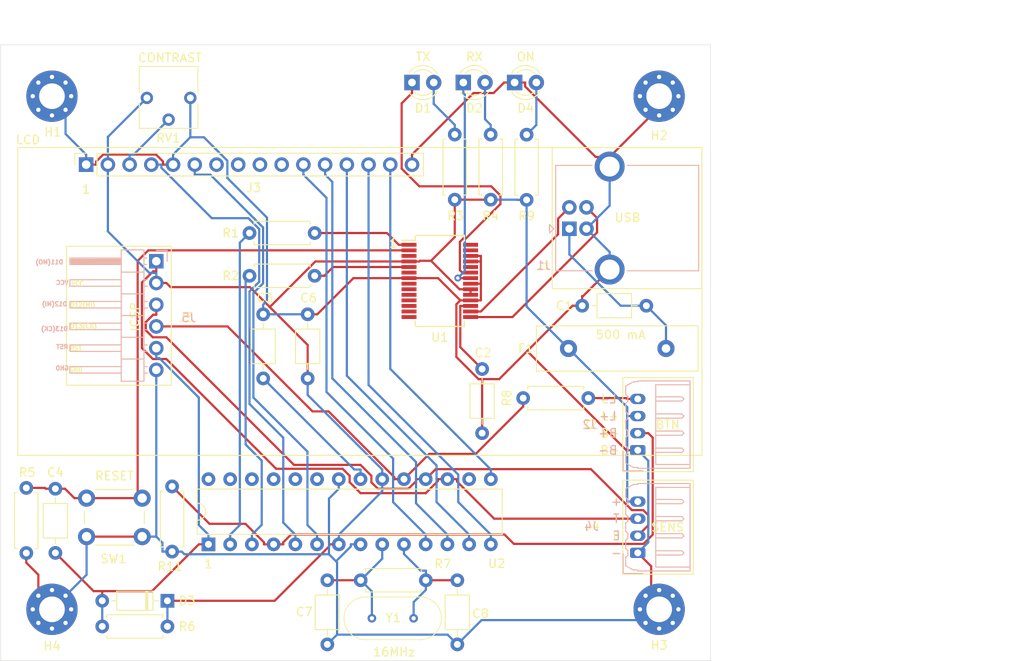
<source format=kicad_pcb>
(kicad_pcb (version 20171130) (host pcbnew 5.1.6)

  (general
    (thickness 1.6)
    (drawings 80)
    (tracks 438)
    (zones 0)
    (modules 36)
    (nets 55)
  )

  (page A4)
  (layers
    (0 F.Cu signal)
    (31 B.Cu signal)
    (32 B.Adhes user)
    (33 F.Adhes user)
    (34 B.Paste user)
    (35 F.Paste user)
    (36 B.SilkS user)
    (37 F.SilkS user)
    (38 B.Mask user)
    (39 F.Mask user)
    (40 Dwgs.User user)
    (41 Cmts.User user)
    (42 Eco1.User user)
    (43 Eco2.User user)
    (44 Edge.Cuts user)
    (45 Margin user)
    (46 B.CrtYd user)
    (47 F.CrtYd user)
    (48 B.Fab user)
    (49 F.Fab user)
  )

  (setup
    (last_trace_width 0.254)
    (user_trace_width 0.254)
    (user_trace_width 0.508)
    (trace_clearance 0.2)
    (zone_clearance 0.508)
    (zone_45_only no)
    (trace_min 0.2)
    (via_size 0.8)
    (via_drill 0.4)
    (via_min_size 0.4)
    (via_min_drill 0.3)
    (user_via 0.5 0.3)
    (user_via 1 0.8)
    (user_via 1.2 1)
    (uvia_size 0.3)
    (uvia_drill 0.1)
    (uvias_allowed no)
    (uvia_min_size 0.2)
    (uvia_min_drill 0.1)
    (edge_width 0.05)
    (segment_width 0.2)
    (pcb_text_width 0.3)
    (pcb_text_size 1.5 1.5)
    (mod_edge_width 0.12)
    (mod_text_size 1 1)
    (mod_text_width 0.15)
    (pad_size 1.524 1.524)
    (pad_drill 0.762)
    (pad_to_mask_clearance 0.05)
    (aux_axis_origin 0 0)
    (visible_elements FFFDFF7F)
    (pcbplotparams
      (layerselection 0x010fc_ffffffff)
      (usegerberextensions false)
      (usegerberattributes true)
      (usegerberadvancedattributes true)
      (creategerberjobfile true)
      (excludeedgelayer true)
      (linewidth 0.100000)
      (plotframeref false)
      (viasonmask false)
      (mode 1)
      (useauxorigin false)
      (hpglpennumber 1)
      (hpglpenspeed 20)
      (hpglpendiameter 15.000000)
      (psnegative false)
      (psa4output false)
      (plotreference true)
      (plotvalue true)
      (plotinvisibletext false)
      (padsonsilk false)
      (subtractmaskfromsilk false)
      (outputformat 1)
      (mirror false)
      (drillshape 1)
      (scaleselection 1)
      (outputdirectory ""))
  )

  (net 0 "")
  (net 1 BLK)
  (net 2 "Net-(C1-Pad1)")
  (net 3 "Net-(C2-Pad1)")
  (net 4 "Net-(C3-Pad1)")
  (net 5 DTR)
  (net 6 VDD)
  (net 7 "Net-(C7-Pad2)")
  (net 8 "Net-(C8-Pad2)")
  (net 9 "Net-(D1-Pad2)")
  (net 10 "Net-(D1-Pad1)")
  (net 11 "Net-(D2-Pad1)")
  (net 12 "Net-(D2-Pad2)")
  (net 13 "Net-(D4-Pad2)")
  (net 14 "Net-(J1-Pad2)")
  (net 15 "Net-(J1-Pad3)")
  (net 16 D12)
  (net 17 D11)
  (net 18 V0)
  (net 19 D3)
  (net 20 D4)
  (net 21 DB0)
  (net 22 DB1)
  (net 23 DB2)
  (net 24 DB3)
  (net 25 D5)
  (net 26 D6)
  (net 27 D7)
  (net 28 D8)
  (net 29 BLA)
  (net 30 D2)
  (net 31 "Net-(J4-Pad4)")
  (net 32 "Net-(R1-Pad2)")
  (net 33 TX)
  (net 34 "Net-(R2-Pad2)")
  (net 35 RX)
  (net 36 D13)
  (net 37 "Net-(U1-Pad3)")
  (net 38 "Net-(U1-Pad6)")
  (net 39 "Net-(U1-Pad9)")
  (net 40 "Net-(U1-Pad10)")
  (net 41 "Net-(U1-Pad11)")
  (net 42 "Net-(U1-Pad12)")
  (net 43 "Net-(U1-Pad13)")
  (net 44 "Net-(U1-Pad14)")
  (net 45 "Net-(U1-Pad27)")
  (net 46 "Net-(U1-Pad28)")
  (net 47 "Net-(U2-Pad16)")
  (net 48 "Net-(U2-Pad23)")
  (net 49 "Net-(U2-Pad24)")
  (net 50 "Net-(U2-Pad25)")
  (net 51 "Net-(U2-Pad26)")
  (net 52 "Net-(U2-Pad27)")
  (net 53 "Net-(U2-Pad28)")
  (net 54 ICSP_RST)

  (net_class Default "This is the default net class."
    (clearance 0.2)
    (trace_width 0.254)
    (via_dia 0.8)
    (via_drill 0.4)
    (uvia_dia 0.3)
    (uvia_drill 0.1)
    (add_net BLA)
    (add_net BLK)
    (add_net D11)
    (add_net D12)
    (add_net D13)
    (add_net D2)
    (add_net D3)
    (add_net D4)
    (add_net D5)
    (add_net D6)
    (add_net D7)
    (add_net D8)
    (add_net DB0)
    (add_net DB1)
    (add_net DB2)
    (add_net DB3)
    (add_net DTR)
    (add_net ICSP_RST)
    (add_net "Net-(C1-Pad1)")
    (add_net "Net-(C2-Pad1)")
    (add_net "Net-(C3-Pad1)")
    (add_net "Net-(C7-Pad2)")
    (add_net "Net-(C8-Pad2)")
    (add_net "Net-(D1-Pad1)")
    (add_net "Net-(D1-Pad2)")
    (add_net "Net-(D2-Pad1)")
    (add_net "Net-(D2-Pad2)")
    (add_net "Net-(D4-Pad2)")
    (add_net "Net-(J1-Pad2)")
    (add_net "Net-(J1-Pad3)")
    (add_net "Net-(J4-Pad4)")
    (add_net "Net-(R1-Pad2)")
    (add_net "Net-(R2-Pad2)")
    (add_net "Net-(U1-Pad10)")
    (add_net "Net-(U1-Pad11)")
    (add_net "Net-(U1-Pad12)")
    (add_net "Net-(U1-Pad13)")
    (add_net "Net-(U1-Pad14)")
    (add_net "Net-(U1-Pad27)")
    (add_net "Net-(U1-Pad28)")
    (add_net "Net-(U1-Pad3)")
    (add_net "Net-(U1-Pad6)")
    (add_net "Net-(U1-Pad9)")
    (add_net "Net-(U2-Pad16)")
    (add_net "Net-(U2-Pad23)")
    (add_net "Net-(U2-Pad24)")
    (add_net "Net-(U2-Pad25)")
    (add_net "Net-(U2-Pad26)")
    (add_net "Net-(U2-Pad27)")
    (add_net "Net-(U2-Pad28)")
    (add_net RX)
    (add_net TX)
    (add_net V0)
    (add_net VDD)
  )

  (module Package_DIP:DIP-28_W7.62mm (layer F.Cu) (tedit 5A02E8C5) (tstamp 5F3B0113)
    (at 111.3 126.4 90)
    (descr "28-lead though-hole mounted DIP package, row spacing 7.62 mm (300 mils)")
    (tags "THT DIP DIL PDIP 2.54mm 7.62mm 300mil")
    (path /5F0B08F0)
    (fp_text reference U2 (at -2.25 33.7 180) (layer F.SilkS)
      (effects (font (size 1 1) (thickness 0.15)))
    )
    (fp_text value ATmega328P-PU (at 10 -2 180) (layer F.Fab)
      (effects (font (size 1 1) (thickness 0.15)))
    )
    (fp_line (start 1.635 -1.27) (end 6.985 -1.27) (layer F.Fab) (width 0.1))
    (fp_line (start 6.985 -1.27) (end 6.985 34.29) (layer F.Fab) (width 0.1))
    (fp_line (start 6.985 34.29) (end 0.635 34.29) (layer F.Fab) (width 0.1))
    (fp_line (start 0.635 34.29) (end 0.635 -0.27) (layer F.Fab) (width 0.1))
    (fp_line (start 0.635 -0.27) (end 1.635 -1.27) (layer F.Fab) (width 0.1))
    (fp_line (start 2.81 -1.33) (end 1.16 -1.33) (layer F.SilkS) (width 0.12))
    (fp_line (start 1.16 -1.33) (end 1.16 34.35) (layer F.SilkS) (width 0.12))
    (fp_line (start 1.16 34.35) (end 6.46 34.35) (layer F.SilkS) (width 0.12))
    (fp_line (start 6.46 34.35) (end 6.46 -1.33) (layer F.SilkS) (width 0.12))
    (fp_line (start 6.46 -1.33) (end 4.81 -1.33) (layer F.SilkS) (width 0.12))
    (fp_line (start -1.1 -1.55) (end -1.1 34.55) (layer F.CrtYd) (width 0.05))
    (fp_line (start -1.1 34.55) (end 8.7 34.55) (layer F.CrtYd) (width 0.05))
    (fp_line (start 8.7 34.55) (end 8.7 -1.55) (layer F.CrtYd) (width 0.05))
    (fp_line (start 8.7 -1.55) (end -1.1 -1.55) (layer F.CrtYd) (width 0.05))
    (fp_arc (start 3.81 -1.33) (end 2.81 -1.33) (angle -180) (layer F.SilkS) (width 0.12))
    (fp_text user %R (at 3.81 16.51 180) (layer F.Fab)
      (effects (font (size 1 1) (thickness 0.15)))
    )
    (pad 1 thru_hole rect (at 0 0 90) (size 1.6 1.6) (drill 0.8) (layers *.Cu *.Mask)
      (net 54 ICSP_RST))
    (pad 15 thru_hole oval (at 7.62 33.02 90) (size 1.6 1.6) (drill 0.8) (layers *.Cu *.Mask)
      (net 29 BLA))
    (pad 2 thru_hole oval (at 0 2.54 90) (size 1.6 1.6) (drill 0.8) (layers *.Cu *.Mask)
      (net 33 TX))
    (pad 16 thru_hole oval (at 7.62 30.48 90) (size 1.6 1.6) (drill 0.8) (layers *.Cu *.Mask)
      (net 47 "Net-(U2-Pad16)"))
    (pad 3 thru_hole oval (at 0 5.08 90) (size 1.6 1.6) (drill 0.8) (layers *.Cu *.Mask)
      (net 35 RX))
    (pad 17 thru_hole oval (at 7.62 27.94 90) (size 1.6 1.6) (drill 0.8) (layers *.Cu *.Mask)
      (net 17 D11))
    (pad 4 thru_hole oval (at 0 7.62 90) (size 1.6 1.6) (drill 0.8) (layers *.Cu *.Mask)
      (net 30 D2))
    (pad 18 thru_hole oval (at 7.62 25.4 90) (size 1.6 1.6) (drill 0.8) (layers *.Cu *.Mask)
      (net 16 D12))
    (pad 5 thru_hole oval (at 0 10.16 90) (size 1.6 1.6) (drill 0.8) (layers *.Cu *.Mask)
      (net 19 D3))
    (pad 19 thru_hole oval (at 7.62 22.86 90) (size 1.6 1.6) (drill 0.8) (layers *.Cu *.Mask)
      (net 36 D13))
    (pad 6 thru_hole oval (at 0 12.7 90) (size 1.6 1.6) (drill 0.8) (layers *.Cu *.Mask)
      (net 20 D4))
    (pad 20 thru_hole oval (at 7.62 20.32 90) (size 1.6 1.6) (drill 0.8) (layers *.Cu *.Mask)
      (net 6 VDD))
    (pad 7 thru_hole oval (at 0 15.24 90) (size 1.6 1.6) (drill 0.8) (layers *.Cu *.Mask)
      (net 6 VDD))
    (pad 21 thru_hole oval (at 7.62 17.78 90) (size 1.6 1.6) (drill 0.8) (layers *.Cu *.Mask)
      (net 4 "Net-(C3-Pad1)"))
    (pad 8 thru_hole oval (at 0 17.78 90) (size 1.6 1.6) (drill 0.8) (layers *.Cu *.Mask)
      (net 1 BLK))
    (pad 22 thru_hole oval (at 7.62 15.24 90) (size 1.6 1.6) (drill 0.8) (layers *.Cu *.Mask)
      (net 1 BLK))
    (pad 9 thru_hole oval (at 0 20.32 90) (size 1.6 1.6) (drill 0.8) (layers *.Cu *.Mask)
      (net 7 "Net-(C7-Pad2)"))
    (pad 23 thru_hole oval (at 7.62 12.7 90) (size 1.6 1.6) (drill 0.8) (layers *.Cu *.Mask)
      (net 48 "Net-(U2-Pad23)"))
    (pad 10 thru_hole oval (at 0 22.86 90) (size 1.6 1.6) (drill 0.8) (layers *.Cu *.Mask)
      (net 8 "Net-(C8-Pad2)"))
    (pad 24 thru_hole oval (at 7.62 10.16 90) (size 1.6 1.6) (drill 0.8) (layers *.Cu *.Mask)
      (net 49 "Net-(U2-Pad24)"))
    (pad 11 thru_hole oval (at 0 25.4 90) (size 1.6 1.6) (drill 0.8) (layers *.Cu *.Mask)
      (net 25 D5))
    (pad 25 thru_hole oval (at 7.62 7.62 90) (size 1.6 1.6) (drill 0.8) (layers *.Cu *.Mask)
      (net 50 "Net-(U2-Pad25)"))
    (pad 12 thru_hole oval (at 0 27.94 90) (size 1.6 1.6) (drill 0.8) (layers *.Cu *.Mask)
      (net 26 D6))
    (pad 26 thru_hole oval (at 7.62 5.08 90) (size 1.6 1.6) (drill 0.8) (layers *.Cu *.Mask)
      (net 51 "Net-(U2-Pad26)"))
    (pad 13 thru_hole oval (at 0 30.48 90) (size 1.6 1.6) (drill 0.8) (layers *.Cu *.Mask)
      (net 27 D7))
    (pad 27 thru_hole oval (at 7.62 2.54 90) (size 1.6 1.6) (drill 0.8) (layers *.Cu *.Mask)
      (net 52 "Net-(U2-Pad27)"))
    (pad 14 thru_hole oval (at 0 33.02 90) (size 1.6 1.6) (drill 0.8) (layers *.Cu *.Mask)
      (net 28 D8))
    (pad 28 thru_hole oval (at 7.62 0 90) (size 1.6 1.6) (drill 0.8) (layers *.Cu *.Mask)
      (net 53 "Net-(U2-Pad28)"))
    (model ${KISYS3DMOD}/Package_DIP.3dshapes/DIP-28_W7.62mm.wrl
      (at (xyz 0 0 0))
      (scale (xyz 1 1 1))
      (rotate (xyz 0 0 0))
    )
  )

  (module Connector_USB:USB_B_OST_USB-B1HSxx_Horizontal (layer B.Cu) (tedit 5AFE01FF) (tstamp 5F3AFED9)
    (at 153.5 89.5)
    (descr "USB B receptacle, Horizontal, through-hole, http://www.on-shore.com/wp-content/uploads/2015/09/usb-b1hsxx.pdf")
    (tags "USB-B receptacle horizontal through-hole")
    (path /5F0BA65A)
    (fp_text reference J1 (at -3 4.3) (layer B.SilkS)
      (effects (font (size 1 1) (thickness 0.15)) (justify mirror))
    )
    (fp_text value USB_B (at 4 -10.5) (layer B.Fab)
      (effects (font (size 1 1) (thickness 0.15)) (justify mirror))
    )
    (fp_line (start -0.49 4.8) (end 15.01 4.8) (layer B.Fab) (width 0.1))
    (fp_line (start 15.01 4.8) (end 15.01 -7.3) (layer B.Fab) (width 0.1))
    (fp_line (start 15.01 -7.3) (end -1.49 -7.3) (layer B.Fab) (width 0.1))
    (fp_line (start -1.49 -7.3) (end -1.49 3.8) (layer B.Fab) (width 0.1))
    (fp_line (start -1.49 3.8) (end -0.49 4.8) (layer B.Fab) (width 0.1))
    (fp_line (start 2.66 4.91) (end -1.6 4.91) (layer B.SilkS) (width 0.12))
    (fp_line (start -1.6 4.91) (end -1.6 -7.41) (layer B.SilkS) (width 0.12))
    (fp_line (start -1.6 -7.41) (end 2.66 -7.41) (layer B.SilkS) (width 0.12))
    (fp_line (start 6.76 4.91) (end 15.12 4.91) (layer B.SilkS) (width 0.12))
    (fp_line (start 15.12 4.91) (end 15.12 -7.41) (layer B.SilkS) (width 0.12))
    (fp_line (start 15.12 -7.41) (end 6.76 -7.41) (layer B.SilkS) (width 0.12))
    (fp_line (start -1.82 0) (end -2.32 0.5) (layer B.SilkS) (width 0.12))
    (fp_line (start -2.32 0.5) (end -2.32 -0.5) (layer B.SilkS) (width 0.12))
    (fp_line (start -2.32 -0.5) (end -1.82 0) (layer B.SilkS) (width 0.12))
    (fp_line (start -1.99 7.02) (end -1.99 -9.52) (layer B.CrtYd) (width 0.05))
    (fp_line (start -1.99 -9.52) (end 15.51 -9.52) (layer B.CrtYd) (width 0.05))
    (fp_line (start 15.51 -9.52) (end 15.51 7.02) (layer B.CrtYd) (width 0.05))
    (fp_line (start 15.51 7.02) (end -1.99 7.02) (layer B.CrtYd) (width 0.05))
    (fp_text user %R (at 6.5 -1.5) (layer B.Fab)
      (effects (font (size 1 1) (thickness 0.15)) (justify mirror))
    )
    (pad 1 thru_hole rect (at 0 0) (size 1.7 1.7) (drill 0.92) (layers *.Cu *.Mask)
      (net 2 "Net-(C1-Pad1)"))
    (pad 2 thru_hole circle (at 0 -2.5) (size 1.7 1.7) (drill 0.92) (layers *.Cu *.Mask)
      (net 14 "Net-(J1-Pad2)"))
    (pad 3 thru_hole circle (at 2 -2.5) (size 1.7 1.7) (drill 0.92) (layers *.Cu *.Mask)
      (net 15 "Net-(J1-Pad3)"))
    (pad 4 thru_hole circle (at 2 0) (size 1.7 1.7) (drill 0.92) (layers *.Cu *.Mask)
      (net 1 BLK))
    (pad 5 thru_hole circle (at 4.71 4.77) (size 3.5 3.5) (drill 2.33) (layers *.Cu *.Mask)
      (net 1 BLK))
    (pad 5 thru_hole circle (at 4.71 -7.27) (size 3.5 3.5) (drill 2.33) (layers *.Cu *.Mask)
      (net 1 BLK))
    (model ${KISYS3DMOD}/Connector_USB.3dshapes/USB_B_OST_USB-B1HSxx_Horizontal.wrl
      (at (xyz 0 0 0))
      (scale (xyz 1 1 1))
      (rotate (xyz 0 0 0))
    )
  )

  (module MountingHole:MountingHole_3mm_Pad_Via (layer F.Cu) (tedit 56DDBED4) (tstamp 5F3F223F)
    (at 93 134)
    (descr "Mounting Hole 3mm")
    (tags "mounting hole 3mm")
    (path /5F5C77FA)
    (attr virtual)
    (fp_text reference H4 (at 0 4.3) (layer F.SilkS)
      (effects (font (size 1 1) (thickness 0.15)))
    )
    (fp_text value HOLE4 (at 0 4) (layer F.Fab)
      (effects (font (size 1 1) (thickness 0.15)))
    )
    (fp_circle (center 0 0) (end 3 0) (layer Cmts.User) (width 0.15))
    (fp_circle (center 0 0) (end 3.25 0) (layer F.CrtYd) (width 0.05))
    (fp_text user %R (at 0.3 0) (layer F.Fab)
      (effects (font (size 1 1) (thickness 0.15)))
    )
    (pad 1 thru_hole circle (at 0 0) (size 6 6) (drill 3) (layers *.Cu *.Mask)
      (net 1 BLK))
    (pad 1 thru_hole circle (at 2.25 0) (size 0.8 0.8) (drill 0.5) (layers *.Cu *.Mask)
      (net 1 BLK))
    (pad 1 thru_hole circle (at 1.59099 1.59099) (size 0.8 0.8) (drill 0.5) (layers *.Cu *.Mask)
      (net 1 BLK))
    (pad 1 thru_hole circle (at 0 2.25) (size 0.8 0.8) (drill 0.5) (layers *.Cu *.Mask)
      (net 1 BLK))
    (pad 1 thru_hole circle (at -1.59099 1.59099) (size 0.8 0.8) (drill 0.5) (layers *.Cu *.Mask)
      (net 1 BLK))
    (pad 1 thru_hole circle (at -2.25 0) (size 0.8 0.8) (drill 0.5) (layers *.Cu *.Mask)
      (net 1 BLK))
    (pad 1 thru_hole circle (at -1.59099 -1.59099) (size 0.8 0.8) (drill 0.5) (layers *.Cu *.Mask)
      (net 1 BLK))
    (pad 1 thru_hole circle (at 0 -2.25) (size 0.8 0.8) (drill 0.5) (layers *.Cu *.Mask)
      (net 1 BLK))
    (pad 1 thru_hole circle (at 1.59099 -1.59099) (size 0.8 0.8) (drill 0.5) (layers *.Cu *.Mask)
      (net 1 BLK))
  )

  (module simboli_custom:Crystal_TH_AS16_5mm (layer F.Cu) (tedit 5F3E8C44) (tstamp 5F3B011D)
    (at 132.85 135.05 180)
    (path /5F0B9E0C)
    (fp_text reference Y1 (at -0.05 0.05 180) (layer F.SilkS)
      (effects (font (size 1 1) (thickness 0.15)))
    )
    (fp_text value 16MHz (at -0.1 -1.6 180) (layer F.Fab)
      (effects (font (size 1 1) (thickness 0.15)))
    )
    (fp_line (start -3.2 2.5) (end 3.2 2.5) (layer F.SilkS) (width 0.1))
    (fp_line (start -3.2 -2.5) (end 3.2 -2.5) (layer F.SilkS) (width 0.1))
    (fp_line (start -5.8 -2.6) (end 5.8 -2.6) (layer F.CrtYd) (width 0.05))
    (fp_line (start 5.8 -2.6) (end 5.8 2.6) (layer F.CrtYd) (width 0.05))
    (fp_line (start 5.8 2.6) (end -5.8 2.6) (layer F.CrtYd) (width 0.05))
    (fp_line (start -5.8 2.6) (end -5.8 -2.6) (layer F.CrtYd) (width 0.05))
    (fp_arc (start 3.2 0) (end 3.2 2.5) (angle -180) (layer F.SilkS) (width 0.1))
    (fp_arc (start -3.2 0) (end -3.2 -2.5) (angle -180) (layer F.SilkS) (width 0.1))
    (pad 1 thru_hole circle (at -2.44 0 180) (size 1 1) (drill 0.5) (layers *.Cu *.Mask)
      (net 8 "Net-(C8-Pad2)"))
    (pad 2 thru_hole circle (at 2.44 0 180) (size 1 1) (drill 0.5) (layers *.Cu *.Mask)
      (net 7 "Net-(C7-Pad2)"))
    (model /home/giovanni/Dropbox/ArduinoWorkspace/livello_serbatoio/schemi/scheda_definitiva/3d_component/Crystal.step
      (at (xyz 0 0 0))
      (scale (xyz 1 1 1))
      (rotate (xyz 0 0 0))
    )
  )

  (module Fuse:Fuse_Littelfuse-LVR100 (layer F.Cu) (tedit 5909D78F) (tstamp 5F3AFEBC)
    (at 153.4 103.5)
    (descr "Littelfuse, resettable fuse, PTC, polyswitch LVR100, Ih 1A http://www.littelfuse.com/~/media/electronics/datasheets/resettable_ptcs/littelfuse_ptc_lvr_catalog_datasheet.pdf.pdf")
    (tags "LVR100 PTC resettable polyswitch ")
    (path /5F1C7FD2)
    (fp_text reference F1 (at -5 0) (layer F.SilkS)
      (effects (font (size 1 1) (thickness 0.15)))
    )
    (fp_text value 500mA (at -7 2) (layer F.Fab)
      (effects (font (size 1 1) (thickness 0.15)))
    )
    (fp_line (start -3.65 2.55) (end 15.05 2.55) (layer F.Fab) (width 0.1))
    (fp_line (start 15.05 2.55) (end 15.05 -2.55) (layer F.Fab) (width 0.1))
    (fp_line (start 15.05 -2.55) (end -3.65 -2.55) (layer F.Fab) (width 0.1))
    (fp_line (start -3.65 -2.55) (end -3.65 2.55) (layer F.Fab) (width 0.1))
    (fp_line (start -3.9 -2.8) (end 15.3 -2.8) (layer F.CrtYd) (width 0.05))
    (fp_line (start -3.9 -2.8) (end -3.9 2.8) (layer F.CrtYd) (width 0.05))
    (fp_line (start 15.3 2.8) (end 15.3 -2.8) (layer F.CrtYd) (width 0.05))
    (fp_line (start 15.3 2.8) (end -3.9 2.8) (layer F.CrtYd) (width 0.05))
    (fp_line (start -3.75 -2.65) (end 15.15 -2.65) (layer F.SilkS) (width 0.12))
    (fp_line (start -3.75 -2.65) (end -3.75 2.65) (layer F.SilkS) (width 0.12))
    (fp_line (start 15.15 2.65) (end 15.15 -2.65) (layer F.SilkS) (width 0.12))
    (fp_line (start 15.15 2.65) (end -3.75 2.65) (layer F.SilkS) (width 0.12))
    (fp_text user %R (at 6 0) (layer F.Fab)
      (effects (font (size 1 1) (thickness 0.15)))
    )
    (pad 1 thru_hole circle (at 0 0) (size 2 2) (drill 1) (layers *.Cu *.Mask)
      (net 6 VDD))
    (pad 2 thru_hole circle (at 11.4 0) (size 2 2) (drill 1) (layers *.Cu *.Mask)
      (net 2 "Net-(C1-Pad1)"))
    (model ${KISYS3DMOD}/Fuse.3dshapes/Fuse_Littelfuse-LVR100.wrl
      (at (xyz 0 0 0))
      (scale (xyz 1 1 1))
      (rotate (xyz 0 0 0))
    )
  )

  (module Capacitor_THT:C_Axial_L3.8mm_D2.6mm_P7.50mm_Horizontal (layer F.Cu) (tedit 5AE50EF0) (tstamp 5F3AFDDE)
    (at 117.7 107 90)
    (descr "C, Axial series, Axial, Horizontal, pin pitch=7.5mm, , length*diameter=3.8*2.6mm^2, http://www.vishay.com/docs/45231/arseries.pdf")
    (tags "C Axial series Axial Horizontal pin pitch 7.5mm  length 3.8mm diameter 2.6mm")
    (path /5F287EEB)
    (fp_text reference C3 (at 9.4 0.2 180) (layer F.SilkS)
      (effects (font (size 1 1) (thickness 0.15)))
    )
    (fp_text value 100nF (at 3.75 2.42 90) (layer F.Fab)
      (effects (font (size 1 1) (thickness 0.15)))
    )
    (fp_line (start 1.85 -1.3) (end 1.85 1.3) (layer F.Fab) (width 0.1))
    (fp_line (start 1.85 1.3) (end 5.65 1.3) (layer F.Fab) (width 0.1))
    (fp_line (start 5.65 1.3) (end 5.65 -1.3) (layer F.Fab) (width 0.1))
    (fp_line (start 5.65 -1.3) (end 1.85 -1.3) (layer F.Fab) (width 0.1))
    (fp_line (start 0 0) (end 1.85 0) (layer F.Fab) (width 0.1))
    (fp_line (start 7.5 0) (end 5.65 0) (layer F.Fab) (width 0.1))
    (fp_line (start 1.73 -1.42) (end 1.73 1.42) (layer F.SilkS) (width 0.12))
    (fp_line (start 1.73 1.42) (end 5.77 1.42) (layer F.SilkS) (width 0.12))
    (fp_line (start 5.77 1.42) (end 5.77 -1.42) (layer F.SilkS) (width 0.12))
    (fp_line (start 5.77 -1.42) (end 1.73 -1.42) (layer F.SilkS) (width 0.12))
    (fp_line (start 1.04 0) (end 1.73 0) (layer F.SilkS) (width 0.12))
    (fp_line (start 6.46 0) (end 5.77 0) (layer F.SilkS) (width 0.12))
    (fp_line (start -1.05 -1.55) (end -1.05 1.55) (layer F.CrtYd) (width 0.05))
    (fp_line (start -1.05 1.55) (end 8.55 1.55) (layer F.CrtYd) (width 0.05))
    (fp_line (start 8.55 1.55) (end 8.55 -1.55) (layer F.CrtYd) (width 0.05))
    (fp_line (start 8.55 -1.55) (end -1.05 -1.55) (layer F.CrtYd) (width 0.05))
    (fp_text user %R (at 3.5 0 90) (layer F.Fab)
      (effects (font (size 0.76 0.76) (thickness 0.114)))
    )
    (pad 1 thru_hole circle (at 0 0 90) (size 1.6 1.6) (drill 0.8) (layers *.Cu *.Mask)
      (net 4 "Net-(C3-Pad1)"))
    (pad 2 thru_hole oval (at 7.5 0 90) (size 1.6 1.6) (drill 0.8) (layers *.Cu *.Mask)
      (net 1 BLK))
    (model ${KISYS3DMOD}/Capacitor_THT.3dshapes/C_Axial_L3.8mm_D2.6mm_P7.50mm_Horizontal.wrl
      (at (xyz 0 0 0))
      (scale (xyz 1 1 1))
      (rotate (xyz 0 0 0))
    )
  )

  (module Package_SO:SSOP-28_5.3x10.2mm_P0.65mm (layer F.Cu) (tedit 5A02F25C) (tstamp 5F3B00E3)
    (at 138.35 95.6)
    (descr "28-Lead Plastic Shrink Small Outline (SS)-5.30 mm Body [SSOP] (see Microchip Packaging Specification 00000049BS.pdf)")
    (tags "SSOP 0.65")
    (path /5F0B8F73)
    (attr smd)
    (fp_text reference U1 (at 0 6.6) (layer F.SilkS)
      (effects (font (size 1 1) (thickness 0.15)))
    )
    (fp_text value FT232RL (at 5.5 -3.5 270) (layer F.Fab)
      (effects (font (size 1 1) (thickness 0.15)))
    )
    (fp_line (start -1.65 -5.1) (end 2.65 -5.1) (layer F.Fab) (width 0.15))
    (fp_line (start 2.65 -5.1) (end 2.65 5.1) (layer F.Fab) (width 0.15))
    (fp_line (start 2.65 5.1) (end -2.65 5.1) (layer F.Fab) (width 0.15))
    (fp_line (start -2.65 5.1) (end -2.65 -4.1) (layer F.Fab) (width 0.15))
    (fp_line (start -2.65 -4.1) (end -1.65 -5.1) (layer F.Fab) (width 0.15))
    (fp_line (start -4.75 -5.5) (end -4.75 5.5) (layer F.CrtYd) (width 0.05))
    (fp_line (start 4.75 -5.5) (end 4.75 5.5) (layer F.CrtYd) (width 0.05))
    (fp_line (start -4.75 -5.5) (end 4.75 -5.5) (layer F.CrtYd) (width 0.05))
    (fp_line (start -4.75 5.5) (end 4.75 5.5) (layer F.CrtYd) (width 0.05))
    (fp_line (start -2.875 -5.325) (end -2.875 -4.75) (layer F.SilkS) (width 0.15))
    (fp_line (start 2.875 -5.325) (end 2.875 -4.675) (layer F.SilkS) (width 0.15))
    (fp_line (start 2.875 5.325) (end 2.875 4.675) (layer F.SilkS) (width 0.15))
    (fp_line (start -2.875 5.325) (end -2.875 4.675) (layer F.SilkS) (width 0.15))
    (fp_line (start -2.875 -5.325) (end 2.875 -5.325) (layer F.SilkS) (width 0.15))
    (fp_line (start -2.875 5.325) (end 2.875 5.325) (layer F.SilkS) (width 0.15))
    (fp_line (start -2.875 -4.75) (end -4.475 -4.75) (layer F.SilkS) (width 0.15))
    (fp_text user %R (at 0 0 270) (layer F.Fab)
      (effects (font (size 0.8 0.8) (thickness 0.15)))
    )
    (pad 1 smd rect (at -3.6 -4.225) (size 1.75 0.45) (layers F.Cu F.Paste F.Mask)
      (net 32 "Net-(R1-Pad2)"))
    (pad 2 smd rect (at -3.6 -3.575) (size 1.75 0.45) (layers F.Cu F.Paste F.Mask)
      (net 5 DTR))
    (pad 3 smd rect (at -3.6 -2.925) (size 1.75 0.45) (layers F.Cu F.Paste F.Mask)
      (net 37 "Net-(U1-Pad3)"))
    (pad 4 smd rect (at -3.6 -2.275) (size 1.75 0.45) (layers F.Cu F.Paste F.Mask)
      (net 6 VDD))
    (pad 5 smd rect (at -3.6 -1.625) (size 1.75 0.45) (layers F.Cu F.Paste F.Mask)
      (net 34 "Net-(R2-Pad2)"))
    (pad 6 smd rect (at -3.6 -0.975) (size 1.75 0.45) (layers F.Cu F.Paste F.Mask)
      (net 38 "Net-(U1-Pad6)"))
    (pad 7 smd rect (at -3.6 -0.325) (size 1.75 0.45) (layers F.Cu F.Paste F.Mask)
      (net 1 BLK))
    (pad 8 smd rect (at -3.6 0.325) (size 1.75 0.45) (layers F.Cu F.Paste F.Mask))
    (pad 9 smd rect (at -3.6 0.975) (size 1.75 0.45) (layers F.Cu F.Paste F.Mask)
      (net 39 "Net-(U1-Pad9)"))
    (pad 10 smd rect (at -3.6 1.625) (size 1.75 0.45) (layers F.Cu F.Paste F.Mask)
      (net 40 "Net-(U1-Pad10)"))
    (pad 11 smd rect (at -3.6 2.275) (size 1.75 0.45) (layers F.Cu F.Paste F.Mask)
      (net 41 "Net-(U1-Pad11)"))
    (pad 12 smd rect (at -3.6 2.925) (size 1.75 0.45) (layers F.Cu F.Paste F.Mask)
      (net 42 "Net-(U1-Pad12)"))
    (pad 13 smd rect (at -3.6 3.575) (size 1.75 0.45) (layers F.Cu F.Paste F.Mask)
      (net 43 "Net-(U1-Pad13)"))
    (pad 14 smd rect (at -3.6 4.225) (size 1.75 0.45) (layers F.Cu F.Paste F.Mask)
      (net 44 "Net-(U1-Pad14)"))
    (pad 15 smd rect (at 3.6 4.225) (size 1.75 0.45) (layers F.Cu F.Paste F.Mask)
      (net 15 "Net-(J1-Pad3)"))
    (pad 16 smd rect (at 3.6 3.575) (size 1.75 0.45) (layers F.Cu F.Paste F.Mask)
      (net 14 "Net-(J1-Pad2)"))
    (pad 17 smd rect (at 3.6 2.925) (size 1.75 0.45) (layers F.Cu F.Paste F.Mask)
      (net 3 "Net-(C2-Pad1)"))
    (pad 18 smd rect (at 3.6 2.275) (size 1.75 0.45) (layers F.Cu F.Paste F.Mask)
      (net 1 BLK))
    (pad 19 smd rect (at 3.6 1.625) (size 1.75 0.45) (layers F.Cu F.Paste F.Mask)
      (net 6 VDD))
    (pad 20 smd rect (at 3.6 0.975) (size 1.75 0.45) (layers F.Cu F.Paste F.Mask)
      (net 6 VDD))
    (pad 21 smd rect (at 3.6 0.325) (size 1.75 0.45) (layers F.Cu F.Paste F.Mask)
      (net 1 BLK))
    (pad 22 smd rect (at 3.6 -0.325) (size 1.75 0.45) (layers F.Cu F.Paste F.Mask)
      (net 11 "Net-(D2-Pad1)"))
    (pad 23 smd rect (at 3.6 -0.975) (size 1.75 0.45) (layers F.Cu F.Paste F.Mask)
      (net 10 "Net-(D1-Pad1)"))
    (pad 24 smd rect (at 3.6 -1.625) (size 1.75 0.45) (layers F.Cu F.Paste F.Mask))
    (pad 25 smd rect (at 3.6 -2.275) (size 1.75 0.45) (layers F.Cu F.Paste F.Mask)
      (net 1 BLK))
    (pad 26 smd rect (at 3.6 -2.925) (size 1.75 0.45) (layers F.Cu F.Paste F.Mask)
      (net 1 BLK))
    (pad 27 smd rect (at 3.6 -3.575) (size 1.75 0.45) (layers F.Cu F.Paste F.Mask)
      (net 45 "Net-(U1-Pad27)"))
    (pad 28 smd rect (at 3.6 -4.225) (size 1.75 0.45) (layers F.Cu F.Paste F.Mask)
      (net 46 "Net-(U1-Pad28)"))
    (model ${KISYS3DMOD}/Package_SO.3dshapes/SSOP-28_5.3x10.2mm_P0.65mm.wrl
      (at (xyz 0 0 0))
      (scale (xyz 1 1 1))
      (rotate (xyz 0 0 0))
    )
  )

  (module Capacitor_THT:C_Axial_L3.8mm_D2.6mm_P7.50mm_Horizontal (layer F.Cu) (tedit 5AE50EF0) (tstamp 5F3AFDC7)
    (at 143.3 105.9 270)
    (descr "C, Axial series, Axial, Horizontal, pin pitch=7.5mm, , length*diameter=3.8*2.6mm^2, http://www.vishay.com/docs/45231/arseries.pdf")
    (tags "C Axial series Axial Horizontal pin pitch 7.5mm  length 3.8mm diameter 2.6mm")
    (path /5F19380D)
    (fp_text reference C2 (at -1.9 -0.1) (layer F.SilkS)
      (effects (font (size 1 1) (thickness 0.15)))
    )
    (fp_text value 100nF (at 3.75 2.42 90) (layer F.Fab)
      (effects (font (size 1 1) (thickness 0.15)))
    )
    (fp_line (start 1.85 -1.3) (end 1.85 1.3) (layer F.Fab) (width 0.1))
    (fp_line (start 1.85 1.3) (end 5.65 1.3) (layer F.Fab) (width 0.1))
    (fp_line (start 5.65 1.3) (end 5.65 -1.3) (layer F.Fab) (width 0.1))
    (fp_line (start 5.65 -1.3) (end 1.85 -1.3) (layer F.Fab) (width 0.1))
    (fp_line (start 0 0) (end 1.85 0) (layer F.Fab) (width 0.1))
    (fp_line (start 7.5 0) (end 5.65 0) (layer F.Fab) (width 0.1))
    (fp_line (start 1.73 -1.42) (end 1.73 1.42) (layer F.SilkS) (width 0.12))
    (fp_line (start 1.73 1.42) (end 5.77 1.42) (layer F.SilkS) (width 0.12))
    (fp_line (start 5.77 1.42) (end 5.77 -1.42) (layer F.SilkS) (width 0.12))
    (fp_line (start 5.77 -1.42) (end 1.73 -1.42) (layer F.SilkS) (width 0.12))
    (fp_line (start 1.04 0) (end 1.73 0) (layer F.SilkS) (width 0.12))
    (fp_line (start 6.46 0) (end 5.77 0) (layer F.SilkS) (width 0.12))
    (fp_line (start -1.05 -1.55) (end -1.05 1.55) (layer F.CrtYd) (width 0.05))
    (fp_line (start -1.05 1.55) (end 8.55 1.55) (layer F.CrtYd) (width 0.05))
    (fp_line (start 8.55 1.55) (end 8.55 -1.55) (layer F.CrtYd) (width 0.05))
    (fp_line (start 8.55 -1.55) (end -1.05 -1.55) (layer F.CrtYd) (width 0.05))
    (fp_text user %R (at 4 0 90) (layer F.Fab)
      (effects (font (size 0.76 0.76) (thickness 0.114)))
    )
    (pad 1 thru_hole circle (at 0 0 270) (size 1.6 1.6) (drill 0.8) (layers *.Cu *.Mask)
      (net 3 "Net-(C2-Pad1)"))
    (pad 2 thru_hole oval (at 7.5 0 270) (size 1.6 1.6) (drill 0.8) (layers *.Cu *.Mask)
      (net 1 BLK))
    (model ${KISYS3DMOD}/Capacitor_THT.3dshapes/C_Axial_L3.8mm_D2.6mm_P7.50mm_Horizontal.wrl
      (at (xyz 0 0 0))
      (scale (xyz 1 1 1))
      (rotate (xyz 0 0 0))
    )
  )

  (module Capacitor_THT:C_Axial_L3.8mm_D2.6mm_P7.50mm_Horizontal (layer F.Cu) (tedit 5AE50EF0) (tstamp 5F3BE1FD)
    (at 162.5 98.5 180)
    (descr "C, Axial series, Axial, Horizontal, pin pitch=7.5mm, , length*diameter=3.8*2.6mm^2, http://www.vishay.com/docs/45231/arseries.pdf")
    (tags "C Axial series Axial Horizontal pin pitch 7.5mm  length 3.8mm diameter 2.6mm")
    (path /5F17191B)
    (fp_text reference C1 (at 9.6 0) (layer F.SilkS)
      (effects (font (size 1 1) (thickness 0.15)))
    )
    (fp_text value 100nF (at 3.75 2.42) (layer F.Fab)
      (effects (font (size 1 1) (thickness 0.15)))
    )
    (fp_line (start 8.55 -1.55) (end -1.05 -1.55) (layer F.CrtYd) (width 0.05))
    (fp_line (start 8.55 1.55) (end 8.55 -1.55) (layer F.CrtYd) (width 0.05))
    (fp_line (start -1.05 1.55) (end 8.55 1.55) (layer F.CrtYd) (width 0.05))
    (fp_line (start -1.05 -1.55) (end -1.05 1.55) (layer F.CrtYd) (width 0.05))
    (fp_line (start 6.46 0) (end 5.77 0) (layer F.SilkS) (width 0.12))
    (fp_line (start 1.04 0) (end 1.73 0) (layer F.SilkS) (width 0.12))
    (fp_line (start 5.77 -1.42) (end 1.73 -1.42) (layer F.SilkS) (width 0.12))
    (fp_line (start 5.77 1.42) (end 5.77 -1.42) (layer F.SilkS) (width 0.12))
    (fp_line (start 1.73 1.42) (end 5.77 1.42) (layer F.SilkS) (width 0.12))
    (fp_line (start 1.73 -1.42) (end 1.73 1.42) (layer F.SilkS) (width 0.12))
    (fp_line (start 7.5 0) (end 5.65 0) (layer F.Fab) (width 0.1))
    (fp_line (start 0 0) (end 1.85 0) (layer F.Fab) (width 0.1))
    (fp_line (start 5.65 -1.3) (end 1.85 -1.3) (layer F.Fab) (width 0.1))
    (fp_line (start 5.65 1.3) (end 5.65 -1.3) (layer F.Fab) (width 0.1))
    (fp_line (start 1.85 1.3) (end 5.65 1.3) (layer F.Fab) (width 0.1))
    (fp_line (start 1.85 -1.3) (end 1.85 1.3) (layer F.Fab) (width 0.1))
    (fp_text user %R (at 3.7 0) (layer F.Fab)
      (effects (font (size 0.76 0.76) (thickness 0.114)))
    )
    (pad 2 thru_hole oval (at 7.5 0 180) (size 1.6 1.6) (drill 0.8) (layers *.Cu *.Mask)
      (net 1 BLK))
    (pad 1 thru_hole circle (at 0 0 180) (size 1.6 1.6) (drill 0.8) (layers *.Cu *.Mask)
      (net 2 "Net-(C1-Pad1)"))
    (model ${KISYS3DMOD}/Capacitor_THT.3dshapes/C_Axial_L3.8mm_D2.6mm_P7.50mm_Horizontal.wrl
      (at (xyz 0 0 0))
      (scale (xyz 1 1 1))
      (rotate (xyz 0 0 0))
    )
  )

  (module Capacitor_THT:C_Axial_L3.8mm_D2.6mm_P7.50mm_Horizontal (layer F.Cu) (tedit 5AE50EF0) (tstamp 5F3BE179)
    (at 93.4 127.4 90)
    (descr "C, Axial series, Axial, Horizontal, pin pitch=7.5mm, , length*diameter=3.8*2.6mm^2, http://www.vishay.com/docs/45231/arseries.pdf")
    (tags "C Axial series Axial Horizontal pin pitch 7.5mm  length 3.8mm diameter 2.6mm")
    (path /5F23FB6A)
    (fp_text reference C4 (at 9.4 0 180) (layer F.SilkS)
      (effects (font (size 1 1) (thickness 0.15)))
    )
    (fp_text value 100nF (at 3.75 2.42 90) (layer F.Fab)
      (effects (font (size 1 1) (thickness 0.15)))
    )
    (fp_line (start 8.55 -1.55) (end -1.05 -1.55) (layer F.CrtYd) (width 0.05))
    (fp_line (start 8.55 1.55) (end 8.55 -1.55) (layer F.CrtYd) (width 0.05))
    (fp_line (start -1.05 1.55) (end 8.55 1.55) (layer F.CrtYd) (width 0.05))
    (fp_line (start -1.05 -1.55) (end -1.05 1.55) (layer F.CrtYd) (width 0.05))
    (fp_line (start 6.46 0) (end 5.77 0) (layer F.SilkS) (width 0.12))
    (fp_line (start 1.04 0) (end 1.73 0) (layer F.SilkS) (width 0.12))
    (fp_line (start 5.77 -1.42) (end 1.73 -1.42) (layer F.SilkS) (width 0.12))
    (fp_line (start 5.77 1.42) (end 5.77 -1.42) (layer F.SilkS) (width 0.12))
    (fp_line (start 1.73 1.42) (end 5.77 1.42) (layer F.SilkS) (width 0.12))
    (fp_line (start 1.73 -1.42) (end 1.73 1.42) (layer F.SilkS) (width 0.12))
    (fp_line (start 7.5 0) (end 5.65 0) (layer F.Fab) (width 0.1))
    (fp_line (start 0 0) (end 1.85 0) (layer F.Fab) (width 0.1))
    (fp_line (start 5.65 -1.3) (end 1.85 -1.3) (layer F.Fab) (width 0.1))
    (fp_line (start 5.65 1.3) (end 5.65 -1.3) (layer F.Fab) (width 0.1))
    (fp_line (start 1.85 1.3) (end 5.65 1.3) (layer F.Fab) (width 0.1))
    (fp_line (start 1.85 -1.3) (end 1.85 1.3) (layer F.Fab) (width 0.1))
    (fp_text user %R (at 3.75 0) (layer F.Fab)
      (effects (font (size 0.76 0.76) (thickness 0.114)))
    )
    (pad 2 thru_hole oval (at 7.5 0 90) (size 1.6 1.6) (drill 0.8) (layers *.Cu *.Mask)
      (net 5 DTR))
    (pad 1 thru_hole circle (at 0 0 90) (size 1.6 1.6) (drill 0.8) (layers *.Cu *.Mask)
      (net 54 ICSP_RST))
    (model ${KISYS3DMOD}/Capacitor_THT.3dshapes/C_Axial_L3.8mm_D2.6mm_P7.50mm_Horizontal.wrl
      (at (xyz 0 0 0))
      (scale (xyz 1 1 1))
      (rotate (xyz 0 0 0))
    )
  )

  (module Capacitor_THT:C_Axial_L3.8mm_D2.6mm_P7.50mm_Horizontal (layer F.Cu) (tedit 5AE50EF0) (tstamp 5F3AFE23)
    (at 122.9 107 90)
    (descr "C, Axial series, Axial, Horizontal, pin pitch=7.5mm, , length*diameter=3.8*2.6mm^2, http://www.vishay.com/docs/45231/arseries.pdf")
    (tags "C Axial series Axial Horizontal pin pitch 7.5mm  length 3.8mm diameter 2.6mm")
    (path /5F0BF95B)
    (fp_text reference C6 (at 9.4 0.1 180) (layer F.SilkS)
      (effects (font (size 1 1) (thickness 0.15)))
    )
    (fp_text value 100nF (at 3.75 2.42 90) (layer F.Fab)
      (effects (font (size 1 1) (thickness 0.15)))
    )
    (fp_line (start 8.55 -1.55) (end -1.05 -1.55) (layer F.CrtYd) (width 0.05))
    (fp_line (start 8.55 1.55) (end 8.55 -1.55) (layer F.CrtYd) (width 0.05))
    (fp_line (start -1.05 1.55) (end 8.55 1.55) (layer F.CrtYd) (width 0.05))
    (fp_line (start -1.05 -1.55) (end -1.05 1.55) (layer F.CrtYd) (width 0.05))
    (fp_line (start 6.46 0) (end 5.77 0) (layer F.SilkS) (width 0.12))
    (fp_line (start 1.04 0) (end 1.73 0) (layer F.SilkS) (width 0.12))
    (fp_line (start 5.77 -1.42) (end 1.73 -1.42) (layer F.SilkS) (width 0.12))
    (fp_line (start 5.77 1.42) (end 5.77 -1.42) (layer F.SilkS) (width 0.12))
    (fp_line (start 1.73 1.42) (end 5.77 1.42) (layer F.SilkS) (width 0.12))
    (fp_line (start 1.73 -1.42) (end 1.73 1.42) (layer F.SilkS) (width 0.12))
    (fp_line (start 7.5 0) (end 5.65 0) (layer F.Fab) (width 0.1))
    (fp_line (start 0 0) (end 1.85 0) (layer F.Fab) (width 0.1))
    (fp_line (start 5.65 -1.3) (end 1.85 -1.3) (layer F.Fab) (width 0.1))
    (fp_line (start 5.65 1.3) (end 5.65 -1.3) (layer F.Fab) (width 0.1))
    (fp_line (start 1.85 1.3) (end 5.65 1.3) (layer F.Fab) (width 0.1))
    (fp_line (start 1.85 -1.3) (end 1.85 1.3) (layer F.Fab) (width 0.1))
    (fp_text user %R (at 3.75 0.055799 90) (layer F.Fab)
      (effects (font (size 0.76 0.76) (thickness 0.114)))
    )
    (pad 2 thru_hole oval (at 7.5 0 90) (size 1.6 1.6) (drill 0.8) (layers *.Cu *.Mask)
      (net 1 BLK))
    (pad 1 thru_hole circle (at 0 0 90) (size 1.6 1.6) (drill 0.8) (layers *.Cu *.Mask)
      (net 6 VDD))
    (model ${KISYS3DMOD}/Capacitor_THT.3dshapes/C_Axial_L3.8mm_D2.6mm_P7.50mm_Horizontal.wrl
      (at (xyz 0 0 0))
      (scale (xyz 1 1 1))
      (rotate (xyz 0 0 0))
    )
  )

  (module Capacitor_THT:C_Axial_L3.8mm_D2.6mm_P7.50mm_Horizontal (layer F.Cu) (tedit 5AE50EF0) (tstamp 5F3BE1BB)
    (at 125.2 138.1 90)
    (descr "C, Axial series, Axial, Horizontal, pin pitch=7.5mm, , length*diameter=3.8*2.6mm^2, http://www.vishay.com/docs/45231/arseries.pdf")
    (tags "C Axial series Axial Horizontal pin pitch 7.5mm  length 3.8mm diameter 2.6mm")
    (path /5F1AF8C5)
    (fp_text reference C7 (at 3.8 -2.7 180) (layer F.SilkS)
      (effects (font (size 1 1) (thickness 0.15)))
    )
    (fp_text value 22pF (at 4 -2.5 90) (layer F.Fab)
      (effects (font (size 1 1) (thickness 0.15)))
    )
    (fp_line (start 1.85 -1.3) (end 1.85 1.3) (layer F.Fab) (width 0.1))
    (fp_line (start 1.85 1.3) (end 5.65 1.3) (layer F.Fab) (width 0.1))
    (fp_line (start 5.65 1.3) (end 5.65 -1.3) (layer F.Fab) (width 0.1))
    (fp_line (start 5.65 -1.3) (end 1.85 -1.3) (layer F.Fab) (width 0.1))
    (fp_line (start 0 0) (end 1.85 0) (layer F.Fab) (width 0.1))
    (fp_line (start 7.5 0) (end 5.65 0) (layer F.Fab) (width 0.1))
    (fp_line (start 1.73 -1.42) (end 1.73 1.42) (layer F.SilkS) (width 0.12))
    (fp_line (start 1.73 1.42) (end 5.77 1.42) (layer F.SilkS) (width 0.12))
    (fp_line (start 5.77 1.42) (end 5.77 -1.42) (layer F.SilkS) (width 0.12))
    (fp_line (start 5.77 -1.42) (end 1.73 -1.42) (layer F.SilkS) (width 0.12))
    (fp_line (start 1.04 0) (end 1.73 0) (layer F.SilkS) (width 0.12))
    (fp_line (start 6.46 0) (end 5.77 0) (layer F.SilkS) (width 0.12))
    (fp_line (start -1.05 -1.55) (end -1.05 1.55) (layer F.CrtYd) (width 0.05))
    (fp_line (start -1.05 1.55) (end 8.55 1.55) (layer F.CrtYd) (width 0.05))
    (fp_line (start 8.55 1.55) (end 8.55 -1.55) (layer F.CrtYd) (width 0.05))
    (fp_line (start 8.55 -1.55) (end -1.05 -1.55) (layer F.CrtYd) (width 0.05))
    (fp_text user %R (at 3.5 0 90) (layer F.Fab)
      (effects (font (size 0.76 0.76) (thickness 0.114)))
    )
    (pad 1 thru_hole circle (at 0 0 90) (size 1.6 1.6) (drill 0.8) (layers *.Cu *.Mask)
      (net 1 BLK))
    (pad 2 thru_hole oval (at 7.5 0 90) (size 1.6 1.6) (drill 0.8) (layers *.Cu *.Mask)
      (net 7 "Net-(C7-Pad2)"))
    (model ${KISYS3DMOD}/Capacitor_THT.3dshapes/C_Axial_L3.8mm_D2.6mm_P7.50mm_Horizontal.wrl
      (at (xyz 0 0 0))
      (scale (xyz 1 1 1))
      (rotate (xyz 0 0 0))
    )
  )

  (module Capacitor_THT:C_Axial_L3.8mm_D2.6mm_P7.50mm_Horizontal (layer F.Cu) (tedit 5AE50EF0) (tstamp 5F3BE23F)
    (at 140.4 138.1 90)
    (descr "C, Axial series, Axial, Horizontal, pin pitch=7.5mm, , length*diameter=3.8*2.6mm^2, http://www.vishay.com/docs/45231/arseries.pdf")
    (tags "C Axial series Axial Horizontal pin pitch 7.5mm  length 3.8mm diameter 2.6mm")
    (path /5F1B005F)
    (fp_text reference C8 (at 3.6 2.7 180) (layer F.SilkS)
      (effects (font (size 1 1) (thickness 0.15)))
    )
    (fp_text value 22pF (at 3.75 2.42 90) (layer F.Fab)
      (effects (font (size 1 1) (thickness 0.15)))
    )
    (fp_line (start 8.55 -1.55) (end -1.05 -1.55) (layer F.CrtYd) (width 0.05))
    (fp_line (start 8.55 1.55) (end 8.55 -1.55) (layer F.CrtYd) (width 0.05))
    (fp_line (start -1.05 1.55) (end 8.55 1.55) (layer F.CrtYd) (width 0.05))
    (fp_line (start -1.05 -1.55) (end -1.05 1.55) (layer F.CrtYd) (width 0.05))
    (fp_line (start 6.46 0) (end 5.77 0) (layer F.SilkS) (width 0.12))
    (fp_line (start 1.04 0) (end 1.73 0) (layer F.SilkS) (width 0.12))
    (fp_line (start 5.77 -1.42) (end 1.73 -1.42) (layer F.SilkS) (width 0.12))
    (fp_line (start 5.77 1.42) (end 5.77 -1.42) (layer F.SilkS) (width 0.12))
    (fp_line (start 1.73 1.42) (end 5.77 1.42) (layer F.SilkS) (width 0.12))
    (fp_line (start 1.73 -1.42) (end 1.73 1.42) (layer F.SilkS) (width 0.12))
    (fp_line (start 7.5 0) (end 5.65 0) (layer F.Fab) (width 0.1))
    (fp_line (start 0 0) (end 1.85 0) (layer F.Fab) (width 0.1))
    (fp_line (start 5.65 -1.3) (end 1.85 -1.3) (layer F.Fab) (width 0.1))
    (fp_line (start 5.65 1.3) (end 5.65 -1.3) (layer F.Fab) (width 0.1))
    (fp_line (start 1.85 1.3) (end 5.65 1.3) (layer F.Fab) (width 0.1))
    (fp_line (start 1.85 -1.3) (end 1.85 1.3) (layer F.Fab) (width 0.1))
    (fp_text user %R (at 3.5 0 90) (layer F.Fab)
      (effects (font (size 0.76 0.76) (thickness 0.114)))
    )
    (pad 2 thru_hole oval (at 7.5 0 90) (size 1.6 1.6) (drill 0.8) (layers *.Cu *.Mask)
      (net 8 "Net-(C8-Pad2)"))
    (pad 1 thru_hole circle (at 0 0 90) (size 1.6 1.6) (drill 0.8) (layers *.Cu *.Mask)
      (net 1 BLK))
    (model ${KISYS3DMOD}/Capacitor_THT.3dshapes/C_Axial_L3.8mm_D2.6mm_P7.50mm_Horizontal.wrl
      (at (xyz 0 0 0))
      (scale (xyz 1 1 1))
      (rotate (xyz 0 0 0))
    )
  )

  (module LED_THT:LED_D3.0mm (layer F.Cu) (tedit 587A3A7B) (tstamp 5F3AFE64)
    (at 135.1 72.4)
    (descr "LED, diameter 3.0mm, 2 pins")
    (tags "LED diameter 3.0mm 2 pins")
    (path /5F335CF4)
    (fp_text reference D1 (at 1.3 3) (layer F.SilkS)
      (effects (font (size 1 1) (thickness 0.15)))
    )
    (fp_text value LED_TX (at 1.27 2.96) (layer F.Fab)
      (effects (font (size 1 1) (thickness 0.15)))
    )
    (fp_line (start 3.7 -2.25) (end -1.15 -2.25) (layer F.CrtYd) (width 0.05))
    (fp_line (start 3.7 2.25) (end 3.7 -2.25) (layer F.CrtYd) (width 0.05))
    (fp_line (start -1.15 2.25) (end 3.7 2.25) (layer F.CrtYd) (width 0.05))
    (fp_line (start -1.15 -2.25) (end -1.15 2.25) (layer F.CrtYd) (width 0.05))
    (fp_line (start -0.29 1.08) (end -0.29 1.236) (layer F.SilkS) (width 0.12))
    (fp_line (start -0.29 -1.236) (end -0.29 -1.08) (layer F.SilkS) (width 0.12))
    (fp_line (start -0.23 -1.16619) (end -0.23 1.16619) (layer F.Fab) (width 0.1))
    (fp_circle (center 1.27 0) (end 2.77 0) (layer F.Fab) (width 0.1))
    (fp_arc (start 1.27 0) (end 0.229039 1.08) (angle -87.9) (layer F.SilkS) (width 0.12))
    (fp_arc (start 1.27 0) (end 0.229039 -1.08) (angle 87.9) (layer F.SilkS) (width 0.12))
    (fp_arc (start 1.27 0) (end -0.29 1.235516) (angle -108.8) (layer F.SilkS) (width 0.12))
    (fp_arc (start 1.27 0) (end -0.29 -1.235516) (angle 108.8) (layer F.SilkS) (width 0.12))
    (fp_arc (start 1.27 0) (end -0.23 -1.16619) (angle 284.3) (layer F.Fab) (width 0.1))
    (pad 2 thru_hole circle (at 2.54 0) (size 1.8 1.8) (drill 0.9) (layers *.Cu *.Mask)
      (net 9 "Net-(D1-Pad2)"))
    (pad 1 thru_hole rect (at 0 0) (size 1.8 1.8) (drill 0.9) (layers *.Cu *.Mask)
      (net 10 "Net-(D1-Pad1)"))
    (model ${KISYS3DMOD}/LED_THT.3dshapes/LED_D3.0mm.wrl
      (at (xyz 0 0 0))
      (scale (xyz 1 1 1))
      (rotate (xyz 0 0 0))
    )
  )

  (module LED_THT:LED_D3.0mm (layer F.Cu) (tedit 587A3A7B) (tstamp 5F3AFE77)
    (at 141.1 72.4)
    (descr "LED, diameter 3.0mm, 2 pins")
    (tags "LED diameter 3.0mm 2 pins")
    (path /5F3348BF)
    (fp_text reference D2 (at 1.3 3) (layer F.SilkS)
      (effects (font (size 1 1) (thickness 0.15)))
    )
    (fp_text value LED_RX (at 1.27 2.96) (layer F.Fab)
      (effects (font (size 1 1) (thickness 0.15)))
    )
    (fp_circle (center 1.27 0) (end 2.77 0) (layer F.Fab) (width 0.1))
    (fp_line (start -0.23 -1.16619) (end -0.23 1.16619) (layer F.Fab) (width 0.1))
    (fp_line (start -0.29 -1.236) (end -0.29 -1.08) (layer F.SilkS) (width 0.12))
    (fp_line (start -0.29 1.08) (end -0.29 1.236) (layer F.SilkS) (width 0.12))
    (fp_line (start -1.15 -2.25) (end -1.15 2.25) (layer F.CrtYd) (width 0.05))
    (fp_line (start -1.15 2.25) (end 3.7 2.25) (layer F.CrtYd) (width 0.05))
    (fp_line (start 3.7 2.25) (end 3.7 -2.25) (layer F.CrtYd) (width 0.05))
    (fp_line (start 3.7 -2.25) (end -1.15 -2.25) (layer F.CrtYd) (width 0.05))
    (fp_arc (start 1.27 0) (end -0.23 -1.16619) (angle 284.3) (layer F.Fab) (width 0.1))
    (fp_arc (start 1.27 0) (end -0.29 -1.235516) (angle 108.8) (layer F.SilkS) (width 0.12))
    (fp_arc (start 1.27 0) (end -0.29 1.235516) (angle -108.8) (layer F.SilkS) (width 0.12))
    (fp_arc (start 1.27 0) (end 0.229039 -1.08) (angle 87.9) (layer F.SilkS) (width 0.12))
    (fp_arc (start 1.27 0) (end 0.229039 1.08) (angle -87.9) (layer F.SilkS) (width 0.12))
    (pad 1 thru_hole rect (at 0 0) (size 1.8 1.8) (drill 0.9) (layers *.Cu *.Mask)
      (net 11 "Net-(D2-Pad1)"))
    (pad 2 thru_hole circle (at 2.54 0) (size 1.8 1.8) (drill 0.9) (layers *.Cu *.Mask)
      (net 12 "Net-(D2-Pad2)"))
    (model ${KISYS3DMOD}/LED_THT.3dshapes/LED_D3.0mm.wrl
      (at (xyz 0 0 0))
      (scale (xyz 1 1 1))
      (rotate (xyz 0 0 0))
    )
  )

  (module Diode_THT:D_DO-35_SOD27_P7.62mm_Horizontal (layer F.Cu) (tedit 5AE50CD5) (tstamp 5F3AFE96)
    (at 106.5 133 180)
    (descr "Diode, DO-35_SOD27 series, Axial, Horizontal, pin pitch=7.62mm, , length*diameter=4*2mm^2, , http://www.diodes.com/_files/packages/DO-35.pdf")
    (tags "Diode DO-35_SOD27 series Axial Horizontal pin pitch 7.62mm  length 4mm diameter 2mm")
    (path /5F205ACA)
    (fp_text reference D3 (at -2.3 0) (layer F.SilkS)
      (effects (font (size 1 1) (thickness 0.15)))
    )
    (fp_text value 1N4148TR (at 3.5 2) (layer F.Fab)
      (effects (font (size 1 1) (thickness 0.15)))
    )
    (fp_line (start 1.81 -1) (end 1.81 1) (layer F.Fab) (width 0.1))
    (fp_line (start 1.81 1) (end 5.81 1) (layer F.Fab) (width 0.1))
    (fp_line (start 5.81 1) (end 5.81 -1) (layer F.Fab) (width 0.1))
    (fp_line (start 5.81 -1) (end 1.81 -1) (layer F.Fab) (width 0.1))
    (fp_line (start 0 0) (end 1.81 0) (layer F.Fab) (width 0.1))
    (fp_line (start 7.62 0) (end 5.81 0) (layer F.Fab) (width 0.1))
    (fp_line (start 2.41 -1) (end 2.41 1) (layer F.Fab) (width 0.1))
    (fp_line (start 2.51 -1) (end 2.51 1) (layer F.Fab) (width 0.1))
    (fp_line (start 2.31 -1) (end 2.31 1) (layer F.Fab) (width 0.1))
    (fp_line (start 1.69 -1.12) (end 1.69 1.12) (layer F.SilkS) (width 0.12))
    (fp_line (start 1.69 1.12) (end 5.93 1.12) (layer F.SilkS) (width 0.12))
    (fp_line (start 5.93 1.12) (end 5.93 -1.12) (layer F.SilkS) (width 0.12))
    (fp_line (start 5.93 -1.12) (end 1.69 -1.12) (layer F.SilkS) (width 0.12))
    (fp_line (start 1.04 0) (end 1.69 0) (layer F.SilkS) (width 0.12))
    (fp_line (start 6.58 0) (end 5.93 0) (layer F.SilkS) (width 0.12))
    (fp_line (start 2.41 -1.12) (end 2.41 1.12) (layer F.SilkS) (width 0.12))
    (fp_line (start 2.53 -1.12) (end 2.53 1.12) (layer F.SilkS) (width 0.12))
    (fp_line (start 2.29 -1.12) (end 2.29 1.12) (layer F.SilkS) (width 0.12))
    (fp_line (start -1.05 -1.25) (end -1.05 1.25) (layer F.CrtYd) (width 0.05))
    (fp_line (start -1.05 1.25) (end 8.67 1.25) (layer F.CrtYd) (width 0.05))
    (fp_line (start 8.67 1.25) (end 8.67 -1.25) (layer F.CrtYd) (width 0.05))
    (fp_line (start 8.67 -1.25) (end -1.05 -1.25) (layer F.CrtYd) (width 0.05))
    (fp_text user %R (at 4.1 0.1) (layer F.Fab)
      (effects (font (size 0.8 0.8) (thickness 0.12)))
    )
    (pad 1 thru_hole rect (at 0 0 180) (size 1.6 1.6) (drill 0.8) (layers *.Cu *.Mask)
      (net 6 VDD))
    (pad 2 thru_hole oval (at 7.62 0 180) (size 1.6 1.6) (drill 0.8) (layers *.Cu *.Mask)
      (net 54 ICSP_RST))
    (model ${KISYS3DMOD}/Diode_THT.3dshapes/D_DO-35_SOD27_P7.62mm_Horizontal.wrl
      (at (xyz 0 0 0))
      (scale (xyz 1 1 1))
      (rotate (xyz 0 0 0))
    )
  )

  (module LED_THT:LED_D3.0mm (layer F.Cu) (tedit 587A3A7B) (tstamp 5F3AFEA9)
    (at 147.1 72.4)
    (descr "LED, diameter 3.0mm, 2 pins")
    (tags "LED diameter 3.0mm 2 pins")
    (path /5F3D7411)
    (fp_text reference D4 (at 1.3 3) (layer F.SilkS)
      (effects (font (size 1 1) (thickness 0.15)))
    )
    (fp_text value LED_ON (at 1.27 2.96) (layer F.Fab)
      (effects (font (size 1 1) (thickness 0.15)))
    )
    (fp_circle (center 1.27 0) (end 2.77 0) (layer F.Fab) (width 0.1))
    (fp_line (start -0.23 -1.16619) (end -0.23 1.16619) (layer F.Fab) (width 0.1))
    (fp_line (start -0.29 -1.236) (end -0.29 -1.08) (layer F.SilkS) (width 0.12))
    (fp_line (start -0.29 1.08) (end -0.29 1.236) (layer F.SilkS) (width 0.12))
    (fp_line (start -1.15 -2.25) (end -1.15 2.25) (layer F.CrtYd) (width 0.05))
    (fp_line (start -1.15 2.25) (end 3.7 2.25) (layer F.CrtYd) (width 0.05))
    (fp_line (start 3.7 2.25) (end 3.7 -2.25) (layer F.CrtYd) (width 0.05))
    (fp_line (start 3.7 -2.25) (end -1.15 -2.25) (layer F.CrtYd) (width 0.05))
    (fp_arc (start 1.27 0) (end -0.23 -1.16619) (angle 284.3) (layer F.Fab) (width 0.1))
    (fp_arc (start 1.27 0) (end -0.29 -1.235516) (angle 108.8) (layer F.SilkS) (width 0.12))
    (fp_arc (start 1.27 0) (end -0.29 1.235516) (angle -108.8) (layer F.SilkS) (width 0.12))
    (fp_arc (start 1.27 0) (end 0.229039 -1.08) (angle 87.9) (layer F.SilkS) (width 0.12))
    (fp_arc (start 1.27 0) (end 0.229039 1.08) (angle -87.9) (layer F.SilkS) (width 0.12))
    (pad 1 thru_hole rect (at 0 0) (size 1.8 1.8) (drill 0.9) (layers *.Cu *.Mask)
      (net 1 BLK))
    (pad 2 thru_hole circle (at 2.54 0) (size 1.8 1.8) (drill 0.9) (layers *.Cu *.Mask)
      (net 13 "Net-(D4-Pad2)"))
    (model ${KISYS3DMOD}/LED_THT.3dshapes/LED_D3.0mm.wrl
      (at (xyz 0 0 0))
      (scale (xyz 1 1 1))
      (rotate (xyz 0 0 0))
    )
  )

  (module Connector_Molex:Molex_Micro-Latch_53254-0470_1x04_P2.00mm_Horizontal (layer B.Cu) (tedit 5B78163C) (tstamp 5F3AFF5C)
    (at 161.5 115.4 90)
    (descr "Molex Micro-Latch Wire-to-Board Connector System, 53254-0470 (compatible alternatives: 53254-0450), 4 Pins per row (http://www.molex.com/pdm_docs/sd/532530770_sd.pdf), generated with kicad-footprint-generator")
    (tags "connector Molex Micro-Latch top entry")
    (path /5F4B9CB0)
    (fp_text reference J4 (at -8.9 -5.4) (layer B.SilkS)
      (effects (font (size 1 1) (thickness 0.15)) (justify mirror))
    )
    (fp_text value BTN_LED_GROUP (at 3 7.5 270) (layer B.Fab)
      (effects (font (size 1 1) (thickness 0.15)) (justify mirror))
    )
    (fp_line (start -2 6) (end -2 -1.3) (layer B.Fab) (width 0.1))
    (fp_line (start -2 -1.3) (end 8 -1.3) (layer B.Fab) (width 0.1))
    (fp_line (start 8 -1.3) (end 8 6) (layer B.Fab) (width 0.1))
    (fp_line (start 8 6) (end -2 6) (layer B.Fab) (width 0.1))
    (fp_line (start -0.3 -1.16) (end -0.5 -1.41) (layer B.SilkS) (width 0.12))
    (fp_line (start -0.5 -1.41) (end -1.51 -1.41) (layer B.SilkS) (width 0.12))
    (fp_line (start -1.51 -1.41) (end -2.01 -0.5) (layer B.SilkS) (width 0.12))
    (fp_line (start -2.01 -0.5) (end -2.01 0) (layer B.SilkS) (width 0.12))
    (fp_line (start -2.01 0) (end -2.11 0) (layer B.SilkS) (width 0.12))
    (fp_line (start -2.11 0) (end -2.11 6.11) (layer B.SilkS) (width 0.12))
    (fp_line (start -2.11 6.11) (end 3 6.11) (layer B.SilkS) (width 0.12))
    (fp_line (start 6.3 -1.16) (end 6.5 -1.41) (layer B.SilkS) (width 0.12))
    (fp_line (start 6.5 -1.41) (end 7.51 -1.41) (layer B.SilkS) (width 0.12))
    (fp_line (start 7.51 -1.41) (end 8.01 -0.5) (layer B.SilkS) (width 0.12))
    (fp_line (start 8.01 -0.5) (end 8.01 0) (layer B.SilkS) (width 0.12))
    (fp_line (start 8.01 0) (end 8.11 0) (layer B.SilkS) (width 0.12))
    (fp_line (start 8.11 0) (end 8.11 6.11) (layer B.SilkS) (width 0.12))
    (fp_line (start 8.11 6.11) (end 3 6.11) (layer B.SilkS) (width 0.12))
    (fp_line (start -0.3 -1.16) (end 0.3 -1.16) (layer B.SilkS) (width 0.12))
    (fp_line (start 0.3 -1.16) (end 0.5 -1.41) (layer B.SilkS) (width 0.12))
    (fp_line (start 0.5 -1.41) (end 1.5 -1.41) (layer B.SilkS) (width 0.12))
    (fp_line (start 1.5 -1.41) (end 1.7 -1.16) (layer B.SilkS) (width 0.12))
    (fp_line (start 1.7 -1.16) (end 2.3 -1.16) (layer B.SilkS) (width 0.12))
    (fp_line (start 2.3 -1.16) (end 2.5 -1.41) (layer B.SilkS) (width 0.12))
    (fp_line (start 2.5 -1.41) (end 3.5 -1.41) (layer B.SilkS) (width 0.12))
    (fp_line (start 3.5 -1.41) (end 3.7 -1.16) (layer B.SilkS) (width 0.12))
    (fp_line (start 3.7 -1.16) (end 4.3 -1.16) (layer B.SilkS) (width 0.12))
    (fp_line (start 4.3 -1.16) (end 4.5 -1.41) (layer B.SilkS) (width 0.12))
    (fp_line (start 4.5 -1.41) (end 5.5 -1.41) (layer B.SilkS) (width 0.12))
    (fp_line (start 5.5 -1.41) (end 5.7 -1.16) (layer B.SilkS) (width 0.12))
    (fp_line (start 5.7 -1.16) (end 6.3 -1.16) (layer B.SilkS) (width 0.12))
    (fp_line (start -0.11 -1.71) (end -2.41 -1.71) (layer B.SilkS) (width 0.12))
    (fp_line (start -2.41 -1.71) (end -2.41 0.59) (layer B.SilkS) (width 0.12))
    (fp_line (start -0.5 -1.3) (end 0 -0.592893) (layer B.Fab) (width 0.1))
    (fp_line (start 0 -0.592893) (end 0.5 -1.3) (layer B.Fab) (width 0.1))
    (fp_line (start -1.66 6.11) (end -1.66 2.1) (layer B.SilkS) (width 0.12))
    (fp_line (start -1.66 2.1) (end 7.66 2.1) (layer B.SilkS) (width 0.12))
    (fp_line (start 7.66 2.1) (end 7.66 6.11) (layer B.SilkS) (width 0.12))
    (fp_line (start -0.25 2.1) (end -0.25 5.15) (layer B.SilkS) (width 0.12))
    (fp_line (start -0.25 5.15) (end 0 5.4) (layer B.SilkS) (width 0.12))
    (fp_line (start 0 5.4) (end 0.25 5.15) (layer B.SilkS) (width 0.12))
    (fp_line (start 0.25 5.15) (end 0.25 2.1) (layer B.SilkS) (width 0.12))
    (fp_line (start 1.75 2.1) (end 1.75 5.15) (layer B.SilkS) (width 0.12))
    (fp_line (start 1.75 5.15) (end 2 5.4) (layer B.SilkS) (width 0.12))
    (fp_line (start 2 5.4) (end 2.25 5.15) (layer B.SilkS) (width 0.12))
    (fp_line (start 2.25 5.15) (end 2.25 2.1) (layer B.SilkS) (width 0.12))
    (fp_line (start 3.75 2.1) (end 3.75 5.15) (layer B.SilkS) (width 0.12))
    (fp_line (start 3.75 5.15) (end 4 5.4) (layer B.SilkS) (width 0.12))
    (fp_line (start 4 5.4) (end 4.25 5.15) (layer B.SilkS) (width 0.12))
    (fp_line (start 4.25 5.15) (end 4.25 2.1) (layer B.SilkS) (width 0.12))
    (fp_line (start 5.75 2.1) (end 5.75 5.15) (layer B.SilkS) (width 0.12))
    (fp_line (start 5.75 5.15) (end 6 5.4) (layer B.SilkS) (width 0.12))
    (fp_line (start 6 5.4) (end 6.25 5.15) (layer B.SilkS) (width 0.12))
    (fp_line (start 6.25 5.15) (end 6.25 2.1) (layer B.SilkS) (width 0.12))
    (fp_line (start -2.5 6.5) (end -2.5 -1.8) (layer B.CrtYd) (width 0.05))
    (fp_line (start -2.5 -1.8) (end 8.5 -1.8) (layer B.CrtYd) (width 0.05))
    (fp_line (start 8.5 -1.8) (end 8.5 6.5) (layer B.CrtYd) (width 0.05))
    (fp_line (start 8.5 6.5) (end -2.5 6.5) (layer B.CrtYd) (width 0.05))
    (fp_text user %R (at 3 7.5) (layer B.Fab)
      (effects (font (size 1 1) (thickness 0.15)) (justify mirror))
    )
    (pad 1 thru_hole roundrect (at 0 0 90) (size 1.2 1.8) (drill 0.8) (layers *.Cu *.Mask) (roundrect_rratio 0.208333)
      (net 1 BLK))
    (pad 2 thru_hole oval (at 2 0 90) (size 1.2 1.8) (drill 0.8) (layers *.Cu *.Mask)
      (net 30 D2))
    (pad 3 thru_hole oval (at 4 0 90) (size 1.2 1.8) (drill 0.8) (layers *.Cu *.Mask)
      (net 6 VDD))
    (pad 4 thru_hole oval (at 6 0 90) (size 1.2 1.8) (drill 0.8) (layers *.Cu *.Mask)
      (net 31 "Net-(J4-Pad4)"))
    (model ${KISYS3DMOD}/Connector_Molex.3dshapes/Molex_Micro-Latch_53254-0470_1x04_P2.00mm_Horizontal.wrl
      (at (xyz 0 0 0))
      (scale (xyz 1 1 1))
      (rotate (xyz 0 0 0))
    )
  )

  (module Resistor_THT:R_Axial_DIN0207_L6.3mm_D2.5mm_P7.62mm_Horizontal (layer F.Cu) (tedit 5AE5139B) (tstamp 5F3AFF8A)
    (at 116.1 90)
    (descr "Resistor, Axial_DIN0207 series, Axial, Horizontal, pin pitch=7.62mm, 0.25W = 1/4W, length*diameter=6.3*2.5mm^2, http://cdn-reichelt.de/documents/datenblatt/B400/1_4W%23YAG.pdf")
    (tags "Resistor Axial_DIN0207 series Axial Horizontal pin pitch 7.62mm 0.25W = 1/4W length 6.3mm diameter 2.5mm")
    (path /5F435E22)
    (fp_text reference R1 (at -2.2 0) (layer F.SilkS)
      (effects (font (size 1 1) (thickness 0.15)))
    )
    (fp_text value 1k (at -2 -1) (layer F.Fab)
      (effects (font (size 1 1) (thickness 0.15)))
    )
    (fp_line (start 8.67 -1.5) (end -1.05 -1.5) (layer F.CrtYd) (width 0.05))
    (fp_line (start 8.67 1.5) (end 8.67 -1.5) (layer F.CrtYd) (width 0.05))
    (fp_line (start -1.05 1.5) (end 8.67 1.5) (layer F.CrtYd) (width 0.05))
    (fp_line (start -1.05 -1.5) (end -1.05 1.5) (layer F.CrtYd) (width 0.05))
    (fp_line (start 7.08 1.37) (end 7.08 1.04) (layer F.SilkS) (width 0.12))
    (fp_line (start 0.54 1.37) (end 7.08 1.37) (layer F.SilkS) (width 0.12))
    (fp_line (start 0.54 1.04) (end 0.54 1.37) (layer F.SilkS) (width 0.12))
    (fp_line (start 7.08 -1.37) (end 7.08 -1.04) (layer F.SilkS) (width 0.12))
    (fp_line (start 0.54 -1.37) (end 7.08 -1.37) (layer F.SilkS) (width 0.12))
    (fp_line (start 0.54 -1.04) (end 0.54 -1.37) (layer F.SilkS) (width 0.12))
    (fp_line (start 7.62 0) (end 6.96 0) (layer F.Fab) (width 0.1))
    (fp_line (start 0 0) (end 0.66 0) (layer F.Fab) (width 0.1))
    (fp_line (start 6.96 -1.25) (end 0.66 -1.25) (layer F.Fab) (width 0.1))
    (fp_line (start 6.96 1.25) (end 6.96 -1.25) (layer F.Fab) (width 0.1))
    (fp_line (start 0.66 1.25) (end 6.96 1.25) (layer F.Fab) (width 0.1))
    (fp_line (start 0.66 -1.25) (end 0.66 1.25) (layer F.Fab) (width 0.1))
    (fp_text user %R (at 4 0) (layer F.Fab)
      (effects (font (size 1 1) (thickness 0.15)))
    )
    (pad 2 thru_hole oval (at 7.62 0) (size 1.6 1.6) (drill 0.8) (layers *.Cu *.Mask)
      (net 32 "Net-(R1-Pad2)"))
    (pad 1 thru_hole circle (at 0 0) (size 1.6 1.6) (drill 0.8) (layers *.Cu *.Mask)
      (net 33 TX))
    (model ${KISYS3DMOD}/Resistor_THT.3dshapes/R_Axial_DIN0207_L6.3mm_D2.5mm_P7.62mm_Horizontal.wrl
      (at (xyz 0 0 0))
      (scale (xyz 1 1 1))
      (rotate (xyz 0 0 0))
    )
  )

  (module Resistor_THT:R_Axial_DIN0207_L6.3mm_D2.5mm_P7.62mm_Horizontal (layer F.Cu) (tedit 5AE5139B) (tstamp 5F3AFFA1)
    (at 116.1 95)
    (descr "Resistor, Axial_DIN0207 series, Axial, Horizontal, pin pitch=7.62mm, 0.25W = 1/4W, length*diameter=6.3*2.5mm^2, http://cdn-reichelt.de/documents/datenblatt/B400/1_4W%23YAG.pdf")
    (tags "Resistor Axial_DIN0207 series Axial Horizontal pin pitch 7.62mm 0.25W = 1/4W length 6.3mm diameter 2.5mm")
    (path /5F436A47)
    (fp_text reference R2 (at -2.2 0) (layer F.SilkS)
      (effects (font (size 1 1) (thickness 0.15)))
    )
    (fp_text value 1k (at -2 -1) (layer F.Fab)
      (effects (font (size 1 1) (thickness 0.15)))
    )
    (fp_line (start 8.67 -1.5) (end -1.05 -1.5) (layer F.CrtYd) (width 0.05))
    (fp_line (start 8.67 1.5) (end 8.67 -1.5) (layer F.CrtYd) (width 0.05))
    (fp_line (start -1.05 1.5) (end 8.67 1.5) (layer F.CrtYd) (width 0.05))
    (fp_line (start -1.05 -1.5) (end -1.05 1.5) (layer F.CrtYd) (width 0.05))
    (fp_line (start 7.08 1.37) (end 7.08 1.04) (layer F.SilkS) (width 0.12))
    (fp_line (start 0.54 1.37) (end 7.08 1.37) (layer F.SilkS) (width 0.12))
    (fp_line (start 0.54 1.04) (end 0.54 1.37) (layer F.SilkS) (width 0.12))
    (fp_line (start 7.08 -1.37) (end 7.08 -1.04) (layer F.SilkS) (width 0.12))
    (fp_line (start 0.54 -1.37) (end 7.08 -1.37) (layer F.SilkS) (width 0.12))
    (fp_line (start 0.54 -1.04) (end 0.54 -1.37) (layer F.SilkS) (width 0.12))
    (fp_line (start 7.62 0) (end 6.96 0) (layer F.Fab) (width 0.1))
    (fp_line (start 0 0) (end 0.66 0) (layer F.Fab) (width 0.1))
    (fp_line (start 6.96 -1.25) (end 0.66 -1.25) (layer F.Fab) (width 0.1))
    (fp_line (start 6.96 1.25) (end 6.96 -1.25) (layer F.Fab) (width 0.1))
    (fp_line (start 0.66 1.25) (end 6.96 1.25) (layer F.Fab) (width 0.1))
    (fp_line (start 0.66 -1.25) (end 0.66 1.25) (layer F.Fab) (width 0.1))
    (fp_text user %R (at 3.81 0) (layer F.Fab)
      (effects (font (size 1 1) (thickness 0.15)))
    )
    (pad 2 thru_hole oval (at 7.62 0) (size 1.6 1.6) (drill 0.8) (layers *.Cu *.Mask)
      (net 34 "Net-(R2-Pad2)"))
    (pad 1 thru_hole circle (at 0 0) (size 1.6 1.6) (drill 0.8) (layers *.Cu *.Mask)
      (net 35 RX))
    (model ${KISYS3DMOD}/Resistor_THT.3dshapes/R_Axial_DIN0207_L6.3mm_D2.5mm_P7.62mm_Horizontal.wrl
      (at (xyz 0 0 0))
      (scale (xyz 1 1 1))
      (rotate (xyz 0 0 0))
    )
  )

  (module Resistor_THT:R_Axial_DIN0207_L6.3mm_D2.5mm_P7.62mm_Horizontal (layer F.Cu) (tedit 5AE5139B) (tstamp 5F3BE307)
    (at 140.1 86.1 90)
    (descr "Resistor, Axial_DIN0207 series, Axial, Horizontal, pin pitch=7.62mm, 0.25W = 1/4W, length*diameter=6.3*2.5mm^2, http://cdn-reichelt.de/documents/datenblatt/B400/1_4W%23YAG.pdf")
    (tags "Resistor Axial_DIN0207 series Axial Horizontal pin pitch 7.62mm 0.25W = 1/4W length 6.3mm diameter 2.5mm")
    (path /5F33668B)
    (fp_text reference R3 (at -1.9 0.1 180) (layer F.SilkS)
      (effects (font (size 1 1) (thickness 0.15)))
    )
    (fp_text value 1k (at -2 -1 90) (layer F.Fab)
      (effects (font (size 1 1) (thickness 0.15)))
    )
    (fp_line (start 0.66 -1.25) (end 0.66 1.25) (layer F.Fab) (width 0.1))
    (fp_line (start 0.66 1.25) (end 6.96 1.25) (layer F.Fab) (width 0.1))
    (fp_line (start 6.96 1.25) (end 6.96 -1.25) (layer F.Fab) (width 0.1))
    (fp_line (start 6.96 -1.25) (end 0.66 -1.25) (layer F.Fab) (width 0.1))
    (fp_line (start 0 0) (end 0.66 0) (layer F.Fab) (width 0.1))
    (fp_line (start 7.62 0) (end 6.96 0) (layer F.Fab) (width 0.1))
    (fp_line (start 0.54 -1.04) (end 0.54 -1.37) (layer F.SilkS) (width 0.12))
    (fp_line (start 0.54 -1.37) (end 7.08 -1.37) (layer F.SilkS) (width 0.12))
    (fp_line (start 7.08 -1.37) (end 7.08 -1.04) (layer F.SilkS) (width 0.12))
    (fp_line (start 0.54 1.04) (end 0.54 1.37) (layer F.SilkS) (width 0.12))
    (fp_line (start 0.54 1.37) (end 7.08 1.37) (layer F.SilkS) (width 0.12))
    (fp_line (start 7.08 1.37) (end 7.08 1.04) (layer F.SilkS) (width 0.12))
    (fp_line (start -1.05 -1.5) (end -1.05 1.5) (layer F.CrtYd) (width 0.05))
    (fp_line (start -1.05 1.5) (end 8.67 1.5) (layer F.CrtYd) (width 0.05))
    (fp_line (start 8.67 1.5) (end 8.67 -1.5) (layer F.CrtYd) (width 0.05))
    (fp_line (start 8.67 -1.5) (end -1.05 -1.5) (layer F.CrtYd) (width 0.05))
    (fp_text user %R (at 4 0 90) (layer F.Fab)
      (effects (font (size 1 1) (thickness 0.15)))
    )
    (pad 1 thru_hole circle (at 0 0 90) (size 1.6 1.6) (drill 0.8) (layers *.Cu *.Mask)
      (net 6 VDD))
    (pad 2 thru_hole oval (at 7.62 0 90) (size 1.6 1.6) (drill 0.8) (layers *.Cu *.Mask)
      (net 9 "Net-(D1-Pad2)"))
    (model ${KISYS3DMOD}/Resistor_THT.3dshapes/R_Axial_DIN0207_L6.3mm_D2.5mm_P7.62mm_Horizontal.wrl
      (at (xyz 0 0 0))
      (scale (xyz 1 1 1))
      (rotate (xyz 0 0 0))
    )
  )

  (module Resistor_THT:R_Axial_DIN0207_L6.3mm_D2.5mm_P7.62mm_Horizontal (layer F.Cu) (tedit 5AE5139B) (tstamp 5F3AFFCF)
    (at 144.3 86.1 90)
    (descr "Resistor, Axial_DIN0207 series, Axial, Horizontal, pin pitch=7.62mm, 0.25W = 1/4W, length*diameter=6.3*2.5mm^2, http://cdn-reichelt.de/documents/datenblatt/B400/1_4W%23YAG.pdf")
    (tags "Resistor Axial_DIN0207 series Axial Horizontal pin pitch 7.62mm 0.25W = 1/4W length 6.3mm diameter 2.5mm")
    (path /5F336185)
    (fp_text reference R4 (at -1.9 0 180) (layer F.SilkS)
      (effects (font (size 1 1) (thickness 0.15)))
    )
    (fp_text value 1k (at -2 -1 90) (layer F.Fab)
      (effects (font (size 1 1) (thickness 0.15)))
    )
    (fp_line (start 0.66 -1.25) (end 0.66 1.25) (layer F.Fab) (width 0.1))
    (fp_line (start 0.66 1.25) (end 6.96 1.25) (layer F.Fab) (width 0.1))
    (fp_line (start 6.96 1.25) (end 6.96 -1.25) (layer F.Fab) (width 0.1))
    (fp_line (start 6.96 -1.25) (end 0.66 -1.25) (layer F.Fab) (width 0.1))
    (fp_line (start 0 0) (end 0.66 0) (layer F.Fab) (width 0.1))
    (fp_line (start 7.62 0) (end 6.96 0) (layer F.Fab) (width 0.1))
    (fp_line (start 0.54 -1.04) (end 0.54 -1.37) (layer F.SilkS) (width 0.12))
    (fp_line (start 0.54 -1.37) (end 7.08 -1.37) (layer F.SilkS) (width 0.12))
    (fp_line (start 7.08 -1.37) (end 7.08 -1.04) (layer F.SilkS) (width 0.12))
    (fp_line (start 0.54 1.04) (end 0.54 1.37) (layer F.SilkS) (width 0.12))
    (fp_line (start 0.54 1.37) (end 7.08 1.37) (layer F.SilkS) (width 0.12))
    (fp_line (start 7.08 1.37) (end 7.08 1.04) (layer F.SilkS) (width 0.12))
    (fp_line (start -1.05 -1.5) (end -1.05 1.5) (layer F.CrtYd) (width 0.05))
    (fp_line (start -1.05 1.5) (end 8.67 1.5) (layer F.CrtYd) (width 0.05))
    (fp_line (start 8.67 1.5) (end 8.67 -1.5) (layer F.CrtYd) (width 0.05))
    (fp_line (start 8.67 -1.5) (end -1.05 -1.5) (layer F.CrtYd) (width 0.05))
    (fp_text user %R (at 4 0 90) (layer F.Fab)
      (effects (font (size 1 1) (thickness 0.15)))
    )
    (pad 1 thru_hole circle (at 0 0 90) (size 1.6 1.6) (drill 0.8) (layers *.Cu *.Mask)
      (net 6 VDD))
    (pad 2 thru_hole oval (at 7.62 0 90) (size 1.6 1.6) (drill 0.8) (layers *.Cu *.Mask)
      (net 12 "Net-(D2-Pad2)"))
    (model ${KISYS3DMOD}/Resistor_THT.3dshapes/R_Axial_DIN0207_L6.3mm_D2.5mm_P7.62mm_Horizontal.wrl
      (at (xyz 0 0 0))
      (scale (xyz 1 1 1))
      (rotate (xyz 0 0 0))
    )
  )

  (module Resistor_THT:R_Axial_DIN0207_L6.3mm_D2.5mm_P7.62mm_Horizontal (layer F.Cu) (tedit 5AE5139B) (tstamp 5F3BE137)
    (at 90 119.8 270)
    (descr "Resistor, Axial_DIN0207 series, Axial, Horizontal, pin pitch=7.62mm, 0.25W = 1/4W, length*diameter=6.3*2.5mm^2, http://cdn-reichelt.de/documents/datenblatt/B400/1_4W%23YAG.pdf")
    (tags "Resistor Axial_DIN0207 series Axial Horizontal pin pitch 7.62mm 0.25W = 1/4W length 6.3mm diameter 2.5mm")
    (path /5F24028B)
    (fp_text reference R5 (at -1.8 -0.1 180) (layer F.SilkS)
      (effects (font (size 1 1) (thickness 0.15)))
    )
    (fp_text value 1k (at -2 1 90) (layer F.Fab)
      (effects (font (size 1 1) (thickness 0.15)))
    )
    (fp_line (start 8.67 -1.5) (end -1.05 -1.5) (layer F.CrtYd) (width 0.05))
    (fp_line (start 8.67 1.5) (end 8.67 -1.5) (layer F.CrtYd) (width 0.05))
    (fp_line (start -1.05 1.5) (end 8.67 1.5) (layer F.CrtYd) (width 0.05))
    (fp_line (start -1.05 -1.5) (end -1.05 1.5) (layer F.CrtYd) (width 0.05))
    (fp_line (start 7.08 1.37) (end 7.08 1.04) (layer F.SilkS) (width 0.12))
    (fp_line (start 0.54 1.37) (end 7.08 1.37) (layer F.SilkS) (width 0.12))
    (fp_line (start 0.54 1.04) (end 0.54 1.37) (layer F.SilkS) (width 0.12))
    (fp_line (start 7.08 -1.37) (end 7.08 -1.04) (layer F.SilkS) (width 0.12))
    (fp_line (start 0.54 -1.37) (end 7.08 -1.37) (layer F.SilkS) (width 0.12))
    (fp_line (start 0.54 -1.04) (end 0.54 -1.37) (layer F.SilkS) (width 0.12))
    (fp_line (start 7.62 0) (end 6.96 0) (layer F.Fab) (width 0.1))
    (fp_line (start 0 0) (end 0.66 0) (layer F.Fab) (width 0.1))
    (fp_line (start 6.96 -1.25) (end 0.66 -1.25) (layer F.Fab) (width 0.1))
    (fp_line (start 6.96 1.25) (end 6.96 -1.25) (layer F.Fab) (width 0.1))
    (fp_line (start 0.66 1.25) (end 6.96 1.25) (layer F.Fab) (width 0.1))
    (fp_line (start 0.66 -1.25) (end 0.66 1.25) (layer F.Fab) (width 0.1))
    (fp_text user %R (at 3.75 0 90) (layer F.Fab)
      (effects (font (size 1 1) (thickness 0.15)))
    )
    (pad 2 thru_hole oval (at 7.62 0 270) (size 1.6 1.6) (drill 0.8) (layers *.Cu *.Mask)
      (net 1 BLK))
    (pad 1 thru_hole circle (at 0 0 270) (size 1.6 1.6) (drill 0.8) (layers *.Cu *.Mask)
      (net 5 DTR))
    (model ${KISYS3DMOD}/Resistor_THT.3dshapes/R_Axial_DIN0207_L6.3mm_D2.5mm_P7.62mm_Horizontal.wrl
      (at (xyz 0 0 0))
      (scale (xyz 1 1 1))
      (rotate (xyz 0 0 0))
    )
  )

  (module Resistor_THT:R_Axial_DIN0207_L6.3mm_D2.5mm_P7.62mm_Horizontal (layer F.Cu) (tedit 5AE5139B) (tstamp 5F3AFFFD)
    (at 106.5 136 180)
    (descr "Resistor, Axial_DIN0207 series, Axial, Horizontal, pin pitch=7.62mm, 0.25W = 1/4W, length*diameter=6.3*2.5mm^2, http://cdn-reichelt.de/documents/datenblatt/B400/1_4W%23YAG.pdf")
    (tags "Resistor Axial_DIN0207 series Axial Horizontal pin pitch 7.62mm 0.25W = 1/4W length 6.3mm diameter 2.5mm")
    (path /5F204DE3)
    (fp_text reference R6 (at -2.3 0) (layer F.SilkS)
      (effects (font (size 1 1) (thickness 0.15)))
    )
    (fp_text value 10k (at 4 -2.5) (layer F.Fab)
      (effects (font (size 1 1) (thickness 0.15)))
    )
    (fp_line (start 0.66 -1.25) (end 0.66 1.25) (layer F.Fab) (width 0.1))
    (fp_line (start 0.66 1.25) (end 6.96 1.25) (layer F.Fab) (width 0.1))
    (fp_line (start 6.96 1.25) (end 6.96 -1.25) (layer F.Fab) (width 0.1))
    (fp_line (start 6.96 -1.25) (end 0.66 -1.25) (layer F.Fab) (width 0.1))
    (fp_line (start 0 0) (end 0.66 0) (layer F.Fab) (width 0.1))
    (fp_line (start 7.62 0) (end 6.96 0) (layer F.Fab) (width 0.1))
    (fp_line (start 0.54 -1.04) (end 0.54 -1.37) (layer F.SilkS) (width 0.12))
    (fp_line (start 0.54 -1.37) (end 7.08 -1.37) (layer F.SilkS) (width 0.12))
    (fp_line (start 7.08 -1.37) (end 7.08 -1.04) (layer F.SilkS) (width 0.12))
    (fp_line (start 0.54 1.04) (end 0.54 1.37) (layer F.SilkS) (width 0.12))
    (fp_line (start 0.54 1.37) (end 7.08 1.37) (layer F.SilkS) (width 0.12))
    (fp_line (start 7.08 1.37) (end 7.08 1.04) (layer F.SilkS) (width 0.12))
    (fp_line (start -1.05 -1.5) (end -1.05 1.5) (layer F.CrtYd) (width 0.05))
    (fp_line (start -1.05 1.5) (end 8.67 1.5) (layer F.CrtYd) (width 0.05))
    (fp_line (start 8.67 1.5) (end 8.67 -1.5) (layer F.CrtYd) (width 0.05))
    (fp_line (start 8.67 -1.5) (end -1.05 -1.5) (layer F.CrtYd) (width 0.05))
    (fp_text user %R (at 3.81 0) (layer F.Fab)
      (effects (font (size 1 1) (thickness 0.15)))
    )
    (pad 1 thru_hole circle (at 0 0 180) (size 1.6 1.6) (drill 0.8) (layers *.Cu *.Mask)
      (net 6 VDD))
    (pad 2 thru_hole oval (at 7.62 0 180) (size 1.6 1.6) (drill 0.8) (layers *.Cu *.Mask)
      (net 54 ICSP_RST))
    (model ${KISYS3DMOD}/Resistor_THT.3dshapes/R_Axial_DIN0207_L6.3mm_D2.5mm_P7.62mm_Horizontal.wrl
      (at (xyz 0 0 0))
      (scale (xyz 1 1 1))
      (rotate (xyz 0 0 0))
    )
  )

  (module Resistor_THT:R_Axial_DIN0207_L6.3mm_D2.5mm_P7.62mm_Horizontal (layer F.Cu) (tedit 5AE5139B) (tstamp 5F3BE04D)
    (at 129.1 130.6)
    (descr "Resistor, Axial_DIN0207 series, Axial, Horizontal, pin pitch=7.62mm, 0.25W = 1/4W, length*diameter=6.3*2.5mm^2, http://cdn-reichelt.de/documents/datenblatt/B400/1_4W%23YAG.pdf")
    (tags "Resistor Axial_DIN0207 series Axial Horizontal pin pitch 7.62mm 0.25W = 1/4W length 6.3mm diameter 2.5mm")
    (path /5F1B0B14)
    (fp_text reference R7 (at 9.6 -1.9) (layer F.SilkS)
      (effects (font (size 1 1) (thickness 0.15)))
    )
    (fp_text value 1M (at 3.5 -2) (layer F.Fab)
      (effects (font (size 1 1) (thickness 0.15)))
    )
    (fp_line (start 0.66 -1.25) (end 0.66 1.25) (layer F.Fab) (width 0.1))
    (fp_line (start 0.66 1.25) (end 6.96 1.25) (layer F.Fab) (width 0.1))
    (fp_line (start 6.96 1.25) (end 6.96 -1.25) (layer F.Fab) (width 0.1))
    (fp_line (start 6.96 -1.25) (end 0.66 -1.25) (layer F.Fab) (width 0.1))
    (fp_line (start 0 0) (end 0.66 0) (layer F.Fab) (width 0.1))
    (fp_line (start 7.62 0) (end 6.96 0) (layer F.Fab) (width 0.1))
    (fp_line (start 0.54 -1.04) (end 0.54 -1.37) (layer F.SilkS) (width 0.12))
    (fp_line (start 0.54 -1.37) (end 7.08 -1.37) (layer F.SilkS) (width 0.12))
    (fp_line (start 7.08 -1.37) (end 7.08 -1.04) (layer F.SilkS) (width 0.12))
    (fp_line (start 0.54 1.04) (end 0.54 1.37) (layer F.SilkS) (width 0.12))
    (fp_line (start 0.54 1.37) (end 7.08 1.37) (layer F.SilkS) (width 0.12))
    (fp_line (start 7.08 1.37) (end 7.08 1.04) (layer F.SilkS) (width 0.12))
    (fp_line (start -1.05 -1.5) (end -1.05 1.5) (layer F.CrtYd) (width 0.05))
    (fp_line (start -1.05 1.5) (end 8.67 1.5) (layer F.CrtYd) (width 0.05))
    (fp_line (start 8.67 1.5) (end 8.67 -1.5) (layer F.CrtYd) (width 0.05))
    (fp_line (start 8.67 -1.5) (end -1.05 -1.5) (layer F.CrtYd) (width 0.05))
    (fp_text user %R (at 3.81 0) (layer F.Fab)
      (effects (font (size 1 1) (thickness 0.15)))
    )
    (pad 1 thru_hole circle (at 0 0) (size 1.6 1.6) (drill 0.8) (layers *.Cu *.Mask)
      (net 7 "Net-(C7-Pad2)"))
    (pad 2 thru_hole oval (at 7.62 0) (size 1.6 1.6) (drill 0.8) (layers *.Cu *.Mask)
      (net 8 "Net-(C8-Pad2)"))
    (model ${KISYS3DMOD}/Resistor_THT.3dshapes/R_Axial_DIN0207_L6.3mm_D2.5mm_P7.62mm_Horizontal.wrl
      (at (xyz 0 0 0))
      (scale (xyz 1 1 1))
      (rotate (xyz 0 0 0))
    )
  )

  (module Resistor_THT:R_Axial_DIN0207_L6.3mm_D2.5mm_P7.62mm_Horizontal (layer F.Cu) (tedit 5AE5139B) (tstamp 5F3B002B)
    (at 148.1 109.3)
    (descr "Resistor, Axial_DIN0207 series, Axial, Horizontal, pin pitch=7.62mm, 0.25W = 1/4W, length*diameter=6.3*2.5mm^2, http://cdn-reichelt.de/documents/datenblatt/B400/1_4W%23YAG.pdf")
    (tags "Resistor Axial_DIN0207 series Axial Horizontal pin pitch 7.62mm 0.25W = 1/4W length 6.3mm diameter 2.5mm")
    (path /5F0B4EF4)
    (fp_text reference R8 (at -1.9 0 270) (layer F.SilkS)
      (effects (font (size 1 1) (thickness 0.15)))
    )
    (fp_text value 390 (at 3.81 2.37) (layer F.Fab)
      (effects (font (size 1 1) (thickness 0.15)))
    )
    (fp_line (start 8.67 -1.5) (end -1.05 -1.5) (layer F.CrtYd) (width 0.05))
    (fp_line (start 8.67 1.5) (end 8.67 -1.5) (layer F.CrtYd) (width 0.05))
    (fp_line (start -1.05 1.5) (end 8.67 1.5) (layer F.CrtYd) (width 0.05))
    (fp_line (start -1.05 -1.5) (end -1.05 1.5) (layer F.CrtYd) (width 0.05))
    (fp_line (start 7.08 1.37) (end 7.08 1.04) (layer F.SilkS) (width 0.12))
    (fp_line (start 0.54 1.37) (end 7.08 1.37) (layer F.SilkS) (width 0.12))
    (fp_line (start 0.54 1.04) (end 0.54 1.37) (layer F.SilkS) (width 0.12))
    (fp_line (start 7.08 -1.37) (end 7.08 -1.04) (layer F.SilkS) (width 0.12))
    (fp_line (start 0.54 -1.37) (end 7.08 -1.37) (layer F.SilkS) (width 0.12))
    (fp_line (start 0.54 -1.04) (end 0.54 -1.37) (layer F.SilkS) (width 0.12))
    (fp_line (start 7.62 0) (end 6.96 0) (layer F.Fab) (width 0.1))
    (fp_line (start 0 0) (end 0.66 0) (layer F.Fab) (width 0.1))
    (fp_line (start 6.96 -1.25) (end 0.66 -1.25) (layer F.Fab) (width 0.1))
    (fp_line (start 6.96 1.25) (end 6.96 -1.25) (layer F.Fab) (width 0.1))
    (fp_line (start 0.66 1.25) (end 6.96 1.25) (layer F.Fab) (width 0.1))
    (fp_line (start 0.66 -1.25) (end 0.66 1.25) (layer F.Fab) (width 0.1))
    (fp_text user %R (at 3.5 0) (layer F.Fab)
      (effects (font (size 1 1) (thickness 0.15)))
    )
    (pad 2 thru_hole oval (at 7.62 0) (size 1.6 1.6) (drill 0.8) (layers *.Cu *.Mask)
      (net 31 "Net-(J4-Pad4)"))
    (pad 1 thru_hole circle (at 0 0) (size 1.6 1.6) (drill 0.8) (layers *.Cu *.Mask)
      (net 36 D13))
    (model ${KISYS3DMOD}/Resistor_THT.3dshapes/R_Axial_DIN0207_L6.3mm_D2.5mm_P7.62mm_Horizontal.wrl
      (at (xyz 0 0 0))
      (scale (xyz 1 1 1))
      (rotate (xyz 0 0 0))
    )
  )

  (module Resistor_THT:R_Axial_DIN0207_L6.3mm_D2.5mm_P7.62mm_Horizontal (layer F.Cu) (tedit 5AE5139B) (tstamp 5F3BE0F5)
    (at 148.5 78.5 270)
    (descr "Resistor, Axial_DIN0207 series, Axial, Horizontal, pin pitch=7.62mm, 0.25W = 1/4W, length*diameter=6.3*2.5mm^2, http://cdn-reichelt.de/documents/datenblatt/B400/1_4W%23YAG.pdf")
    (tags "Resistor Axial_DIN0207 series Axial Horizontal pin pitch 7.62mm 0.25W = 1/4W length 6.3mm diameter 2.5mm")
    (path /5F3D6AC6)
    (fp_text reference R9 (at 9.5 0 180) (layer F.SilkS)
      (effects (font (size 1 1) (thickness 0.15)))
    )
    (fp_text value 1k (at 3.81 2.37 90) (layer F.Fab)
      (effects (font (size 1 1) (thickness 0.15)))
    )
    (fp_line (start 8.67 -1.5) (end -1.05 -1.5) (layer F.CrtYd) (width 0.05))
    (fp_line (start 8.67 1.5) (end 8.67 -1.5) (layer F.CrtYd) (width 0.05))
    (fp_line (start -1.05 1.5) (end 8.67 1.5) (layer F.CrtYd) (width 0.05))
    (fp_line (start -1.05 -1.5) (end -1.05 1.5) (layer F.CrtYd) (width 0.05))
    (fp_line (start 7.08 1.37) (end 7.08 1.04) (layer F.SilkS) (width 0.12))
    (fp_line (start 0.54 1.37) (end 7.08 1.37) (layer F.SilkS) (width 0.12))
    (fp_line (start 0.54 1.04) (end 0.54 1.37) (layer F.SilkS) (width 0.12))
    (fp_line (start 7.08 -1.37) (end 7.08 -1.04) (layer F.SilkS) (width 0.12))
    (fp_line (start 0.54 -1.37) (end 7.08 -1.37) (layer F.SilkS) (width 0.12))
    (fp_line (start 0.54 -1.04) (end 0.54 -1.37) (layer F.SilkS) (width 0.12))
    (fp_line (start 7.62 0) (end 6.96 0) (layer F.Fab) (width 0.1))
    (fp_line (start 0 0) (end 0.66 0) (layer F.Fab) (width 0.1))
    (fp_line (start 6.96 -1.25) (end 0.66 -1.25) (layer F.Fab) (width 0.1))
    (fp_line (start 6.96 1.25) (end 6.96 -1.25) (layer F.Fab) (width 0.1))
    (fp_line (start 0.66 1.25) (end 6.96 1.25) (layer F.Fab) (width 0.1))
    (fp_line (start 0.66 -1.25) (end 0.66 1.25) (layer F.Fab) (width 0.1))
    (fp_text user %R (at 3.7 -0.1 90) (layer F.Fab)
      (effects (font (size 1 1) (thickness 0.15)))
    )
    (pad 2 thru_hole oval (at 7.62 0 270) (size 1.6 1.6) (drill 0.8) (layers *.Cu *.Mask)
      (net 6 VDD))
    (pad 1 thru_hole circle (at 0 0 270) (size 1.6 1.6) (drill 0.8) (layers *.Cu *.Mask)
      (net 13 "Net-(D4-Pad2)"))
    (model ${KISYS3DMOD}/Resistor_THT.3dshapes/R_Axial_DIN0207_L6.3mm_D2.5mm_P7.62mm_Horizontal.wrl
      (at (xyz 0 0 0))
      (scale (xyz 1 1 1))
      (rotate (xyz 0 0 0))
    )
  )

  (module Resistor_THT:R_Axial_DIN0207_L6.3mm_D2.5mm_P7.62mm_Horizontal (layer F.Cu) (tedit 5AE5139B) (tstamp 5F3B0070)
    (at 107.05 119.63 270)
    (descr "Resistor, Axial_DIN0207 series, Axial, Horizontal, pin pitch=7.62mm, 0.25W = 1/4W, length*diameter=6.3*2.5mm^2, http://cdn-reichelt.de/documents/datenblatt/B400/1_4W%23YAG.pdf")
    (tags "Resistor Axial_DIN0207 series Axial Horizontal pin pitch 7.62mm 0.25W = 1/4W length 6.3mm diameter 2.5mm")
    (path /5F0B2704)
    (fp_text reference R11 (at 9.37 0.25 180) (layer F.SilkS)
      (effects (font (size 1 1) (thickness 0.15)))
    )
    (fp_text value 10k (at 3.81 2.37 90) (layer F.Fab)
      (effects (font (size 1 1) (thickness 0.15)))
    )
    (fp_line (start 0.66 -1.25) (end 0.66 1.25) (layer F.Fab) (width 0.1))
    (fp_line (start 0.66 1.25) (end 6.96 1.25) (layer F.Fab) (width 0.1))
    (fp_line (start 6.96 1.25) (end 6.96 -1.25) (layer F.Fab) (width 0.1))
    (fp_line (start 6.96 -1.25) (end 0.66 -1.25) (layer F.Fab) (width 0.1))
    (fp_line (start 0 0) (end 0.66 0) (layer F.Fab) (width 0.1))
    (fp_line (start 7.62 0) (end 6.96 0) (layer F.Fab) (width 0.1))
    (fp_line (start 0.54 -1.04) (end 0.54 -1.37) (layer F.SilkS) (width 0.12))
    (fp_line (start 0.54 -1.37) (end 7.08 -1.37) (layer F.SilkS) (width 0.12))
    (fp_line (start 7.08 -1.37) (end 7.08 -1.04) (layer F.SilkS) (width 0.12))
    (fp_line (start 0.54 1.04) (end 0.54 1.37) (layer F.SilkS) (width 0.12))
    (fp_line (start 0.54 1.37) (end 7.08 1.37) (layer F.SilkS) (width 0.12))
    (fp_line (start 7.08 1.37) (end 7.08 1.04) (layer F.SilkS) (width 0.12))
    (fp_line (start -1.05 -1.5) (end -1.05 1.5) (layer F.CrtYd) (width 0.05))
    (fp_line (start -1.05 1.5) (end 8.67 1.5) (layer F.CrtYd) (width 0.05))
    (fp_line (start 8.67 1.5) (end 8.67 -1.5) (layer F.CrtYd) (width 0.05))
    (fp_line (start 8.67 -1.5) (end -1.05 -1.5) (layer F.CrtYd) (width 0.05))
    (fp_text user %R (at 4 0 90) (layer F.Fab)
      (effects (font (size 1 1) (thickness 0.15)))
    )
    (pad 1 thru_hole circle (at 0 0 270) (size 1.6 1.6) (drill 0.8) (layers *.Cu *.Mask)
      (net 30 D2))
    (pad 2 thru_hole oval (at 7.62 0 270) (size 1.6 1.6) (drill 0.8) (layers *.Cu *.Mask)
      (net 1 BLK))
    (model ${KISYS3DMOD}/Resistor_THT.3dshapes/R_Axial_DIN0207_L6.3mm_D2.5mm_P7.62mm_Horizontal.wrl
      (at (xyz 0 0 0))
      (scale (xyz 1 1 1))
      (rotate (xyz 0 0 0))
    )
  )

  (module Potentiometer_THT:Potentiometer_Vishay_T73YP_Vertical (layer F.Cu) (tedit 5A3D4993) (tstamp 5F3BE09B)
    (at 104.1 74.2 270)
    (descr "Potentiometer, vertical, Vishay T73YP, http://www.vishay.com/docs/51016/t73.pdf")
    (tags "Potentiometer vertical Vishay T73YP")
    (path /5F0B6050)
    (fp_text reference RV1 (at 4.7 -2.5 180) (layer F.SilkS)
      (effects (font (size 1 1) (thickness 0.15)))
    )
    (fp_text value POT_LCDC (at 0 -7 90) (layer F.Fab)
      (effects (font (size 1 1) (thickness 0.15)))
    )
    (fp_circle (center 0.24 -2.54) (end 1.74 -2.54) (layer F.Fab) (width 0.1))
    (fp_line (start -3.56 -5.84) (end -3.56 0.76) (layer F.Fab) (width 0.1))
    (fp_line (start -3.56 0.76) (end 3.44 0.76) (layer F.Fab) (width 0.1))
    (fp_line (start 3.44 0.76) (end 3.44 -5.84) (layer F.Fab) (width 0.1))
    (fp_line (start 3.44 -5.84) (end -3.56 -5.84) (layer F.Fab) (width 0.1))
    (fp_line (start -0.961 -2.616) (end 0.164 -2.616) (layer F.Fab) (width 0.1))
    (fp_line (start 0.164 -2.616) (end 0.164 -3.741) (layer F.Fab) (width 0.1))
    (fp_line (start 0.164 -3.741) (end 0.316 -3.741) (layer F.Fab) (width 0.1))
    (fp_line (start 0.316 -3.741) (end 0.316 -2.616) (layer F.Fab) (width 0.1))
    (fp_line (start 0.316 -2.616) (end 1.441 -2.616) (layer F.Fab) (width 0.1))
    (fp_line (start 1.441 -2.616) (end 1.441 -2.464) (layer F.Fab) (width 0.1))
    (fp_line (start 1.441 -2.464) (end 0.316 -2.464) (layer F.Fab) (width 0.1))
    (fp_line (start 0.316 -2.464) (end 0.316 -1.339) (layer F.Fab) (width 0.1))
    (fp_line (start 0.316 -1.339) (end 0.164 -1.339) (layer F.Fab) (width 0.1))
    (fp_line (start 0.164 -1.339) (end 0.164 -2.464) (layer F.Fab) (width 0.1))
    (fp_line (start 0.164 -2.464) (end -0.961 -2.464) (layer F.Fab) (width 0.1))
    (fp_line (start -0.961 -2.464) (end -0.961 -2.616) (layer F.Fab) (width 0.1))
    (fp_line (start -3.68 -5.96) (end -0.65 -5.96) (layer F.SilkS) (width 0.12))
    (fp_line (start 0.65 -5.96) (end 3.56 -5.96) (layer F.SilkS) (width 0.12))
    (fp_line (start -3.68 0.88) (end -0.65 0.88) (layer F.SilkS) (width 0.12))
    (fp_line (start 0.65 0.88) (end 3.56 0.88) (layer F.SilkS) (width 0.12))
    (fp_line (start -3.68 -5.96) (end -3.68 0.88) (layer F.SilkS) (width 0.12))
    (fp_line (start 3.56 -5.96) (end 3.56 0.88) (layer F.SilkS) (width 0.12))
    (fp_line (start -3.85 -6.1) (end -3.85 1.05) (layer F.CrtYd) (width 0.05))
    (fp_line (start -3.85 1.05) (end 3.7 1.05) (layer F.CrtYd) (width 0.05))
    (fp_line (start 3.7 1.05) (end 3.7 -6.1) (layer F.CrtYd) (width 0.05))
    (fp_line (start 3.7 -6.1) (end -3.85 -6.1) (layer F.CrtYd) (width 0.05))
    (fp_text user %R (at -2.56 -2.54) (layer F.Fab)
      (effects (font (size 1 1) (thickness 0.15)))
    )
    (pad 3 thru_hole circle (at 0 -5.08 270) (size 1.44 1.44) (drill 0.8) (layers *.Cu *.Mask)
      (net 1 BLK))
    (pad 2 thru_hole circle (at 2.54 -2.54 270) (size 1.44 1.44) (drill 0.8) (layers *.Cu *.Mask)
      (net 18 V0))
    (pad 1 thru_hole circle (at 0 0 270) (size 1.44 1.44) (drill 0.8) (layers *.Cu *.Mask)
      (net 6 VDD))
    (model ${KISYS3DMOD}/Potentiometer_THT.3dshapes/Potentiometer_Vishay_T73YP_Vertical.wrl
      (at (xyz 0 0 0))
      (scale (xyz 1 1 1))
      (rotate (xyz 0 0 0))
    )
  )

  (module Button_Switch_THT:SW_PUSH_6mm (layer F.Cu) (tedit 5A02FE31) (tstamp 5F3BFB3B)
    (at 97.05 121)
    (descr https://www.omron.com/ecb/products/pdf/en-b3f.pdf)
    (tags "tact sw push 6mm")
    (path /5F27E84B)
    (fp_text reference SW1 (at 3.15 7.1) (layer F.SilkS)
      (effects (font (size 1 1) (thickness 0.15)))
    )
    (fp_text value SW_RST (at 5 -2) (layer F.Fab)
      (effects (font (size 1 1) (thickness 0.15)))
    )
    (fp_line (start 3.25 -0.75) (end 6.25 -0.75) (layer F.Fab) (width 0.1))
    (fp_line (start 6.25 -0.75) (end 6.25 5.25) (layer F.Fab) (width 0.1))
    (fp_line (start 6.25 5.25) (end 0.25 5.25) (layer F.Fab) (width 0.1))
    (fp_line (start 0.25 5.25) (end 0.25 -0.75) (layer F.Fab) (width 0.1))
    (fp_line (start 0.25 -0.75) (end 3.25 -0.75) (layer F.Fab) (width 0.1))
    (fp_line (start 7.75 6) (end 8 6) (layer F.CrtYd) (width 0.05))
    (fp_line (start 8 6) (end 8 5.75) (layer F.CrtYd) (width 0.05))
    (fp_line (start 7.75 -1.5) (end 8 -1.5) (layer F.CrtYd) (width 0.05))
    (fp_line (start 8 -1.5) (end 8 -1.25) (layer F.CrtYd) (width 0.05))
    (fp_line (start -1.5 -1.25) (end -1.5 -1.5) (layer F.CrtYd) (width 0.05))
    (fp_line (start -1.5 -1.5) (end -1.25 -1.5) (layer F.CrtYd) (width 0.05))
    (fp_line (start -1.5 5.75) (end -1.5 6) (layer F.CrtYd) (width 0.05))
    (fp_line (start -1.5 6) (end -1.25 6) (layer F.CrtYd) (width 0.05))
    (fp_line (start -1.25 -1.5) (end 7.75 -1.5) (layer F.CrtYd) (width 0.05))
    (fp_line (start -1.5 5.75) (end -1.5 -1.25) (layer F.CrtYd) (width 0.05))
    (fp_line (start 7.75 6) (end -1.25 6) (layer F.CrtYd) (width 0.05))
    (fp_line (start 8 -1.25) (end 8 5.75) (layer F.CrtYd) (width 0.05))
    (fp_line (start 1 5.5) (end 5.5 5.5) (layer F.SilkS) (width 0.12))
    (fp_line (start -0.25 1.5) (end -0.25 3) (layer F.SilkS) (width 0.12))
    (fp_line (start 5.5 -1) (end 1 -1) (layer F.SilkS) (width 0.12))
    (fp_line (start 6.75 3) (end 6.75 1.5) (layer F.SilkS) (width 0.12))
    (fp_circle (center 3.25 2.25) (end 1.25 2.5) (layer F.Fab) (width 0.1))
    (fp_text user %R (at 3.25 2.25) (layer F.Fab)
      (effects (font (size 1 1) (thickness 0.15)))
    )
    (pad 2 thru_hole circle (at 0 4.5 90) (size 2 2) (drill 1.1) (layers *.Cu *.Mask)
      (net 1 BLK))
    (pad 1 thru_hole circle (at 0 0 90) (size 2 2) (drill 1.1) (layers *.Cu *.Mask)
      (net 5 DTR))
    (pad 2 thru_hole circle (at 6.5 4.5 90) (size 2 2) (drill 1.1) (layers *.Cu *.Mask)
      (net 1 BLK))
    (pad 1 thru_hole circle (at 6.5 0 90) (size 2 2) (drill 1.1) (layers *.Cu *.Mask)
      (net 5 DTR))
    (model ${KISYS3DMOD}/Button_Switch_THT.3dshapes/SW_PUSH_6mm.wrl
      (at (xyz 0 0 0))
      (scale (xyz 1 1 1))
      (rotate (xyz 0 0 0))
    )
  )

  (module Connector_Molex:Molex_Micro-Latch_53254-0470_1x04_P2.00mm_Horizontal (layer B.Cu) (tedit 5B78163C) (tstamp 5F3C6EA3)
    (at 161.5 127.4 90)
    (descr "Molex Micro-Latch Wire-to-Board Connector System, 53254-0470 (compatible alternatives: 53254-0450), 4 Pins per row (http://www.molex.com/pdm_docs/sd/532530770_sd.pdf), generated with kicad-footprint-generator")
    (tags "connector Molex Micro-Latch top entry")
    (path /5F0D6DF0)
    (fp_text reference J2 (at 15 -5.6) (layer B.SilkS)
      (effects (font (size 1 1) (thickness 0.15)) (justify mirror))
    )
    (fp_text value CONN_US (at 3 7.5 270) (layer B.Fab)
      (effects (font (size 1 1) (thickness 0.15)) (justify mirror))
    )
    (fp_line (start 8.5 6.5) (end -2.5 6.5) (layer B.CrtYd) (width 0.05))
    (fp_line (start 8.5 -1.8) (end 8.5 6.5) (layer B.CrtYd) (width 0.05))
    (fp_line (start -2.5 -1.8) (end 8.5 -1.8) (layer B.CrtYd) (width 0.05))
    (fp_line (start -2.5 6.5) (end -2.5 -1.8) (layer B.CrtYd) (width 0.05))
    (fp_line (start 6.25 5.15) (end 6.25 2.1) (layer B.SilkS) (width 0.12))
    (fp_line (start 6 5.4) (end 6.25 5.15) (layer B.SilkS) (width 0.12))
    (fp_line (start 5.75 5.15) (end 6 5.4) (layer B.SilkS) (width 0.12))
    (fp_line (start 5.75 2.1) (end 5.75 5.15) (layer B.SilkS) (width 0.12))
    (fp_line (start 4.25 5.15) (end 4.25 2.1) (layer B.SilkS) (width 0.12))
    (fp_line (start 4 5.4) (end 4.25 5.15) (layer B.SilkS) (width 0.12))
    (fp_line (start 3.75 5.15) (end 4 5.4) (layer B.SilkS) (width 0.12))
    (fp_line (start 3.75 2.1) (end 3.75 5.15) (layer B.SilkS) (width 0.12))
    (fp_line (start 2.25 5.15) (end 2.25 2.1) (layer B.SilkS) (width 0.12))
    (fp_line (start 2 5.4) (end 2.25 5.15) (layer B.SilkS) (width 0.12))
    (fp_line (start 1.75 5.15) (end 2 5.4) (layer B.SilkS) (width 0.12))
    (fp_line (start 1.75 2.1) (end 1.75 5.15) (layer B.SilkS) (width 0.12))
    (fp_line (start 0.25 5.15) (end 0.25 2.1) (layer B.SilkS) (width 0.12))
    (fp_line (start 0 5.4) (end 0.25 5.15) (layer B.SilkS) (width 0.12))
    (fp_line (start -0.25 5.15) (end 0 5.4) (layer B.SilkS) (width 0.12))
    (fp_line (start -0.25 2.1) (end -0.25 5.15) (layer B.SilkS) (width 0.12))
    (fp_line (start 7.66 2.1) (end 7.66 6.11) (layer B.SilkS) (width 0.12))
    (fp_line (start -1.66 2.1) (end 7.66 2.1) (layer B.SilkS) (width 0.12))
    (fp_line (start -1.66 6.11) (end -1.66 2.1) (layer B.SilkS) (width 0.12))
    (fp_line (start 0 -0.592893) (end 0.5 -1.3) (layer B.Fab) (width 0.1))
    (fp_line (start -0.5 -1.3) (end 0 -0.592893) (layer B.Fab) (width 0.1))
    (fp_line (start -2.41 -1.71) (end -2.41 0.59) (layer B.SilkS) (width 0.12))
    (fp_line (start -0.11 -1.71) (end -2.41 -1.71) (layer B.SilkS) (width 0.12))
    (fp_line (start 5.7 -1.16) (end 6.3 -1.16) (layer B.SilkS) (width 0.12))
    (fp_line (start 5.5 -1.41) (end 5.7 -1.16) (layer B.SilkS) (width 0.12))
    (fp_line (start 4.5 -1.41) (end 5.5 -1.41) (layer B.SilkS) (width 0.12))
    (fp_line (start 4.3 -1.16) (end 4.5 -1.41) (layer B.SilkS) (width 0.12))
    (fp_line (start 3.7 -1.16) (end 4.3 -1.16) (layer B.SilkS) (width 0.12))
    (fp_line (start 3.5 -1.41) (end 3.7 -1.16) (layer B.SilkS) (width 0.12))
    (fp_line (start 2.5 -1.41) (end 3.5 -1.41) (layer B.SilkS) (width 0.12))
    (fp_line (start 2.3 -1.16) (end 2.5 -1.41) (layer B.SilkS) (width 0.12))
    (fp_line (start 1.7 -1.16) (end 2.3 -1.16) (layer B.SilkS) (width 0.12))
    (fp_line (start 1.5 -1.41) (end 1.7 -1.16) (layer B.SilkS) (width 0.12))
    (fp_line (start 0.5 -1.41) (end 1.5 -1.41) (layer B.SilkS) (width 0.12))
    (fp_line (start 0.3 -1.16) (end 0.5 -1.41) (layer B.SilkS) (width 0.12))
    (fp_line (start -0.3 -1.16) (end 0.3 -1.16) (layer B.SilkS) (width 0.12))
    (fp_line (start 8.11 6.11) (end 3 6.11) (layer B.SilkS) (width 0.12))
    (fp_line (start 8.11 0) (end 8.11 6.11) (layer B.SilkS) (width 0.12))
    (fp_line (start 8.01 0) (end 8.11 0) (layer B.SilkS) (width 0.12))
    (fp_line (start 8.01 -0.5) (end 8.01 0) (layer B.SilkS) (width 0.12))
    (fp_line (start 7.51 -1.41) (end 8.01 -0.5) (layer B.SilkS) (width 0.12))
    (fp_line (start 6.5 -1.41) (end 7.51 -1.41) (layer B.SilkS) (width 0.12))
    (fp_line (start 6.3 -1.16) (end 6.5 -1.41) (layer B.SilkS) (width 0.12))
    (fp_line (start -2.11 6.11) (end 3 6.11) (layer B.SilkS) (width 0.12))
    (fp_line (start -2.11 0) (end -2.11 6.11) (layer B.SilkS) (width 0.12))
    (fp_line (start -2.01 0) (end -2.11 0) (layer B.SilkS) (width 0.12))
    (fp_line (start -2.01 -0.5) (end -2.01 0) (layer B.SilkS) (width 0.12))
    (fp_line (start -1.51 -1.41) (end -2.01 -0.5) (layer B.SilkS) (width 0.12))
    (fp_line (start -0.5 -1.41) (end -1.51 -1.41) (layer B.SilkS) (width 0.12))
    (fp_line (start -0.3 -1.16) (end -0.5 -1.41) (layer B.SilkS) (width 0.12))
    (fp_line (start 8 6) (end -2 6) (layer B.Fab) (width 0.1))
    (fp_line (start 8 -1.3) (end 8 6) (layer B.Fab) (width 0.1))
    (fp_line (start -2 -1.3) (end 8 -1.3) (layer B.Fab) (width 0.1))
    (fp_line (start -2 6) (end -2 -1.3) (layer B.Fab) (width 0.1))
    (fp_text user %R (at 3 7.5) (layer B.Fab)
      (effects (font (size 1 1) (thickness 0.15)) (justify mirror))
    )
    (pad 1 thru_hole roundrect (at 0 0 90) (size 1.2 1.8) (drill 0.8) (layers *.Cu *.Mask) (roundrect_rratio 0.208333)
      (net 1 BLK))
    (pad 2 thru_hole oval (at 2 0 90) (size 1.2 1.8) (drill 0.8) (layers *.Cu *.Mask)
      (net 16 D12))
    (pad 3 thru_hole oval (at 4 0 90) (size 1.2 1.8) (drill 0.8) (layers *.Cu *.Mask)
      (net 17 D11))
    (pad 4 thru_hole oval (at 6 0 90) (size 1.2 1.8) (drill 0.8) (layers *.Cu *.Mask)
      (net 6 VDD))
    (model ${KISYS3DMOD}/Connector_Molex.3dshapes/Molex_Micro-Latch_53254-0470_1x04_P2.00mm_Horizontal.wrl
      (at (xyz 0 0 0))
      (scale (xyz 1 1 1))
      (rotate (xyz 0 0 0))
    )
  )

  (module Connector_PinSocket_2.54mm:PinSocket_1x16_P2.54mm_Vertical (layer F.Cu) (tedit 5A19A41E) (tstamp 5F3D1B36)
    (at 97 82 90)
    (descr "Through hole straight socket strip, 1x16, 2.54mm pitch, single row (from Kicad 4.0.7), script generated")
    (tags "Through hole socket strip THT 1x16 2.54mm single row")
    (path /5F0B738E)
    (fp_text reference J3 (at -2.7 19.6 180) (layer F.SilkS)
      (effects (font (size 1 1) (thickness 0.15)))
    )
    (fp_text value CONN_LCD (at 0 40.87 90) (layer F.Fab)
      (effects (font (size 1 1) (thickness 0.15)))
    )
    (fp_line (start -1.27 -1.27) (end 0.635 -1.27) (layer F.Fab) (width 0.1))
    (fp_line (start 0.635 -1.27) (end 1.27 -0.635) (layer F.Fab) (width 0.1))
    (fp_line (start 1.27 -0.635) (end 1.27 39.37) (layer F.Fab) (width 0.1))
    (fp_line (start 1.27 39.37) (end -1.27 39.37) (layer F.Fab) (width 0.1))
    (fp_line (start -1.27 39.37) (end -1.27 -1.27) (layer F.Fab) (width 0.1))
    (fp_line (start -1.33 1.27) (end 1.33 1.27) (layer F.SilkS) (width 0.12))
    (fp_line (start -1.33 1.27) (end -1.33 39.43) (layer F.SilkS) (width 0.12))
    (fp_line (start -1.33 39.43) (end 1.33 39.43) (layer F.SilkS) (width 0.12))
    (fp_line (start 1.33 1.27) (end 1.33 39.43) (layer F.SilkS) (width 0.12))
    (fp_line (start 1.33 -1.33) (end 1.33 0) (layer F.SilkS) (width 0.12))
    (fp_line (start 0 -1.33) (end 1.33 -1.33) (layer F.SilkS) (width 0.12))
    (fp_line (start -1.8 -1.8) (end 1.75 -1.8) (layer F.CrtYd) (width 0.05))
    (fp_line (start 1.75 -1.8) (end 1.75 39.9) (layer F.CrtYd) (width 0.05))
    (fp_line (start 1.75 39.9) (end -1.8 39.9) (layer F.CrtYd) (width 0.05))
    (fp_line (start -1.8 39.9) (end -1.8 -1.8) (layer F.CrtYd) (width 0.05))
    (fp_text user %R (at 0 19.05) (layer F.Fab)
      (effects (font (size 1 1) (thickness 0.15)))
    )
    (pad 1 thru_hole rect (at 0 0 90) (size 1.7 1.7) (drill 1) (layers *.Cu *.Mask)
      (net 1 BLK))
    (pad 2 thru_hole oval (at 0 2.54 90) (size 1.7 1.7) (drill 1) (layers *.Cu *.Mask)
      (net 6 VDD))
    (pad 3 thru_hole oval (at 0 5.08 90) (size 1.7 1.7) (drill 1) (layers *.Cu *.Mask)
      (net 18 V0))
    (pad 4 thru_hole oval (at 0 7.62 90) (size 1.7 1.7) (drill 1) (layers *.Cu *.Mask)
      (net 19 D3))
    (pad 5 thru_hole oval (at 0 10.16 90) (size 1.7 1.7) (drill 1) (layers *.Cu *.Mask)
      (net 1 BLK))
    (pad 6 thru_hole oval (at 0 12.7 90) (size 1.7 1.7) (drill 1) (layers *.Cu *.Mask)
      (net 20 D4))
    (pad 7 thru_hole oval (at 0 15.24 90) (size 1.7 1.7) (drill 1) (layers *.Cu *.Mask)
      (net 21 DB0))
    (pad 8 thru_hole oval (at 0 17.78 90) (size 1.7 1.7) (drill 1) (layers *.Cu *.Mask)
      (net 22 DB1))
    (pad 9 thru_hole oval (at 0 20.32 90) (size 1.7 1.7) (drill 1) (layers *.Cu *.Mask)
      (net 23 DB2))
    (pad 10 thru_hole oval (at 0 22.86 90) (size 1.7 1.7) (drill 1) (layers *.Cu *.Mask)
      (net 24 DB3))
    (pad 11 thru_hole oval (at 0 25.4 90) (size 1.7 1.7) (drill 1) (layers *.Cu *.Mask)
      (net 25 D5))
    (pad 12 thru_hole oval (at 0 27.94 90) (size 1.7 1.7) (drill 1) (layers *.Cu *.Mask)
      (net 26 D6))
    (pad 13 thru_hole oval (at 0 30.48 90) (size 1.7 1.7) (drill 1) (layers *.Cu *.Mask)
      (net 27 D7))
    (pad 14 thru_hole oval (at 0 33.02 90) (size 1.7 1.7) (drill 1) (layers *.Cu *.Mask)
      (net 28 D8))
    (pad 15 thru_hole oval (at 0 35.56 90) (size 1.7 1.7) (drill 1) (layers *.Cu *.Mask)
      (net 29 BLA))
    (pad 16 thru_hole oval (at 0 38.1 90) (size 1.7 1.7) (drill 1) (layers *.Cu *.Mask)
      (net 1 BLK))
    (model ${KISYS3DMOD}/Connector_PinSocket_2.54mm.3dshapes/PinSocket_1x16_P2.54mm_Vertical.wrl
      (at (xyz 0 0 0))
      (scale (xyz 1 1 1))
      (rotate (xyz 0 0 0))
    )
  )

  (module Connector_PinHeader_2.54mm:PinHeader_1x06_P2.54mm_Horizontal (layer B.Cu) (tedit 59FED5CB) (tstamp 5F3E2A45)
    (at 105.2 93.3 180)
    (descr "Through hole angled pin header, 1x06, 2.54mm pitch, 6mm pin length, single row")
    (tags "Through hole angled pin header THT 1x06 2.54mm single row")
    (path /5F49926C)
    (fp_text reference J5 (at -3.8 -6.6) (layer B.SilkS)
      (effects (font (size 1 1) (thickness 0.15)) (justify mirror))
    )
    (fp_text value Conn_01x06_Male (at 4.385 -14.97) (layer B.Fab)
      (effects (font (size 1 1) (thickness 0.15)) (justify mirror))
    )
    (fp_line (start 2.135 1.27) (end 4.04 1.27) (layer B.Fab) (width 0.1))
    (fp_line (start 4.04 1.27) (end 4.04 -13.97) (layer B.Fab) (width 0.1))
    (fp_line (start 4.04 -13.97) (end 1.5 -13.97) (layer B.Fab) (width 0.1))
    (fp_line (start 1.5 -13.97) (end 1.5 0.635) (layer B.Fab) (width 0.1))
    (fp_line (start 1.5 0.635) (end 2.135 1.27) (layer B.Fab) (width 0.1))
    (fp_line (start -0.32 0.32) (end 1.5 0.32) (layer B.Fab) (width 0.1))
    (fp_line (start -0.32 0.32) (end -0.32 -0.32) (layer B.Fab) (width 0.1))
    (fp_line (start -0.32 -0.32) (end 1.5 -0.32) (layer B.Fab) (width 0.1))
    (fp_line (start 4.04 0.32) (end 10.04 0.32) (layer B.Fab) (width 0.1))
    (fp_line (start 10.04 0.32) (end 10.04 -0.32) (layer B.Fab) (width 0.1))
    (fp_line (start 4.04 -0.32) (end 10.04 -0.32) (layer B.Fab) (width 0.1))
    (fp_line (start -0.32 -2.22) (end 1.5 -2.22) (layer B.Fab) (width 0.1))
    (fp_line (start -0.32 -2.22) (end -0.32 -2.86) (layer B.Fab) (width 0.1))
    (fp_line (start -0.32 -2.86) (end 1.5 -2.86) (layer B.Fab) (width 0.1))
    (fp_line (start 4.04 -2.22) (end 10.04 -2.22) (layer B.Fab) (width 0.1))
    (fp_line (start 10.04 -2.22) (end 10.04 -2.86) (layer B.Fab) (width 0.1))
    (fp_line (start 4.04 -2.86) (end 10.04 -2.86) (layer B.Fab) (width 0.1))
    (fp_line (start -0.32 -4.76) (end 1.5 -4.76) (layer B.Fab) (width 0.1))
    (fp_line (start -0.32 -4.76) (end -0.32 -5.4) (layer B.Fab) (width 0.1))
    (fp_line (start -0.32 -5.4) (end 1.5 -5.4) (layer B.Fab) (width 0.1))
    (fp_line (start 4.04 -4.76) (end 10.04 -4.76) (layer B.Fab) (width 0.1))
    (fp_line (start 10.04 -4.76) (end 10.04 -5.4) (layer B.Fab) (width 0.1))
    (fp_line (start 4.04 -5.4) (end 10.04 -5.4) (layer B.Fab) (width 0.1))
    (fp_line (start -0.32 -7.3) (end 1.5 -7.3) (layer B.Fab) (width 0.1))
    (fp_line (start -0.32 -7.3) (end -0.32 -7.94) (layer B.Fab) (width 0.1))
    (fp_line (start -0.32 -7.94) (end 1.5 -7.94) (layer B.Fab) (width 0.1))
    (fp_line (start 4.04 -7.3) (end 10.04 -7.3) (layer B.Fab) (width 0.1))
    (fp_line (start 10.04 -7.3) (end 10.04 -7.94) (layer B.Fab) (width 0.1))
    (fp_line (start 4.04 -7.94) (end 10.04 -7.94) (layer B.Fab) (width 0.1))
    (fp_line (start -0.32 -9.84) (end 1.5 -9.84) (layer B.Fab) (width 0.1))
    (fp_line (start -0.32 -9.84) (end -0.32 -10.48) (layer B.Fab) (width 0.1))
    (fp_line (start -0.32 -10.48) (end 1.5 -10.48) (layer B.Fab) (width 0.1))
    (fp_line (start 4.04 -9.84) (end 10.04 -9.84) (layer B.Fab) (width 0.1))
    (fp_line (start 10.04 -9.84) (end 10.04 -10.48) (layer B.Fab) (width 0.1))
    (fp_line (start 4.04 -10.48) (end 10.04 -10.48) (layer B.Fab) (width 0.1))
    (fp_line (start -0.32 -12.38) (end 1.5 -12.38) (layer B.Fab) (width 0.1))
    (fp_line (start -0.32 -12.38) (end -0.32 -13.02) (layer B.Fab) (width 0.1))
    (fp_line (start -0.32 -13.02) (end 1.5 -13.02) (layer B.Fab) (width 0.1))
    (fp_line (start 4.04 -12.38) (end 10.04 -12.38) (layer B.Fab) (width 0.1))
    (fp_line (start 10.04 -12.38) (end 10.04 -13.02) (layer B.Fab) (width 0.1))
    (fp_line (start 4.04 -13.02) (end 10.04 -13.02) (layer B.Fab) (width 0.1))
    (fp_line (start 1.44 1.33) (end 1.44 -14.03) (layer B.SilkS) (width 0.12))
    (fp_line (start 1.44 -14.03) (end 4.1 -14.03) (layer B.SilkS) (width 0.12))
    (fp_line (start 4.1 -14.03) (end 4.1 1.33) (layer B.SilkS) (width 0.12))
    (fp_line (start 4.1 1.33) (end 1.44 1.33) (layer B.SilkS) (width 0.12))
    (fp_line (start 4.1 0.38) (end 10.1 0.38) (layer B.SilkS) (width 0.12))
    (fp_line (start 10.1 0.38) (end 10.1 -0.38) (layer B.SilkS) (width 0.12))
    (fp_line (start 10.1 -0.38) (end 4.1 -0.38) (layer B.SilkS) (width 0.12))
    (fp_line (start 4.1 0.32) (end 10.1 0.32) (layer B.SilkS) (width 0.12))
    (fp_line (start 4.1 0.2) (end 10.1 0.2) (layer B.SilkS) (width 0.12))
    (fp_line (start 4.1 0.08) (end 10.1 0.08) (layer B.SilkS) (width 0.12))
    (fp_line (start 4.1 -0.04) (end 10.1 -0.04) (layer B.SilkS) (width 0.12))
    (fp_line (start 4.1 -0.16) (end 10.1 -0.16) (layer B.SilkS) (width 0.12))
    (fp_line (start 4.1 -0.28) (end 10.1 -0.28) (layer B.SilkS) (width 0.12))
    (fp_line (start 1.11 0.38) (end 1.44 0.38) (layer B.SilkS) (width 0.12))
    (fp_line (start 1.11 -0.38) (end 1.44 -0.38) (layer B.SilkS) (width 0.12))
    (fp_line (start 1.44 -1.27) (end 4.1 -1.27) (layer B.SilkS) (width 0.12))
    (fp_line (start 4.1 -2.16) (end 10.1 -2.16) (layer B.SilkS) (width 0.12))
    (fp_line (start 10.1 -2.16) (end 10.1 -2.92) (layer B.SilkS) (width 0.12))
    (fp_line (start 10.1 -2.92) (end 4.1 -2.92) (layer B.SilkS) (width 0.12))
    (fp_line (start 1.042929 -2.16) (end 1.44 -2.16) (layer B.SilkS) (width 0.12))
    (fp_line (start 1.042929 -2.92) (end 1.44 -2.92) (layer B.SilkS) (width 0.12))
    (fp_line (start 1.44 -3.81) (end 4.1 -3.81) (layer B.SilkS) (width 0.12))
    (fp_line (start 4.1 -4.7) (end 10.1 -4.7) (layer B.SilkS) (width 0.12))
    (fp_line (start 10.1 -4.7) (end 10.1 -5.46) (layer B.SilkS) (width 0.12))
    (fp_line (start 10.1 -5.46) (end 4.1 -5.46) (layer B.SilkS) (width 0.12))
    (fp_line (start 1.042929 -4.7) (end 1.44 -4.7) (layer B.SilkS) (width 0.12))
    (fp_line (start 1.042929 -5.46) (end 1.44 -5.46) (layer B.SilkS) (width 0.12))
    (fp_line (start 1.44 -6.35) (end 4.1 -6.35) (layer B.SilkS) (width 0.12))
    (fp_line (start 4.1 -7.24) (end 10.1 -7.24) (layer B.SilkS) (width 0.12))
    (fp_line (start 10.1 -7.24) (end 10.1 -8) (layer B.SilkS) (width 0.12))
    (fp_line (start 10.1 -8) (end 4.1 -8) (layer B.SilkS) (width 0.12))
    (fp_line (start 1.042929 -7.24) (end 1.44 -7.24) (layer B.SilkS) (width 0.12))
    (fp_line (start 1.042929 -8) (end 1.44 -8) (layer B.SilkS) (width 0.12))
    (fp_line (start 1.44 -8.89) (end 4.1 -8.89) (layer B.SilkS) (width 0.12))
    (fp_line (start 4.1 -9.78) (end 10.1 -9.78) (layer B.SilkS) (width 0.12))
    (fp_line (start 10.1 -9.78) (end 10.1 -10.54) (layer B.SilkS) (width 0.12))
    (fp_line (start 10.1 -10.54) (end 4.1 -10.54) (layer B.SilkS) (width 0.12))
    (fp_line (start 1.042929 -9.78) (end 1.44 -9.78) (layer B.SilkS) (width 0.12))
    (fp_line (start 1.042929 -10.54) (end 1.44 -10.54) (layer B.SilkS) (width 0.12))
    (fp_line (start 1.44 -11.43) (end 4.1 -11.43) (layer B.SilkS) (width 0.12))
    (fp_line (start 4.1 -12.32) (end 10.1 -12.32) (layer B.SilkS) (width 0.12))
    (fp_line (start 10.1 -12.32) (end 10.1 -13.08) (layer B.SilkS) (width 0.12))
    (fp_line (start 10.1 -13.08) (end 4.1 -13.08) (layer B.SilkS) (width 0.12))
    (fp_line (start 1.042929 -12.32) (end 1.44 -12.32) (layer B.SilkS) (width 0.12))
    (fp_line (start 1.042929 -13.08) (end 1.44 -13.08) (layer B.SilkS) (width 0.12))
    (fp_line (start -1.27 0) (end -1.27 1.27) (layer B.SilkS) (width 0.12))
    (fp_line (start -1.27 1.27) (end 0 1.27) (layer B.SilkS) (width 0.12))
    (fp_line (start -1.8 1.8) (end -1.8 -14.5) (layer B.CrtYd) (width 0.05))
    (fp_line (start -1.8 -14.5) (end 10.55 -14.5) (layer B.CrtYd) (width 0.05))
    (fp_line (start 10.55 -14.5) (end 10.55 1.8) (layer B.CrtYd) (width 0.05))
    (fp_line (start 10.55 1.8) (end -1.8 1.8) (layer B.CrtYd) (width 0.05))
    (fp_text user %R (at 2.77 -6.35 270) (layer B.Fab)
      (effects (font (size 1 1) (thickness 0.15)) (justify mirror))
    )
    (pad 1 thru_hole rect (at 0 0 180) (size 1.7 1.7) (drill 1) (layers *.Cu *.Mask)
      (net 17 D11))
    (pad 2 thru_hole oval (at 0 -2.54 180) (size 1.7 1.7) (drill 1) (layers *.Cu *.Mask)
      (net 6 VDD))
    (pad 3 thru_hole oval (at 0 -5.08 180) (size 1.7 1.7) (drill 1) (layers *.Cu *.Mask)
      (net 16 D12))
    (pad 4 thru_hole oval (at 0 -7.62 180) (size 1.7 1.7) (drill 1) (layers *.Cu *.Mask)
      (net 36 D13))
    (pad 5 thru_hole oval (at 0 -10.16 180) (size 1.7 1.7) (drill 1) (layers *.Cu *.Mask)
      (net 54 ICSP_RST))
    (pad 6 thru_hole oval (at 0 -12.7 180) (size 1.7 1.7) (drill 1) (layers *.Cu *.Mask)
      (net 1 BLK))
    (model ${KISYS3DMOD}/Connector_PinHeader_2.54mm.3dshapes/PinHeader_1x06_P2.54mm_Horizontal.wrl
      (at (xyz 0 0 0))
      (scale (xyz 1 1 1))
      (rotate (xyz 0 0 0))
    )
  )

  (module MountingHole:MountingHole_3mm_Pad_Via (layer F.Cu) (tedit 56DDBED4) (tstamp 5F3E5898)
    (at 93 74)
    (descr "Mounting Hole 3mm")
    (tags "mounting hole 3mm")
    (path /5F5C5141)
    (attr virtual)
    (fp_text reference H1 (at 0.1 4.2) (layer F.SilkS)
      (effects (font (size 1 1) (thickness 0.15)))
    )
    (fp_text value HOLE1 (at 0 4) (layer F.Fab)
      (effects (font (size 1 1) (thickness 0.15)))
    )
    (fp_circle (center 0 0) (end 3.25 0) (layer F.CrtYd) (width 0.05))
    (fp_circle (center 0 0) (end 3 0) (layer Cmts.User) (width 0.15))
    (fp_text user %R (at 0.3 0) (layer F.Fab)
      (effects (font (size 1 1) (thickness 0.15)))
    )
    (pad 1 thru_hole circle (at 1.59099 -1.59099) (size 0.8 0.8) (drill 0.5) (layers *.Cu *.Mask)
      (net 1 BLK))
    (pad 1 thru_hole circle (at 0 -2.25) (size 0.8 0.8) (drill 0.5) (layers *.Cu *.Mask)
      (net 1 BLK))
    (pad 1 thru_hole circle (at -1.59099 -1.59099) (size 0.8 0.8) (drill 0.5) (layers *.Cu *.Mask)
      (net 1 BLK))
    (pad 1 thru_hole circle (at -2.25 0) (size 0.8 0.8) (drill 0.5) (layers *.Cu *.Mask)
      (net 1 BLK))
    (pad 1 thru_hole circle (at -1.59099 1.59099) (size 0.8 0.8) (drill 0.5) (layers *.Cu *.Mask)
      (net 1 BLK))
    (pad 1 thru_hole circle (at 0 2.25) (size 0.8 0.8) (drill 0.5) (layers *.Cu *.Mask)
      (net 1 BLK))
    (pad 1 thru_hole circle (at 1.59099 1.59099) (size 0.8 0.8) (drill 0.5) (layers *.Cu *.Mask)
      (net 1 BLK))
    (pad 1 thru_hole circle (at 2.25 0) (size 0.8 0.8) (drill 0.5) (layers *.Cu *.Mask)
      (net 1 BLK))
    (pad 1 thru_hole circle (at 0 0) (size 6 6) (drill 3) (layers *.Cu *.Mask)
      (net 1 BLK))
  )

  (module MountingHole:MountingHole_3mm_Pad_Via (layer F.Cu) (tedit 56DDBED4) (tstamp 5F3E58A8)
    (at 164 74)
    (descr "Mounting Hole 3mm")
    (tags "mounting hole 3mm")
    (path /5F5C614B)
    (attr virtual)
    (fp_text reference H2 (at 0 4.6) (layer F.SilkS)
      (effects (font (size 1 1) (thickness 0.15)))
    )
    (fp_text value HOLE2 (at 0 4) (layer F.Fab)
      (effects (font (size 1 1) (thickness 0.15)))
    )
    (fp_circle (center 0 0) (end 3 0) (layer Cmts.User) (width 0.15))
    (fp_circle (center 0 0) (end 3.25 0) (layer F.CrtYd) (width 0.05))
    (fp_text user %R (at 0.3 0) (layer F.Fab)
      (effects (font (size 1 1) (thickness 0.15)))
    )
    (pad 1 thru_hole circle (at 0 0) (size 6 6) (drill 3) (layers *.Cu *.Mask)
      (net 1 BLK))
    (pad 1 thru_hole circle (at 2.25 0) (size 0.8 0.8) (drill 0.5) (layers *.Cu *.Mask)
      (net 1 BLK))
    (pad 1 thru_hole circle (at 1.59099 1.59099) (size 0.8 0.8) (drill 0.5) (layers *.Cu *.Mask)
      (net 1 BLK))
    (pad 1 thru_hole circle (at 0 2.25) (size 0.8 0.8) (drill 0.5) (layers *.Cu *.Mask)
      (net 1 BLK))
    (pad 1 thru_hole circle (at -1.59099 1.59099) (size 0.8 0.8) (drill 0.5) (layers *.Cu *.Mask)
      (net 1 BLK))
    (pad 1 thru_hole circle (at -2.25 0) (size 0.8 0.8) (drill 0.5) (layers *.Cu *.Mask)
      (net 1 BLK))
    (pad 1 thru_hole circle (at -1.59099 -1.59099) (size 0.8 0.8) (drill 0.5) (layers *.Cu *.Mask)
      (net 1 BLK))
    (pad 1 thru_hole circle (at 0 -2.25) (size 0.8 0.8) (drill 0.5) (layers *.Cu *.Mask)
      (net 1 BLK))
    (pad 1 thru_hole circle (at 1.59099 -1.59099) (size 0.8 0.8) (drill 0.5) (layers *.Cu *.Mask)
      (net 1 BLK))
  )

  (module MountingHole:MountingHole_3mm_Pad_Via (layer F.Cu) (tedit 56DDBED4) (tstamp 5F3E58B8)
    (at 164 134)
    (descr "Mounting Hole 3mm")
    (tags "mounting hole 3mm")
    (path /5F5C6841)
    (attr virtual)
    (fp_text reference H3 (at 0 4.2) (layer F.SilkS)
      (effects (font (size 1 1) (thickness 0.15)))
    )
    (fp_text value HOLE3 (at 0 4) (layer F.Fab)
      (effects (font (size 1 1) (thickness 0.15)))
    )
    (fp_circle (center 0 0) (end 3.25 0) (layer F.CrtYd) (width 0.05))
    (fp_circle (center 0 0) (end 3 0) (layer Cmts.User) (width 0.15))
    (fp_text user %R (at 0.3 0) (layer F.Fab)
      (effects (font (size 1 1) (thickness 0.15)))
    )
    (pad 1 thru_hole circle (at 1.59099 -1.59099) (size 0.8 0.8) (drill 0.5) (layers *.Cu *.Mask)
      (net 1 BLK))
    (pad 1 thru_hole circle (at 0 -2.25) (size 0.8 0.8) (drill 0.5) (layers *.Cu *.Mask)
      (net 1 BLK))
    (pad 1 thru_hole circle (at -1.59099 -1.59099) (size 0.8 0.8) (drill 0.5) (layers *.Cu *.Mask)
      (net 1 BLK))
    (pad 1 thru_hole circle (at -2.25 0) (size 0.8 0.8) (drill 0.5) (layers *.Cu *.Mask)
      (net 1 BLK))
    (pad 1 thru_hole circle (at -1.59099 1.59099) (size 0.8 0.8) (drill 0.5) (layers *.Cu *.Mask)
      (net 1 BLK))
    (pad 1 thru_hole circle (at 0 2.25) (size 0.8 0.8) (drill 0.5) (layers *.Cu *.Mask)
      (net 1 BLK))
    (pad 1 thru_hole circle (at 1.59099 1.59099) (size 0.8 0.8) (drill 0.5) (layers *.Cu *.Mask)
      (net 1 BLK))
    (pad 1 thru_hole circle (at 2.25 0) (size 0.8 0.8) (drill 0.5) (layers *.Cu *.Mask)
      (net 1 BLK))
    (pad 1 thru_hole circle (at 0 0) (size 6 6) (drill 3) (layers *.Cu *.Mask)
      (net 1 BLK))
  )

  (gr_text J5 (at 108.7 99.9) (layer F.SilkS)
    (effects (font (size 1 1) (thickness 0.15)))
  )
  (gr_text J1 (at 150.5 93.8) (layer F.SilkS)
    (effects (font (size 1 1) (thickness 0.15)))
  )
  (gr_text J4 (at 156.2 124.3) (layer F.SilkS)
    (effects (font (size 1 1) (thickness 0.15)))
  )
  (gr_text J2 (at 155.9 112.4) (layer F.SilkS)
    (effects (font (size 1 1) (thickness 0.15)))
  )
  (gr_text CONTRAST (at 106.8 69.5) (layer F.SilkS)
    (effects (font (size 1 1) (thickness 0.15)))
  )
  (gr_text "500 mA" (at 159.5 101.9) (layer F.SilkS)
    (effects (font (size 1 1) (thickness 0.15)))
  )
  (gr_text "D13(CK)" (at 96.7 100.9) (layer F.SilkS) (tstamp 5F3F45B8)
    (effects (font (size 0.5 0.5) (thickness 0.125)))
  )
  (gr_text GND (at 95.8 106) (layer F.SilkS) (tstamp 5F3F45B7)
    (effects (font (size 0.5 0.5) (thickness 0.125)))
  )
  (gr_text "D11(MO)" (at 96.6 93.3) (layer F.SilkS) (tstamp 5F3F45B6)
    (effects (font (size 0.5 0.5) (thickness 0.125)))
  )
  (gr_text VCC (at 96 95.9) (layer F.SilkS) (tstamp 5F3F45B5)
    (effects (font (size 0.5 0.5) (thickness 0.125)))
  )
  (gr_text "D12(MI)" (at 96.6 98.4) (layer F.SilkS) (tstamp 5F3F45B4)
    (effects (font (size 0.5 0.5) (thickness 0.125)))
  )
  (gr_text RST (at 95.8 103.5) (layer F.SilkS) (tstamp 5F3F45B3)
    (effects (font (size 0.5 0.5) (thickness 0.125)))
  )
  (gr_text 1 (at 111.3 128.7) (layer F.SilkS) (tstamp 5F3F3D7B)
    (effects (font (size 1 1) (thickness 0.15)))
  )
  (gr_line (start 87 135) (end 87 140) (layer Edge.Cuts) (width 0.05))
  (gr_line (start 87 140) (end 170 140) (layer Edge.Cuts) (width 0.05))
  (dimension 83 (width 0.15) (layer Dwgs.User)
    (gr_text "83,000 mm" (at 128.5 63.45) (layer Dwgs.User)
      (effects (font (size 1 1) (thickness 0.15)))
    )
    (feature1 (pts (xy 170 68) (xy 170 64.163579)))
    (feature2 (pts (xy 87 68) (xy 87 64.163579)))
    (crossbar (pts (xy 87 64.75) (xy 170 64.75)))
    (arrow1a (pts (xy 170 64.75) (xy 168.873496 65.336421)))
    (arrow1b (pts (xy 170 64.75) (xy 168.873496 64.163579)))
    (arrow2a (pts (xy 87 64.75) (xy 88.126504 65.336421)))
    (arrow2b (pts (xy 87 64.75) (xy 88.126504 64.163579)))
  )
  (dimension 72 (width 0.15) (layer Dwgs.User)
    (gr_text "72,000 mm" (at 173.9 104 270) (layer Dwgs.User) (tstamp 5F3FDE3F)
      (effects (font (size 1 1) (thickness 0.15)))
    )
    (feature1 (pts (xy 170 140) (xy 173.186421 140)))
    (feature2 (pts (xy 170 68) (xy 173.186421 68)))
    (crossbar (pts (xy 172.6 68) (xy 172.6 140)))
    (arrow1a (pts (xy 172.6 140) (xy 172.013579 138.873496)))
    (arrow1b (pts (xy 172.6 140) (xy 173.186421 138.873496)))
    (arrow2a (pts (xy 172.6 68) (xy 172.013579 69.126504)))
    (arrow2b (pts (xy 172.6 68) (xy 173.186421 69.126504)))
  )
  (gr_line (start 170 140) (end 170 135) (layer Edge.Cuts) (width 0.05) (tstamp 5F3F17A4))
  (gr_line (start 94.7 107.8) (end 94.7 91.55) (layer F.SilkS) (width 0.12) (tstamp 5F3E7C3C))
  (gr_line (start 106.95 107.8) (end 94.7 107.8) (layer F.SilkS) (width 0.12))
  (gr_line (start 106.95 91.55) (end 106.95 107.8) (layer F.SilkS) (width 0.12))
  (gr_line (start 94.7 91.55) (end 106.95 91.55) (layer F.SilkS) (width 0.12))
  (gr_line (start 159.75 117.9) (end 159.75 106.9) (layer F.SilkS) (width 0.12) (tstamp 5F3E7C3A))
  (gr_line (start 168 117.9) (end 159.75 117.9) (layer F.SilkS) (width 0.12))
  (gr_line (start 168 106.9) (end 168 117.9) (layer F.SilkS) (width 0.12))
  (gr_line (start 159.75 106.9) (end 168 106.9) (layer F.SilkS) (width 0.12))
  (gr_line (start 159.75 129.9) (end 159.75 118.9) (layer F.SilkS) (width 0.12) (tstamp 5F3E7C39))
  (gr_line (start 168 129.9) (end 159.75 129.9) (layer F.SilkS) (width 0.12))
  (gr_line (start 168 118.9) (end 168 129.9) (layer F.SilkS) (width 0.12))
  (gr_line (start 159.75 118.9) (end 168 118.9) (layer F.SilkS) (width 0.12))
  (gr_line (start 151.5 96.5) (end 151.5 80) (layer F.SilkS) (width 0.12) (tstamp 5F3E7C38))
  (gr_line (start 169 96.5) (end 151.5 96.5) (layer F.SilkS) (width 0.12))
  (gr_line (start 169 80) (end 169 96.5) (layer F.SilkS) (width 0.12))
  (gr_line (start 151.5 80) (end 169 80) (layer F.SilkS) (width 0.12))
  (gr_text 16MHz (at 133 139) (layer F.SilkS)
    (effects (font (size 1 1) (thickness 0.15)))
  )
  (gr_text RESET (at 100.3 118.4) (layer F.SilkS)
    (effects (font (size 1 1) (thickness 0.15)))
  )
  (gr_text ON (at 148.4 69.4) (layer F.SilkS)
    (effects (font (size 1 1) (thickness 0.15)))
  )
  (gr_text RX (at 142.4 69.4) (layer F.SilkS)
    (effects (font (size 1 1) (thickness 0.15)))
  )
  (gr_text TX (at 136.4 69.4) (layer F.SilkS)
    (effects (font (size 1 1) (thickness 0.15)))
  )
  (gr_text "UC occupa con zoccolo 8,77 mm.\nUC 4.57mm + Zoccolo 4.2 mm\n\nHeader dell'LCD misura ?? mm\n" (at 193.5 105) (layer Dwgs.User)
    (effects (font (size 1 1) (thickness 0.15)))
  )
  (gr_line (start 169 116) (end 163 116) (layer F.SilkS) (width 0.12) (tstamp 5F3E6924))
  (gr_line (start 169 80) (end 169 116) (layer F.SilkS) (width 0.12))
  (gr_line (start 163 80) (end 169 80) (layer F.SilkS) (width 0.12))
  (gr_line (start 89 116) (end 94 116) (layer F.SilkS) (width 0.12) (tstamp 5F3E6923))
  (gr_line (start 89 80) (end 89 116) (layer F.SilkS) (width 0.12))
  (gr_line (start 94 80) (end 89 80) (layer F.SilkS) (width 0.12))
  (gr_line (start 87 68) (end 170 68) (layer Edge.Cuts) (width 0.05) (tstamp 5F3E5E2C))
  (gr_line (start 87 135) (end 87 68) (layer Edge.Cuts) (width 0.05))
  (gr_line (start 170 68) (end 170 135) (layer Edge.Cuts) (width 0.05))
  (gr_text GND (at 94.2 105.8) (layer B.SilkS) (tstamp 5F3E40A3)
    (effects (font (size 0.5 0.5) (thickness 0.125)) (justify mirror))
  )
  (gr_text RST (at 94.2 103.3) (layer B.SilkS) (tstamp 5F3E4090)
    (effects (font (size 0.5 0.5) (thickness 0.125)) (justify mirror))
  )
  (gr_text "D11(MO)" (at 92.7 93.4) (layer B.SilkS) (tstamp 5F3E3E81)
    (effects (font (size 0.5 0.5) (thickness 0.125)) (justify mirror))
  )
  (gr_text "D13(CK)" (at 93.3 101.2) (layer B.SilkS)
    (effects (font (size 0.5 0.5) (thickness 0.125)) (justify mirror))
  )
  (gr_text VCC (at 94.2 95.8) (layer B.SilkS)
    (effects (font (size 0.5 0.5) (thickness 0.125)) (justify mirror))
  )
  (gr_text "D12(MI)" (at 93.3 98.3) (layer B.SilkS)
    (effects (font (size 0.5 0.5) (thickness 0.125)) (justify mirror))
  )
  (gr_text ICSP (at 102.7 99.8 90) (layer F.SilkS)
    (effects (font (size 1 1) (thickness 0.15)))
  )
  (gr_text LCD (at 90.2 79.1) (layer F.SilkS)
    (effects (font (size 1 1) (thickness 0.15)))
  )
  (gr_text 1 (at 132.9 91.2) (layer F.SilkS)
    (effects (font (size 1 1) (thickness 0.15)))
  )
  (gr_text 1 (at 97 84.9) (layer F.SilkS)
    (effects (font (size 1 1) (thickness 0.15)))
  )
  (gr_line (start 94 116) (end 163 116) (layer F.SilkS) (width 0.12))
  (gr_line (start 94 80) (end 163 80) (layer F.SilkS) (width 0.12))
  (gr_text BTN (at 165 112.4) (layer F.SilkS)
    (effects (font (size 1 1) (thickness 0.15)))
  )
  (gr_text SENS (at 165 124.4) (layer F.SilkS)
    (effects (font (size 1 1) (thickness 0.15)))
  )
  (gr_text USB (at 160.3 88.2) (layer F.SilkS)
    (effects (font (size 1 1) (thickness 0.15)))
  )
  (gr_text - (at 159 127.4) (layer F.SilkS) (tstamp 5F3E0281)
    (effects (font (size 1 1) (thickness 0.15)))
  )
  (gr_text T (at 159 123.4) (layer F.SilkS) (tstamp 5F3E0280)
    (effects (font (size 1 1) (thickness 0.15)))
  )
  (gr_text E (at 159 125.4) (layer F.SilkS) (tstamp 5F3E027F)
    (effects (font (size 1 1) (thickness 0.15)))
  )
  (gr_text + (at 159 121.4) (layer F.SilkS) (tstamp 5F3E027E)
    (effects (font (size 1 1) (thickness 0.15)))
  )
  (gr_text B+ (at 158.25 113.4) (layer F.SilkS) (tstamp 5F3E026C)
    (effects (font (size 1 1) (thickness 0.15)))
  )
  (gr_text B- (at 158.25 115.4) (layer F.SilkS) (tstamp 5F3E026B)
    (effects (font (size 1 1) (thickness 0.15)))
  )
  (gr_text L+ (at 158.25 111.4) (layer F.SilkS) (tstamp 5F3E026A)
    (effects (font (size 1 1) (thickness 0.15)))
  )
  (gr_text L- (at 158.25 109.4) (layer F.SilkS) (tstamp 5F3E0269)
    (effects (font (size 1 1) (thickness 0.15)))
  )
  (gr_text B- (at 158 115.4) (layer B.SilkS)
    (effects (font (size 1 1) (thickness 0.15)) (justify mirror))
  )
  (gr_text B+ (at 158 113.4) (layer B.SilkS)
    (effects (font (size 1 1) (thickness 0.15)) (justify mirror))
  )
  (gr_text L+ (at 158 111.4) (layer B.SilkS)
    (effects (font (size 1 1) (thickness 0.15)) (justify mirror))
  )
  (gr_text L- (at 158 109.4) (layer B.SilkS)
    (effects (font (size 1 1) (thickness 0.15)) (justify mirror))
  )
  (gr_text - (at 159 127.4) (layer B.SilkS)
    (effects (font (size 1 1) (thickness 0.15)) (justify mirror))
  )
  (gr_text + (at 159 121.4) (layer B.SilkS)
    (effects (font (size 1 1) (thickness 0.15)) (justify mirror))
  )
  (gr_text E (at 159 125.4) (layer B.SilkS)
    (effects (font (size 1 1) (thickness 0.15)) (justify mirror))
  )
  (gr_text T (at 159 123.4) (layer B.SilkS)
    (effects (font (size 1 1) (thickness 0.15)) (justify mirror))
  )

  (segment (start 155 98.5) (end 155 97.3727) (width 0.254) (layer F.Cu) (net 1))
  (segment (start 158.21 94.27) (end 155.1073 97.3727) (width 0.254) (layer F.Cu) (net 1))
  (segment (start 155.1073 97.3727) (end 155 97.3727) (width 0.254) (layer F.Cu) (net 1))
  (segment (start 155 98.5) (end 153.8727 98.5) (width 0.254) (layer F.Cu) (net 1))
  (segment (start 148.5684 103.8043) (end 153.8727 98.5) (width 0.254) (layer F.Cu) (net 1))
  (segment (start 143.3 107.0811) (end 145.2916 107.0811) (width 0.254) (layer F.Cu) (net 1))
  (segment (start 145.2916 107.0811) (end 148.5684 103.8043) (width 0.254) (layer F.Cu) (net 1))
  (segment (start 161.5 115.4) (end 160.164 115.4) (width 0.254) (layer F.Cu) (net 1))
  (segment (start 160.164 115.4) (end 148.5684 103.8043) (width 0.254) (layer F.Cu) (net 1))
  (segment (start 158.21 94.27) (end 158.21 92.21) (width 0.254) (layer B.Cu) (net 1))
  (segment (start 158.21 92.21) (end 155.5 89.5) (width 0.254) (layer B.Cu) (net 1))
  (segment (start 161.5 127.4) (end 162.7274 126.1726) (width 0.254) (layer B.Cu) (net 1))
  (segment (start 162.7274 126.1726) (end 162.7274 116.6274) (width 0.254) (layer B.Cu) (net 1))
  (segment (start 162.7274 116.6274) (end 161.5 115.4) (width 0.254) (layer B.Cu) (net 1))
  (segment (start 143.3 107.0811) (end 142.8727 107.0811) (width 0.254) (layer F.Cu) (net 1))
  (segment (start 142.8727 107.0811) (end 140.2865 104.4949) (width 0.254) (layer F.Cu) (net 1))
  (segment (start 140.2865 104.4949) (end 140.2865 98.3362) (width 0.254) (layer F.Cu) (net 1))
  (segment (start 140.2865 98.3362) (end 140.7477 97.875) (width 0.254) (layer F.Cu) (net 1))
  (segment (start 143.3 112.2727) (end 143.3 107.0811) (width 0.254) (layer F.Cu) (net 1))
  (segment (start 134.75 95.275) (end 138.1477 95.275) (width 0.254) (layer F.Cu) (net 1))
  (segment (start 138.1477 95.275) (end 140.7477 97.875) (width 0.254) (layer F.Cu) (net 1))
  (segment (start 124.0273 99.5) (end 128.2523 95.275) (width 0.254) (layer F.Cu) (net 1))
  (segment (start 128.2523 95.275) (end 134.75 95.275) (width 0.254) (layer F.Cu) (net 1))
  (segment (start 141.95 97.875) (end 140.7477 97.875) (width 0.254) (layer F.Cu) (net 1))
  (segment (start 126.2155 128.3815) (end 125.3923 127.5584) (width 0.254) (layer B.Cu) (net 1))
  (segment (start 126.3376 136.9624) (end 126.3376 128.5037) (width 0.254) (layer B.Cu) (net 1))
  (segment (start 126.3376 128.5037) (end 126.2155 128.3815) (width 0.254) (layer B.Cu) (net 1))
  (segment (start 126.2155 128.3815) (end 127.9527 126.6443) (width 0.254) (layer B.Cu) (net 1))
  (segment (start 127.9527 126.6443) (end 127.9527 126.4) (width 0.254) (layer B.Cu) (net 1))
  (segment (start 129.08 126.4) (end 127.9527 126.4) (width 0.254) (layer B.Cu) (net 1))
  (segment (start 126.3376 136.9624) (end 139.2624 136.9624) (width 0.254) (layer B.Cu) (net 1))
  (segment (start 139.2624 136.9624) (end 140.4 138.1) (width 0.254) (layer B.Cu) (net 1))
  (segment (start 125.2 138.1) (end 126.3376 136.9624) (width 0.254) (layer B.Cu) (net 1))
  (segment (start 125.3923 127.5584) (end 125.3923 121.055) (width 0.254) (layer B.Cu) (net 1))
  (segment (start 125.3923 121.055) (end 126.54 119.9073) (width 0.254) (layer B.Cu) (net 1))
  (segment (start 108.1773 127.25) (end 108.4857 127.5584) (width 0.254) (layer B.Cu) (net 1))
  (segment (start 108.4857 127.5584) (end 125.3923 127.5584) (width 0.254) (layer B.Cu) (net 1))
  (segment (start 164 131.75) (end 164.932 131.75) (width 0.254) (layer F.Cu) (net 1))
  (segment (start 164.932 131.75) (end 165.591 132.409) (width 0.254) (layer F.Cu) (net 1))
  (segment (start 163.068 131.75) (end 164 131.75) (width 0.254) (layer F.Cu) (net 1))
  (segment (start 161.75 135.2615) (end 143.2385 135.2615) (width 0.254) (layer B.Cu) (net 1))
  (segment (start 143.2385 135.2615) (end 140.4 138.1) (width 0.254) (layer B.Cu) (net 1))
  (segment (start 162.409 135.591) (end 162.0795 135.2615) (width 0.254) (layer B.Cu) (net 1))
  (segment (start 162.0795 135.2615) (end 161.75 135.2615) (width 0.254) (layer B.Cu) (net 1))
  (segment (start 161.75 135.2615) (end 161.75 134) (width 0.254) (layer B.Cu) (net 1))
  (segment (start 117.7 99.5) (end 117.7 98.3727) (width 0.254) (layer B.Cu) (net 1))
  (segment (start 117.7 98.3727) (end 118.1423 97.9304) (width 0.254) (layer B.Cu) (net 1))
  (segment (start 118.1423 97.9304) (end 118.1423 88.2033) (width 0.254) (layer B.Cu) (net 1))
  (segment (start 118.1423 88.2033) (end 113.51 83.571) (width 0.254) (layer B.Cu) (net 1))
  (segment (start 113.51 83.571) (end 113.51 81.5445) (width 0.254) (layer B.Cu) (net 1))
  (segment (start 113.51 81.5445) (end 110.7682 78.8027) (width 0.254) (layer B.Cu) (net 1))
  (segment (start 110.7682 78.8027) (end 109.18 78.8027) (width 0.254) (layer B.Cu) (net 1))
  (segment (start 122.9 99.5) (end 117.7 99.5) (width 0.254) (layer B.Cu) (net 1))
  (segment (start 158.21 81.108) (end 163.068 76.25) (width 0.254) (layer F.Cu) (net 1))
  (segment (start 158.21 82.23) (end 158.21 81.108) (width 0.254) (layer F.Cu) (net 1))
  (segment (start 158.21 81.108) (end 156.5751 81.108) (width 0.254) (layer F.Cu) (net 1))
  (segment (start 156.5751 81.108) (end 148.3273 72.8602) (width 0.254) (layer F.Cu) (net 1))
  (segment (start 148.3273 72.8602) (end 148.3273 72.4) (width 0.254) (layer F.Cu) (net 1))
  (segment (start 147.1 72.4) (end 148.3273 72.4) (width 0.254) (layer F.Cu) (net 1))
  (segment (start 143.1523 93.325) (end 143.1523 95.925) (width 0.254) (layer F.Cu) (net 1))
  (segment (start 143.0387 93.325) (end 143.1523 93.325) (width 0.254) (layer F.Cu) (net 1))
  (segment (start 141.95 93.325) (end 143.0387 93.325) (width 0.254) (layer F.Cu) (net 1))
  (segment (start 141.95 92.675) (end 143.1523 92.675) (width 0.254) (layer F.Cu) (net 1))
  (segment (start 143.1523 92.675) (end 143.1523 93.325) (width 0.254) (layer F.Cu) (net 1))
  (segment (start 141.95 95.925) (end 143.1523 95.925) (width 0.254) (layer F.Cu) (net 1))
  (segment (start 141.95 97.875) (end 143.1523 97.875) (width 0.254) (layer F.Cu) (net 1))
  (segment (start 143.1523 97.875) (end 143.1523 95.925) (width 0.254) (layer F.Cu) (net 1))
  (segment (start 92.341 132.409) (end 93 131.75) (width 0.254) (layer F.Cu) (net 1))
  (segment (start 91.409 132.409) (end 92.341 132.409) (width 0.254) (layer F.Cu) (net 1))
  (segment (start 92.341 132.409) (end 92.341 133.341) (width 0.254) (layer F.Cu) (net 1))
  (segment (start 92.341 133.341) (end 93 134) (width 0.254) (layer F.Cu) (net 1))
  (segment (start 90.75 134) (end 91.409 134.659) (width 0.254) (layer B.Cu) (net 1))
  (segment (start 91.409 134.659) (end 91.409 135.591) (width 0.254) (layer B.Cu) (net 1))
  (segment (start 91.409 132.409) (end 90.75 133.068) (width 0.254) (layer B.Cu) (net 1))
  (segment (start 90.75 133.068) (end 90.75 134) (width 0.254) (layer B.Cu) (net 1))
  (segment (start 164.659 135.591) (end 164 136.25) (width 0.254) (layer F.Cu) (net 1))
  (segment (start 165.591 135.591) (end 164.659 135.591) (width 0.254) (layer F.Cu) (net 1))
  (segment (start 164 134) (end 164.659 134.659) (width 0.254) (layer F.Cu) (net 1))
  (segment (start 164.659 134.659) (end 164.659 135.591) (width 0.254) (layer F.Cu) (net 1))
  (segment (start 162.409 73.6705) (end 163.6705 73.6705) (width 0.254) (layer F.Cu) (net 1))
  (segment (start 163.6705 73.6705) (end 164 74) (width 0.254) (layer F.Cu) (net 1))
  (segment (start 161.75 74) (end 162.0795 73.6705) (width 0.254) (layer F.Cu) (net 1))
  (segment (start 162.0795 73.6705) (end 162.409 73.6705) (width 0.254) (layer F.Cu) (net 1))
  (segment (start 162.409 73.6705) (end 162.409 72.409) (width 0.254) (layer F.Cu) (net 1))
  (segment (start 162.409 72.409) (end 163.341 72.409) (width 0.254) (layer F.Cu) (net 1))
  (segment (start 163.341 72.409) (end 164 71.75) (width 0.254) (layer F.Cu) (net 1))
  (segment (start 163.068 76.25) (end 162.409 75.591) (width 0.254) (layer F.Cu) (net 1))
  (segment (start 164 76.25) (end 163.068 76.25) (width 0.254) (layer F.Cu) (net 1))
  (segment (start 163.068 131.75) (end 162.409 132.409) (width 0.254) (layer F.Cu) (net 1))
  (segment (start 163.068 131.75) (end 163.068 128.968) (width 0.254) (layer F.Cu) (net 1))
  (segment (start 163.068 128.968) (end 161.5 127.4) (width 0.254) (layer F.Cu) (net 1))
  (segment (start 105.2 125.5) (end 105.9227 126.2227) (width 0.254) (layer B.Cu) (net 1))
  (segment (start 105.9227 126.2227) (end 105.9227 127.25) (width 0.254) (layer B.Cu) (net 1))
  (segment (start 103.55 125.5) (end 105.2 125.5) (width 0.254) (layer B.Cu) (net 1))
  (segment (start 105.2 125.5) (end 105.2 107.1773) (width 0.254) (layer B.Cu) (net 1))
  (segment (start 105.2 106) (end 105.2 107.1773) (width 0.254) (layer B.Cu) (net 1))
  (segment (start 143.3 113.4) (end 143.3 112.2727) (width 0.254) (layer F.Cu) (net 1))
  (segment (start 135.1 82) (end 135.1 80.8227) (width 0.254) (layer F.Cu) (net 1))
  (segment (start 147.1 72.4) (end 145.8727 72.4) (width 0.254) (layer F.Cu) (net 1))
  (segment (start 145.8727 72.4) (end 144.6454 73.6273) (width 0.254) (layer F.Cu) (net 1))
  (segment (start 144.6454 73.6273) (end 142.2954 73.6273) (width 0.254) (layer F.Cu) (net 1))
  (segment (start 142.2954 73.6273) (end 135.1 80.8227) (width 0.254) (layer F.Cu) (net 1))
  (segment (start 97 82) (end 98.1773 82) (width 0.254) (layer F.Cu) (net 1))
  (segment (start 107.16 82) (end 105.9827 82) (width 0.254) (layer F.Cu) (net 1))
  (segment (start 105.9827 82) (end 105.9827 81.6321) (width 0.254) (layer F.Cu) (net 1))
  (segment (start 105.9827 81.6321) (end 105.1733 80.8227) (width 0.254) (layer F.Cu) (net 1))
  (segment (start 105.1733 80.8227) (end 98.9866 80.8227) (width 0.254) (layer F.Cu) (net 1))
  (segment (start 98.9866 80.8227) (end 98.1773 81.632) (width 0.254) (layer F.Cu) (net 1))
  (segment (start 98.1773 81.632) (end 98.1773 82) (width 0.254) (layer F.Cu) (net 1))
  (segment (start 109.18 78.8027) (end 109.18 74.2) (width 0.254) (layer B.Cu) (net 1))
  (segment (start 107.16 80.8227) (end 109.18 78.8027) (width 0.254) (layer B.Cu) (net 1))
  (segment (start 107.05 127.25) (end 105.9227 127.25) (width 0.254) (layer B.Cu) (net 1))
  (segment (start 107.05 127.25) (end 108.1773 127.25) (width 0.254) (layer B.Cu) (net 1))
  (segment (start 92.341 75.591) (end 93 76.25) (width 0.254) (layer F.Cu) (net 1))
  (segment (start 91.409 75.591) (end 92.341 75.591) (width 0.254) (layer F.Cu) (net 1))
  (segment (start 92.341 75.591) (end 92.341 74.659) (width 0.254) (layer F.Cu) (net 1))
  (segment (start 92.341 74.659) (end 93 74) (width 0.254) (layer F.Cu) (net 1))
  (segment (start 93 136.25) (end 93.932 136.25) (width 0.254) (layer B.Cu) (net 1))
  (segment (start 93.932 136.25) (end 94.591 135.591) (width 0.254) (layer B.Cu) (net 1))
  (segment (start 97.05 125.5) (end 97.05 129.95) (width 0.254) (layer B.Cu) (net 1))
  (segment (start 97.05 129.95) (end 94.591 132.409) (width 0.254) (layer B.Cu) (net 1))
  (segment (start 94.591 76.25) (end 94.591 75.591) (width 0.254) (layer B.Cu) (net 1))
  (segment (start 97 80.8227) (end 94.591 78.4137) (width 0.254) (layer B.Cu) (net 1))
  (segment (start 94.591 78.4137) (end 94.591 76.25) (width 0.254) (layer B.Cu) (net 1))
  (segment (start 94.591 76.25) (end 93 76.25) (width 0.254) (layer B.Cu) (net 1))
  (segment (start 90 127.42) (end 90 128.5473) (width 0.254) (layer F.Cu) (net 1))
  (segment (start 91.409 132.409) (end 91.409 129.9563) (width 0.254) (layer F.Cu) (net 1))
  (segment (start 91.409 129.9563) (end 90 128.5473) (width 0.254) (layer F.Cu) (net 1))
  (segment (start 161.75 134) (end 162.409 133.341) (width 0.254) (layer B.Cu) (net 1))
  (segment (start 162.409 133.341) (end 162.409 132.409) (width 0.254) (layer B.Cu) (net 1))
  (segment (start 158.21 82.23) (end 158.21 86.79) (width 0.254) (layer B.Cu) (net 1))
  (segment (start 158.21 86.79) (end 155.5 89.5) (width 0.254) (layer B.Cu) (net 1))
  (segment (start 97 82) (end 97 80.8227) (width 0.254) (layer B.Cu) (net 1))
  (segment (start 126.54 118.78) (end 126.54 119.9073) (width 0.254) (layer B.Cu) (net 1))
  (segment (start 94.591 135.591) (end 95.25 134.932) (width 0.254) (layer B.Cu) (net 1))
  (segment (start 95.25 134.932) (end 95.25 134) (width 0.254) (layer B.Cu) (net 1))
  (segment (start 93 136.25) (end 92.068 136.25) (width 0.254) (layer F.Cu) (net 1))
  (segment (start 92.068 136.25) (end 91.409 135.591) (width 0.254) (layer F.Cu) (net 1))
  (segment (start 93 131.75) (end 93.932 131.75) (width 0.254) (layer F.Cu) (net 1))
  (segment (start 93.932 131.75) (end 94.591 132.409) (width 0.254) (layer F.Cu) (net 1))
  (segment (start 165.591 75.591) (end 166.25 74.932) (width 0.254) (layer B.Cu) (net 1))
  (segment (start 166.25 74.932) (end 166.25 74) (width 0.254) (layer B.Cu) (net 1))
  (segment (start 161.75 74) (end 162.409 74.659) (width 0.254) (layer B.Cu) (net 1))
  (segment (start 162.409 74.659) (end 162.409 75.591) (width 0.254) (layer B.Cu) (net 1))
  (segment (start 164 71.75) (end 164.932 71.75) (width 0.254) (layer F.Cu) (net 1))
  (segment (start 164.932 71.75) (end 165.591 72.409) (width 0.254) (layer F.Cu) (net 1))
  (segment (start 165.591 72.409) (end 166.25 73.068) (width 0.254) (layer B.Cu) (net 1))
  (segment (start 166.25 73.068) (end 166.25 74) (width 0.254) (layer B.Cu) (net 1))
  (segment (start 122.9 99.5) (end 124.0273 99.5) (width 0.254) (layer F.Cu) (net 1))
  (segment (start 164 136.25) (end 163.341 135.591) (width 0.254) (layer F.Cu) (net 1))
  (segment (start 163.341 135.591) (end 162.409 135.591) (width 0.254) (layer F.Cu) (net 1))
  (segment (start 97.05 125.5) (end 103.55 125.5) (width 0.254) (layer F.Cu) (net 1))
  (segment (start 107.16 82) (end 107.16 80.8227) (width 0.254) (layer B.Cu) (net 1))
  (segment (start 95.25 74) (end 94.591 74.659) (width 0.254) (layer B.Cu) (net 1))
  (segment (start 94.591 74.659) (end 94.591 75.591) (width 0.254) (layer B.Cu) (net 1))
  (segment (start 93 71.75) (end 92.068 71.75) (width 0.254) (layer F.Cu) (net 1))
  (segment (start 92.068 71.75) (end 91.409 72.409) (width 0.254) (layer F.Cu) (net 1))
  (segment (start 90.75 74) (end 91.409 73.341) (width 0.254) (layer B.Cu) (net 1))
  (segment (start 91.409 73.341) (end 91.409 72.409) (width 0.254) (layer B.Cu) (net 1))
  (segment (start 91.409 75.591) (end 90.75 74.932) (width 0.254) (layer B.Cu) (net 1))
  (segment (start 90.75 74.932) (end 90.75 74) (width 0.254) (layer B.Cu) (net 1))
  (segment (start 95.25 74) (end 94.591 73.341) (width 0.254) (layer B.Cu) (net 1))
  (segment (start 94.591 73.341) (end 94.591 72.409) (width 0.254) (layer B.Cu) (net 1))
  (segment (start 166.25 134) (end 165.591 134.659) (width 0.254) (layer B.Cu) (net 1))
  (segment (start 165.591 134.659) (end 165.591 135.591) (width 0.254) (layer B.Cu) (net 1))
  (segment (start 162.5 98.5) (end 159.4982 98.5) (width 0.254) (layer B.Cu) (net 2))
  (segment (start 159.4982 98.5) (end 153.5 92.5018) (width 0.254) (layer B.Cu) (net 2))
  (segment (start 153.5 92.5018) (end 153.5 89.5) (width 0.254) (layer B.Cu) (net 2))
  (segment (start 164.8 103.5) (end 164.8 100.8) (width 0.254) (layer B.Cu) (net 2))
  (segment (start 164.8 100.8) (end 162.5 98.5) (width 0.254) (layer B.Cu) (net 2))
  (segment (start 141.95 98.525) (end 140.7477 98.525) (width 0.254) (layer F.Cu) (net 3))
  (segment (start 140.7477 98.525) (end 140.7477 103.3477) (width 0.254) (layer F.Cu) (net 3))
  (segment (start 140.7477 103.3477) (end 143.3 105.9) (width 0.254) (layer F.Cu) (net 3))
  (segment (start 129.08 118.78) (end 129.08 117.6527) (width 0.254) (layer B.Cu) (net 4))
  (segment (start 117.7 107) (end 128.3527 117.6527) (width 0.254) (layer B.Cu) (net 4))
  (segment (start 128.3527 117.6527) (end 129.08 117.6527) (width 0.254) (layer B.Cu) (net 4))
  (segment (start 103.0222 121) (end 97.05 121) (width 0.254) (layer F.Cu) (net 5))
  (segment (start 103.55 121) (end 103.0222 121) (width 0.254) (layer F.Cu) (net 5))
  (segment (start 103.0222 121) (end 103.0222 93.2615) (width 0.254) (layer F.Cu) (net 5))
  (segment (start 103.0222 93.2615) (end 104.2587 92.025) (width 0.254) (layer F.Cu) (net 5))
  (segment (start 104.2587 92.025) (end 134.75 92.025) (width 0.254) (layer F.Cu) (net 5))
  (segment (start 93.4 119.9) (end 94.5273 119.9) (width 0.254) (layer F.Cu) (net 5))
  (segment (start 97.05 121) (end 95.6273 121) (width 0.254) (layer F.Cu) (net 5))
  (segment (start 95.6273 121) (end 94.5273 119.9) (width 0.254) (layer F.Cu) (net 5))
  (segment (start 93.4 119.9) (end 92.2727 119.9) (width 0.254) (layer F.Cu) (net 5))
  (segment (start 90 119.8) (end 92.1727 119.8) (width 0.254) (layer F.Cu) (net 5))
  (segment (start 92.1727 119.8) (end 92.2727 119.9) (width 0.254) (layer F.Cu) (net 5))
  (segment (start 148.5 86.12) (end 147.3727 86.12) (width 0.254) (layer B.Cu) (net 6))
  (segment (start 144.3 86.1) (end 147.3527 86.1) (width 0.254) (layer B.Cu) (net 6))
  (segment (start 147.3527 86.1) (end 147.3727 86.12) (width 0.254) (layer B.Cu) (net 6))
  (segment (start 134.75 93.325) (end 135.9523 93.325) (width 0.254) (layer F.Cu) (net 6))
  (segment (start 137.3249 93.2436) (end 140.6563 96.575) (width 0.254) (layer F.Cu) (net 6))
  (segment (start 140.6563 96.575) (end 140.7477 96.575) (width 0.254) (layer F.Cu) (net 6))
  (segment (start 140.1 86.1) (end 140.1 90.4685) (width 0.254) (layer F.Cu) (net 6))
  (segment (start 140.1 90.4685) (end 137.3249 93.2436) (width 0.254) (layer F.Cu) (net 6))
  (segment (start 137.3249 93.2436) (end 136.0337 93.2436) (width 0.254) (layer F.Cu) (net 6))
  (segment (start 136.0337 93.2436) (end 135.9523 93.325) (width 0.254) (layer F.Cu) (net 6))
  (segment (start 141.95 96.575) (end 140.7477 96.575) (width 0.254) (layer F.Cu) (net 6))
  (segment (start 140.1 86.1) (end 144.3 86.1) (width 0.254) (layer F.Cu) (net 6))
  (segment (start 118.4694 98.6562) (end 123.8006 93.325) (width 0.254) (layer F.Cu) (net 6))
  (segment (start 123.8006 93.325) (end 134.75 93.325) (width 0.254) (layer F.Cu) (net 6))
  (segment (start 118.4694 98.6562) (end 122.9 103.0869) (width 0.254) (layer F.Cu) (net 6))
  (segment (start 122.9 103.0869) (end 122.9 107) (width 0.254) (layer F.Cu) (net 6))
  (segment (start 106.3773 95.84) (end 106.8653 96.328) (width 0.254) (layer F.Cu) (net 6))
  (segment (start 106.8653 96.328) (end 116.1411 96.328) (width 0.254) (layer F.Cu) (net 6))
  (segment (start 116.1411 96.328) (end 118.4694 98.6562) (width 0.254) (layer F.Cu) (net 6))
  (segment (start 105.2 95.84) (end 106.3773 95.84) (width 0.254) (layer F.Cu) (net 6))
  (segment (start 148.5 86.12) (end 148.5 98.6) (width 0.254) (layer B.Cu) (net 6))
  (segment (start 148.5 98.6) (end 153.4 103.5) (width 0.254) (layer B.Cu) (net 6))
  (segment (start 131.62 118.78) (end 131.62 117.6527) (width 0.254) (layer B.Cu) (net 6))
  (segment (start 126.54 126.4) (end 126.54 125.2727) (width 0.254) (layer B.Cu) (net 6))
  (segment (start 126.54 125.2727) (end 131.62 120.1927) (width 0.254) (layer B.Cu) (net 6))
  (segment (start 131.62 120.1927) (end 131.62 118.78) (width 0.254) (layer B.Cu) (net 6))
  (segment (start 160.268 111.4) (end 160.268 110.368) (width 0.254) (layer B.Cu) (net 6))
  (segment (start 160.268 110.368) (end 153.4 103.5) (width 0.254) (layer B.Cu) (net 6))
  (segment (start 141.95 96.575) (end 141.95 97.225) (width 0.254) (layer F.Cu) (net 6))
  (segment (start 122.9 107) (end 122.9 108.9327) (width 0.254) (layer B.Cu) (net 6))
  (segment (start 122.9 108.9327) (end 131.62 117.6527) (width 0.254) (layer B.Cu) (net 6))
  (segment (start 126.54 126.4) (end 125.4127 126.4) (width 0.254) (layer F.Cu) (net 6))
  (segment (start 106.5 133) (end 119.0463 133) (width 0.254) (layer F.Cu) (net 6))
  (segment (start 119.0463 133) (end 125.4127 126.6336) (width 0.254) (layer F.Cu) (net 6))
  (segment (start 125.4127 126.6336) (end 125.4127 126.4) (width 0.254) (layer F.Cu) (net 6))
  (segment (start 160.2727 121.4) (end 160.268 121.3953) (width 0.254) (layer B.Cu) (net 6))
  (segment (start 160.268 121.3953) (end 160.268 111.4) (width 0.254) (layer B.Cu) (net 6))
  (segment (start 160.268 111.4) (end 160.2727 111.4) (width 0.254) (layer B.Cu) (net 6))
  (segment (start 106.5 136) (end 106.5 133) (width 0.254) (layer B.Cu) (net 6))
  (segment (start 99.54 82) (end 99.54 83.1773) (width 0.254) (layer B.Cu) (net 6))
  (segment (start 105.2 94.6627) (end 104.3907 94.6627) (width 0.254) (layer B.Cu) (net 6))
  (segment (start 104.3907 94.6627) (end 99.5401 89.8121) (width 0.254) (layer B.Cu) (net 6))
  (segment (start 99.5401 89.8121) (end 99.5401 83.1773) (width 0.254) (layer B.Cu) (net 6))
  (segment (start 99.5401 83.1773) (end 99.54 83.1773) (width 0.254) (layer B.Cu) (net 6))
  (segment (start 161.5 111.4) (end 160.2727 111.4) (width 0.254) (layer B.Cu) (net 6))
  (segment (start 161.5 121.4) (end 160.2727 121.4) (width 0.254) (layer B.Cu) (net 6))
  (segment (start 99.54 82) (end 99.54 78.76) (width 0.254) (layer B.Cu) (net 6))
  (segment (start 99.54 78.76) (end 104.1 74.2) (width 0.254) (layer B.Cu) (net 6))
  (segment (start 105.2 95.84) (end 105.2 94.6627) (width 0.254) (layer B.Cu) (net 6))
  (segment (start 129.1 130.6) (end 131.62 128.08) (width 0.254) (layer B.Cu) (net 7))
  (segment (start 131.62 128.08) (end 131.62 126.4) (width 0.254) (layer B.Cu) (net 7))
  (segment (start 129.1 130.6) (end 130.41 131.91) (width 0.254) (layer B.Cu) (net 7))
  (segment (start 130.41 131.91) (end 130.41 135.05) (width 0.254) (layer B.Cu) (net 7))
  (segment (start 129.1 130.6) (end 125.2 130.6) (width 0.254) (layer F.Cu) (net 7))
  (segment (start 136.72 130.6) (end 140.4 130.6) (width 0.254) (layer F.Cu) (net 8))
  (segment (start 136.72 130.6) (end 136.72 129.4727) (width 0.254) (layer B.Cu) (net 8))
  (segment (start 134.16 126.4) (end 134.16 127.5273) (width 0.254) (layer B.Cu) (net 8))
  (segment (start 136.72 129.4727) (end 136.1054 129.4727) (width 0.254) (layer B.Cu) (net 8))
  (segment (start 136.1054 129.4727) (end 134.16 127.5273) (width 0.254) (layer B.Cu) (net 8))
  (segment (start 136.72 131.1636) (end 136.72 130.6) (width 0.254) (layer B.Cu) (net 8))
  (segment (start 136.72 131.1636) (end 136.72 131.7273) (width 0.254) (layer B.Cu) (net 8))
  (segment (start 136.72 131.7273) (end 135.29 133.1573) (width 0.254) (layer B.Cu) (net 8))
  (segment (start 135.29 133.1573) (end 135.29 135.05) (width 0.254) (layer B.Cu) (net 8))
  (segment (start 140.1 78.48) (end 140.1 77.3527) (width 0.254) (layer B.Cu) (net 9))
  (segment (start 140.1 77.3527) (end 137.64 74.8927) (width 0.254) (layer B.Cu) (net 9))
  (segment (start 137.64 74.8927) (end 137.64 72.4) (width 0.254) (layer B.Cu) (net 9))
  (segment (start 135.1 72.4) (end 135.1 73.6273) (width 0.254) (layer F.Cu) (net 10))
  (segment (start 135.1 73.6273) (end 133.8921 74.8352) (width 0.254) (layer F.Cu) (net 10))
  (segment (start 133.8921 74.8352) (end 133.8921 82.4732) (width 0.254) (layer F.Cu) (net 10))
  (segment (start 133.8921 82.4732) (end 135.9566 84.5377) (width 0.254) (layer F.Cu) (net 10))
  (segment (start 135.9566 84.5377) (end 144.3637 84.5377) (width 0.254) (layer F.Cu) (net 10))
  (segment (start 144.3637 84.5377) (end 145.4402 85.6142) (width 0.254) (layer F.Cu) (net 10))
  (segment (start 145.4402 85.6142) (end 145.4402 86.5981) (width 0.254) (layer F.Cu) (net 10))
  (segment (start 145.4402 86.5981) (end 141.4341 90.6042) (width 0.254) (layer F.Cu) (net 10))
  (segment (start 141.4341 90.6042) (end 141.1238 90.6042) (width 0.254) (layer F.Cu) (net 10))
  (segment (start 141.1238 90.6042) (end 140.7001 91.0279) (width 0.254) (layer F.Cu) (net 10))
  (segment (start 140.7001 91.0279) (end 140.7001 94.3395) (width 0.254) (layer F.Cu) (net 10))
  (segment (start 140.7001 94.3395) (end 140.9856 94.625) (width 0.254) (layer F.Cu) (net 10))
  (segment (start 140.9856 94.625) (end 141.95 94.625) (width 0.254) (layer F.Cu) (net 10))
  (segment (start 141.1 72.4) (end 141.1 73.6273) (width 0.254) (layer B.Cu) (net 11))
  (segment (start 140.456 95.262) (end 140.7347 95.262) (width 0.254) (layer F.Cu) (net 11))
  (segment (start 140.7347 95.262) (end 140.7477 95.275) (width 0.254) (layer F.Cu) (net 11))
  (segment (start 141.1 73.6273) (end 141.2751 73.8024) (width 0.254) (layer B.Cu) (net 11))
  (segment (start 141.2751 73.8024) (end 141.2751 94.4429) (width 0.254) (layer B.Cu) (net 11))
  (segment (start 141.2751 94.4429) (end 140.456 95.262) (width 0.254) (layer B.Cu) (net 11))
  (segment (start 141.95 95.275) (end 140.7477 95.275) (width 0.254) (layer F.Cu) (net 11))
  (via (at 140.456 95.262) (size 0.8) (layers F.Cu B.Cu) (net 11))
  (segment (start 144.3 78.48) (end 144.3 77.3527) (width 0.254) (layer B.Cu) (net 12))
  (segment (start 144.3 77.3527) (end 143.64 76.6927) (width 0.254) (layer B.Cu) (net 12))
  (segment (start 143.64 76.6927) (end 143.64 72.4) (width 0.254) (layer B.Cu) (net 12))
  (segment (start 148.5 78.5) (end 149.64 77.36) (width 0.254) (layer B.Cu) (net 13))
  (segment (start 149.64 77.36) (end 149.64 72.4) (width 0.254) (layer B.Cu) (net 13))
  (segment (start 141.95 99.175) (end 143.1523 99.175) (width 0.254) (layer F.Cu) (net 14))
  (segment (start 143.1523 99.175) (end 152.1774 90.1499) (width 0.254) (layer F.Cu) (net 14))
  (segment (start 152.1774 90.1499) (end 152.1774 88.3226) (width 0.254) (layer F.Cu) (net 14))
  (segment (start 152.1774 88.3226) (end 153.5 87) (width 0.254) (layer F.Cu) (net 14))
  (segment (start 141.95 99.825) (end 146.8462 99.825) (width 0.254) (layer F.Cu) (net 15))
  (segment (start 146.8462 99.825) (end 156.7399 89.9313) (width 0.254) (layer F.Cu) (net 15))
  (segment (start 156.7399 89.9313) (end 156.7399 88.2399) (width 0.254) (layer F.Cu) (net 15))
  (segment (start 156.7399 88.2399) (end 155.5 87) (width 0.254) (layer F.Cu) (net 15))
  (segment (start 136.7 118.78) (end 135.5727 118.78) (width 0.254) (layer F.Cu) (net 16))
  (segment (start 105.2 98.38) (end 105.2 99.5573) (width 0.254) (layer F.Cu) (net 16))
  (segment (start 105.2 99.5573) (end 104.8321 99.5573) (width 0.254) (layer F.Cu) (net 16))
  (segment (start 104.8321 99.5573) (end 103.9754 100.414) (width 0.254) (layer F.Cu) (net 16))
  (segment (start 103.9754 100.414) (end 103.9754 101.3746) (width 0.254) (layer F.Cu) (net 16))
  (segment (start 103.9754 101.3746) (end 104.7908 102.19) (width 0.254) (layer F.Cu) (net 16))
  (segment (start 104.7908 102.19) (end 106.3774 102.19) (width 0.254) (layer F.Cu) (net 16))
  (segment (start 106.3774 102.19) (end 121.2984 117.111) (width 0.254) (layer F.Cu) (net 16))
  (segment (start 121.2984 117.111) (end 129.0781 117.111) (width 0.254) (layer F.Cu) (net 16))
  (segment (start 129.0781 117.111) (end 130.35 118.3829) (width 0.254) (layer F.Cu) (net 16))
  (segment (start 130.35 118.3829) (end 130.35 119.1452) (width 0.254) (layer F.Cu) (net 16))
  (segment (start 130.35 119.1452) (end 131.1156 119.9108) (width 0.254) (layer F.Cu) (net 16))
  (segment (start 131.1156 119.9108) (end 134.6755 119.9108) (width 0.254) (layer F.Cu) (net 16))
  (segment (start 134.6755 119.9108) (end 135.5727 119.0136) (width 0.254) (layer F.Cu) (net 16))
  (segment (start 135.5727 119.0136) (end 135.5727 118.78) (width 0.254) (layer F.Cu) (net 16))
  (segment (start 161.5 125.4) (end 162.7401 124.1599) (width 0.254) (layer F.Cu) (net 16))
  (segment (start 162.7401 124.1599) (end 162.7401 123.0038) (width 0.254) (layer F.Cu) (net 16))
  (segment (start 162.7401 123.0038) (end 162.1363 122.4) (width 0.254) (layer F.Cu) (net 16))
  (segment (start 162.1363 122.4) (end 160.8131 122.4) (width 0.254) (layer F.Cu) (net 16))
  (segment (start 160.8131 122.4) (end 156.0224 117.6093) (width 0.254) (layer F.Cu) (net 16))
  (segment (start 156.0224 117.6093) (end 137.8707 117.6093) (width 0.254) (layer F.Cu) (net 16))
  (segment (start 137.8707 117.6093) (end 136.7 118.78) (width 0.254) (layer F.Cu) (net 16))
  (segment (start 139.24 118.78) (end 138.1127 118.78) (width 0.254) (layer F.Cu) (net 17))
  (segment (start 105.2 93.3) (end 105.2 94.4773) (width 0.254) (layer F.Cu) (net 17))
  (segment (start 105.2 94.4773) (end 104.8321 94.4773) (width 0.254) (layer F.Cu) (net 17))
  (segment (start 104.8321 94.4773) (end 103.521 95.7884) (width 0.254) (layer F.Cu) (net 17))
  (segment (start 103.521 95.7884) (end 103.521 103.4523) (width 0.254) (layer F.Cu) (net 17))
  (segment (start 103.521 103.4523) (end 104.7987 104.73) (width 0.254) (layer F.Cu) (net 17))
  (segment (start 104.7987 104.73) (end 106.3774 104.73) (width 0.254) (layer F.Cu) (net 17))
  (segment (start 106.3774 104.73) (end 119.2128 117.5654) (width 0.254) (layer F.Cu) (net 17))
  (segment (start 119.2128 117.5654) (end 126.9885 117.5654) (width 0.254) (layer F.Cu) (net 17))
  (segment (start 126.9885 117.5654) (end 127.81 118.3869) (width 0.254) (layer F.Cu) (net 17))
  (segment (start 127.81 118.3869) (end 127.81 119.1389) (width 0.254) (layer F.Cu) (net 17))
  (segment (start 127.81 119.1389) (end 129.0873 120.4162) (width 0.254) (layer F.Cu) (net 17))
  (segment (start 129.0873 120.4162) (end 136.7101 120.4162) (width 0.254) (layer F.Cu) (net 17))
  (segment (start 136.7101 120.4162) (end 138.1127 119.0136) (width 0.254) (layer F.Cu) (net 17))
  (segment (start 138.1127 119.0136) (end 138.1127 118.78) (width 0.254) (layer F.Cu) (net 17))
  (segment (start 161.5 123.4) (end 144.7055 123.4) (width 0.254) (layer F.Cu) (net 17))
  (segment (start 144.7055 123.4) (end 140.3673 119.0618) (width 0.254) (layer F.Cu) (net 17))
  (segment (start 140.3673 119.0618) (end 140.3673 118.78) (width 0.254) (layer F.Cu) (net 17))
  (segment (start 139.24 118.78) (end 140.3673 118.78) (width 0.254) (layer F.Cu) (net 17))
  (segment (start 102.08 82) (end 102.08 80.8227) (width 0.254) (layer B.Cu) (net 18))
  (segment (start 102.08 80.8227) (end 102.5573 80.8227) (width 0.254) (layer B.Cu) (net 18))
  (segment (start 102.5573 80.8227) (end 106.64 76.74) (width 0.254) (layer B.Cu) (net 18))
  (segment (start 121.46 126.4) (end 121.46 125.2727) (width 0.254) (layer B.Cu) (net 19))
  (segment (start 104.62 82) (end 105.7973 82) (width 0.254) (layer B.Cu) (net 19))
  (segment (start 105.7973 82) (end 105.7973 82.3679) (width 0.254) (layer B.Cu) (net 19))
  (segment (start 105.7973 82.3679) (end 111.6938 88.2644) (width 0.254) (layer B.Cu) (net 19))
  (segment (start 111.6938 88.2644) (end 115.9644 88.2644) (width 0.254) (layer B.Cu) (net 19))
  (segment (start 115.9644 88.2644) (end 117.2337 89.5337) (width 0.254) (layer B.Cu) (net 19))
  (segment (start 117.2337 89.5337) (end 117.2337 95.6985) (width 0.254) (layer B.Cu) (net 19))
  (segment (start 117.2337 95.6985) (end 116.1 96.8322) (width 0.254) (layer B.Cu) (net 19))
  (segment (start 116.1 96.8322) (end 116.1 109.9862) (width 0.254) (layer B.Cu) (net 19))
  (segment (start 116.1 109.9862) (end 120.0474 113.9336) (width 0.254) (layer B.Cu) (net 19))
  (segment (start 120.0474 113.9336) (end 120.0474 123.8601) (width 0.254) (layer B.Cu) (net 19))
  (segment (start 120.0474 123.8601) (end 121.46 125.2727) (width 0.254) (layer B.Cu) (net 19))
  (segment (start 124 125.2727) (end 122.8727 124.1454) (width 0.254) (layer B.Cu) (net 20))
  (segment (start 122.8727 124.1454) (end 122.8727 115.553) (width 0.254) (layer B.Cu) (net 20))
  (segment (start 122.8727 115.553) (end 116.5544 109.2347) (width 0.254) (layer B.Cu) (net 20))
  (segment (start 116.5544 109.2347) (end 116.5544 97.0203) (width 0.254) (layer B.Cu) (net 20))
  (segment (start 116.5544 97.0203) (end 117.688 95.8867) (width 0.254) (layer B.Cu) (net 20))
  (segment (start 117.688 95.8867) (end 117.688 89.3455) (width 0.254) (layer B.Cu) (net 20))
  (segment (start 117.688 89.3455) (end 111.5198 83.1773) (width 0.254) (layer B.Cu) (net 20))
  (segment (start 111.5198 83.1773) (end 109.7 83.1773) (width 0.254) (layer B.Cu) (net 20))
  (segment (start 109.7 82) (end 109.7 83.1773) (width 0.254) (layer B.Cu) (net 20))
  (segment (start 124 126.4) (end 124 125.2727) (width 0.254) (layer B.Cu) (net 20))
  (segment (start 122.4 82) (end 122.4 83.1773) (width 0.254) (layer B.Cu) (net 25))
  (segment (start 136.7 126.4) (end 136.7 125.2727) (width 0.254) (layer B.Cu) (net 25))
  (segment (start 122.4 83.1773) (end 125.1008 85.8781) (width 0.254) (layer B.Cu) (net 25))
  (segment (start 125.1008 85.8781) (end 125.1008 108.5826) (width 0.254) (layer B.Cu) (net 25))
  (segment (start 125.1008 108.5826) (end 132.89 116.3718) (width 0.254) (layer B.Cu) (net 25))
  (segment (start 132.89 116.3718) (end 132.89 121.4627) (width 0.254) (layer B.Cu) (net 25))
  (segment (start 132.89 121.4627) (end 136.7 125.2727) (width 0.254) (layer B.Cu) (net 25))
  (segment (start 139.24 125.2727) (end 135.5727 121.6054) (width 0.254) (layer B.Cu) (net 26))
  (segment (start 135.5727 121.6054) (end 135.5727 116.7828) (width 0.254) (layer B.Cu) (net 26))
  (segment (start 135.5727 116.7828) (end 125.7822 106.9923) (width 0.254) (layer B.Cu) (net 26))
  (segment (start 125.7822 106.9923) (end 125.7822 84.0195) (width 0.254) (layer B.Cu) (net 26))
  (segment (start 125.7822 84.0195) (end 124.94 83.1773) (width 0.254) (layer B.Cu) (net 26))
  (segment (start 139.24 126.4) (end 139.24 125.2727) (width 0.254) (layer B.Cu) (net 26))
  (segment (start 124.94 82) (end 124.94 83.1773) (width 0.254) (layer B.Cu) (net 26))
  (segment (start 141.78 126.4) (end 141.78 125.2727) (width 0.254) (layer B.Cu) (net 27))
  (segment (start 127.48 82) (end 127.48 106.6867) (width 0.254) (layer B.Cu) (net 27))
  (segment (start 127.48 106.6867) (end 137.97 117.1767) (width 0.254) (layer B.Cu) (net 27))
  (segment (start 137.97 117.1767) (end 137.97 121.4627) (width 0.254) (layer B.Cu) (net 27))
  (segment (start 137.97 121.4627) (end 141.78 125.2727) (width 0.254) (layer B.Cu) (net 27))
  (segment (start 144.32 125.2727) (end 140.51 121.4627) (width 0.254) (layer B.Cu) (net 28))
  (segment (start 140.51 121.4627) (end 140.51 118.2498) (width 0.254) (layer B.Cu) (net 28))
  (segment (start 140.51 118.2498) (end 130.02 107.7598) (width 0.254) (layer B.Cu) (net 28))
  (segment (start 130.02 107.7598) (end 130.02 82) (width 0.254) (layer B.Cu) (net 28))
  (segment (start 144.32 126.4) (end 144.32 125.2727) (width 0.254) (layer B.Cu) (net 28))
  (segment (start 144.32 117.6527) (end 132.56 105.8927) (width 0.254) (layer B.Cu) (net 29))
  (segment (start 132.56 105.8927) (end 132.56 82) (width 0.254) (layer B.Cu) (net 29))
  (segment (start 144.32 118.78) (end 144.32 117.6527) (width 0.254) (layer B.Cu) (net 29))
  (segment (start 118.92 126.4) (end 120.0473 126.4) (width 0.254) (layer F.Cu) (net 30))
  (segment (start 161.5 113.4) (end 162.7273 113.4) (width 0.254) (layer F.Cu) (net 30))
  (segment (start 162.7273 113.4) (end 163.2457 113.9184) (width 0.254) (layer F.Cu) (net 30))
  (segment (start 163.2457 113.9184) (end 163.2457 125.2705) (width 0.254) (layer F.Cu) (net 30))
  (segment (start 163.2457 125.2705) (end 162.1677 126.3485) (width 0.254) (layer F.Cu) (net 30))
  (segment (start 162.1677 126.3485) (end 147.0113 126.3485) (width 0.254) (layer F.Cu) (net 30))
  (segment (start 147.0113 126.3485) (end 145.9117 125.2489) (width 0.254) (layer F.Cu) (net 30))
  (segment (start 145.9117 125.2489) (end 120.9648 125.2489) (width 0.254) (layer F.Cu) (net 30))
  (segment (start 120.9648 125.2489) (end 120.0473 126.1664) (width 0.254) (layer F.Cu) (net 30))
  (segment (start 120.0473 126.1664) (end 120.0473 126.4) (width 0.254) (layer F.Cu) (net 30))
  (segment (start 118.92 126.4) (end 117.7927 126.4) (width 0.254) (layer F.Cu) (net 30))
  (segment (start 107.05 119.63) (end 111.4226 124.0026) (width 0.254) (layer F.Cu) (net 30))
  (segment (start 111.4226 124.0026) (end 115.6289 124.0026) (width 0.254) (layer F.Cu) (net 30))
  (segment (start 115.6289 124.0026) (end 117.7927 126.1664) (width 0.254) (layer F.Cu) (net 30))
  (segment (start 117.7927 126.1664) (end 117.7927 126.4) (width 0.254) (layer F.Cu) (net 30))
  (segment (start 161.5 109.4) (end 160.2727 109.4) (width 0.254) (layer F.Cu) (net 31))
  (segment (start 155.72 109.3) (end 160.1727 109.3) (width 0.254) (layer F.Cu) (net 31))
  (segment (start 160.1727 109.3) (end 160.2727 109.4) (width 0.254) (layer F.Cu) (net 31))
  (segment (start 134.75 91.375) (end 133.5477 91.375) (width 0.254) (layer F.Cu) (net 32))
  (segment (start 123.72 90) (end 132.1727 90) (width 0.254) (layer F.Cu) (net 32))
  (segment (start 132.1727 90) (end 133.5477 91.375) (width 0.254) (layer F.Cu) (net 32))
  (segment (start 113.84 126.4) (end 113.84 125.2727) (width 0.254) (layer B.Cu) (net 33))
  (segment (start 116.1 90) (end 114.9675 91.1325) (width 0.254) (layer B.Cu) (net 33))
  (segment (start 114.9675 91.1325) (end 114.9675 124.1452) (width 0.254) (layer B.Cu) (net 33))
  (segment (start 114.9675 124.1452) (end 113.84 125.2727) (width 0.254) (layer B.Cu) (net 33))
  (segment (start 123.72 95) (end 124.8473 95) (width 0.254) (layer F.Cu) (net 34))
  (segment (start 124.8473 95) (end 125.8723 93.975) (width 0.254) (layer F.Cu) (net 34))
  (segment (start 125.8723 93.975) (end 134.75 93.975) (width 0.254) (layer F.Cu) (net 34))
  (segment (start 116.1 95) (end 115.6457 95.4543) (width 0.254) (layer B.Cu) (net 35))
  (segment (start 115.6457 95.4543) (end 115.6457 114.7312) (width 0.254) (layer B.Cu) (net 35))
  (segment (start 115.6457 114.7312) (end 117.5277 116.6132) (width 0.254) (layer B.Cu) (net 35))
  (segment (start 117.5277 116.6132) (end 117.5277 124.125) (width 0.254) (layer B.Cu) (net 35))
  (segment (start 117.5277 124.125) (end 116.38 125.2727) (width 0.254) (layer B.Cu) (net 35))
  (segment (start 116.38 126.4) (end 116.38 125.2727) (width 0.254) (layer B.Cu) (net 35))
  (segment (start 134.16 118.78) (end 133.0327 118.78) (width 0.254) (layer F.Cu) (net 36))
  (segment (start 105.2 100.92) (end 113.5298 100.92) (width 0.254) (layer F.Cu) (net 36))
  (segment (start 113.5298 100.92) (end 123.4647 110.8549) (width 0.254) (layer F.Cu) (net 36))
  (segment (start 123.4647 110.8549) (end 125.3412 110.8549) (width 0.254) (layer F.Cu) (net 36))
  (segment (start 125.3412 110.8549) (end 133.0327 118.5464) (width 0.254) (layer F.Cu) (net 36))
  (segment (start 133.0327 118.5464) (end 133.0327 118.78) (width 0.254) (layer F.Cu) (net 36))
  (segment (start 134.16 118.78) (end 137.1136 115.8264) (width 0.254) (layer F.Cu) (net 36))
  (segment (start 137.1136 115.8264) (end 142.5546 115.8264) (width 0.254) (layer F.Cu) (net 36))
  (segment (start 142.5546 115.8264) (end 148.1 110.281) (width 0.254) (layer F.Cu) (net 36))
  (segment (start 148.1 110.281) (end 148.1 109.3) (width 0.254) (layer F.Cu) (net 36))
  (segment (start 111.3 126.4) (end 110.1727 126.4) (width 0.254) (layer F.Cu) (net 54))
  (segment (start 98.88 131.8727) (end 104.7 131.8727) (width 0.254) (layer F.Cu) (net 54))
  (segment (start 104.7 131.8727) (end 110.1727 126.4) (width 0.254) (layer F.Cu) (net 54))
  (segment (start 98.88 131.9863) (end 98.88 131.8727) (width 0.254) (layer F.Cu) (net 54))
  (segment (start 98.88 133) (end 98.88 131.9863) (width 0.254) (layer F.Cu) (net 54))
  (segment (start 98.88 131.8727) (end 97.8727 131.8727) (width 0.254) (layer F.Cu) (net 54))
  (segment (start 97.8727 131.8727) (end 93.4 127.4) (width 0.254) (layer F.Cu) (net 54))
  (segment (start 98.88 136) (end 98.88 133) (width 0.254) (layer B.Cu) (net 54))
  (segment (start 111.3 126.4) (end 111.3 125.2727) (width 0.254) (layer B.Cu) (net 54))
  (segment (start 105.2 103.46) (end 105.2 104.6373) (width 0.254) (layer B.Cu) (net 54))
  (segment (start 105.2 104.6373) (end 105.5679 104.6373) (width 0.254) (layer B.Cu) (net 54))
  (segment (start 105.5679 104.6373) (end 110.1727 109.2421) (width 0.254) (layer B.Cu) (net 54))
  (segment (start 110.1727 109.2421) (end 110.1727 124.1454) (width 0.254) (layer B.Cu) (net 54))
  (segment (start 110.1727 124.1454) (end 111.3 125.2727) (width 0.254) (layer B.Cu) (net 54))

)

</source>
